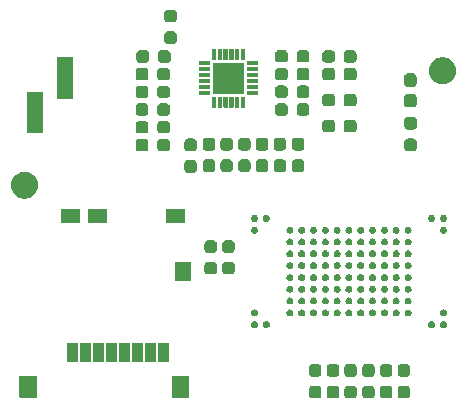
<source format=gbr>
%TF.GenerationSoftware,KiCad,Pcbnew,9.0.2*%
%TF.CreationDate,2025-06-23T22:31:53+02:00*%
%TF.ProjectId,Board,426f6172-642e-46b6-9963-61645f706362,rev?*%
%TF.SameCoordinates,Original*%
%TF.FileFunction,Soldermask,Bot*%
%TF.FilePolarity,Negative*%
%FSLAX46Y46*%
G04 Gerber Fmt 4.6, Leading zero omitted, Abs format (unit mm)*
G04 Created by KiCad (PCBNEW 9.0.2) date 2025-06-23 22:31:53*
%MOMM*%
%LPD*%
G01*
G04 APERTURE LIST*
G04 APERTURE END LIST*
G36*
X94803323Y-97382637D02*
G01*
X94807336Y-97384408D01*
X94811302Y-97384931D01*
X94860889Y-97408054D01*
X94899977Y-97425313D01*
X94901792Y-97427128D01*
X94902182Y-97427310D01*
X94972689Y-97497817D01*
X94972870Y-97498206D01*
X94974687Y-97500023D01*
X94991955Y-97539132D01*
X95015068Y-97588697D01*
X95015589Y-97592661D01*
X95017363Y-97596677D01*
X95025000Y-97662500D01*
X95025000Y-98162500D01*
X95017363Y-98228323D01*
X95015589Y-98232339D01*
X95015068Y-98236302D01*
X94991963Y-98285848D01*
X94974687Y-98324977D01*
X94972869Y-98326794D01*
X94972689Y-98327182D01*
X94902182Y-98397689D01*
X94901794Y-98397869D01*
X94899977Y-98399687D01*
X94860848Y-98416963D01*
X94811302Y-98440068D01*
X94807339Y-98440589D01*
X94803323Y-98442363D01*
X94737500Y-98450000D01*
X94262500Y-98450000D01*
X94196677Y-98442363D01*
X94192661Y-98440589D01*
X94188697Y-98440068D01*
X94139132Y-98416955D01*
X94100023Y-98399687D01*
X94098206Y-98397870D01*
X94097817Y-98397689D01*
X94027310Y-98327182D01*
X94027128Y-98326792D01*
X94025313Y-98324977D01*
X94008054Y-98285889D01*
X93984931Y-98236302D01*
X93984408Y-98232336D01*
X93982637Y-98228323D01*
X93975000Y-98162500D01*
X93975000Y-97662500D01*
X93982637Y-97596677D01*
X93984408Y-97592664D01*
X93984931Y-97588697D01*
X94008062Y-97539091D01*
X94025313Y-97500023D01*
X94027127Y-97498208D01*
X94027310Y-97497817D01*
X94097817Y-97427310D01*
X94098208Y-97427127D01*
X94100023Y-97425313D01*
X94139091Y-97408062D01*
X94188697Y-97384931D01*
X94192664Y-97384408D01*
X94196677Y-97382637D01*
X94262500Y-97375000D01*
X94737500Y-97375000D01*
X94803323Y-97382637D01*
G37*
G36*
X96303323Y-97382637D02*
G01*
X96307336Y-97384408D01*
X96311302Y-97384931D01*
X96360889Y-97408054D01*
X96399977Y-97425313D01*
X96401792Y-97427128D01*
X96402182Y-97427310D01*
X96472689Y-97497817D01*
X96472870Y-97498206D01*
X96474687Y-97500023D01*
X96491955Y-97539132D01*
X96515068Y-97588697D01*
X96515589Y-97592661D01*
X96517363Y-97596677D01*
X96525000Y-97662500D01*
X96525000Y-98162500D01*
X96517363Y-98228323D01*
X96515589Y-98232339D01*
X96515068Y-98236302D01*
X96491963Y-98285848D01*
X96474687Y-98324977D01*
X96472869Y-98326794D01*
X96472689Y-98327182D01*
X96402182Y-98397689D01*
X96401794Y-98397869D01*
X96399977Y-98399687D01*
X96360848Y-98416963D01*
X96311302Y-98440068D01*
X96307339Y-98440589D01*
X96303323Y-98442363D01*
X96237500Y-98450000D01*
X95762500Y-98450000D01*
X95696677Y-98442363D01*
X95692661Y-98440589D01*
X95688697Y-98440068D01*
X95639132Y-98416955D01*
X95600023Y-98399687D01*
X95598206Y-98397870D01*
X95597817Y-98397689D01*
X95527310Y-98327182D01*
X95527128Y-98326792D01*
X95525313Y-98324977D01*
X95508054Y-98285889D01*
X95484931Y-98236302D01*
X95484408Y-98232336D01*
X95482637Y-98228323D01*
X95475000Y-98162500D01*
X95475000Y-97662500D01*
X95482637Y-97596677D01*
X95484408Y-97592664D01*
X95484931Y-97588697D01*
X95508062Y-97539091D01*
X95525313Y-97500023D01*
X95527127Y-97498208D01*
X95527310Y-97497817D01*
X95597817Y-97427310D01*
X95598208Y-97427127D01*
X95600023Y-97425313D01*
X95639091Y-97408062D01*
X95688697Y-97384931D01*
X95692664Y-97384408D01*
X95696677Y-97382637D01*
X95762500Y-97375000D01*
X96237500Y-97375000D01*
X96303323Y-97382637D01*
G37*
G36*
X97803323Y-97382637D02*
G01*
X97807336Y-97384408D01*
X97811302Y-97384931D01*
X97860889Y-97408054D01*
X97899977Y-97425313D01*
X97901792Y-97427128D01*
X97902182Y-97427310D01*
X97972689Y-97497817D01*
X97972870Y-97498206D01*
X97974687Y-97500023D01*
X97991955Y-97539132D01*
X98015068Y-97588697D01*
X98015589Y-97592661D01*
X98017363Y-97596677D01*
X98025000Y-97662500D01*
X98025000Y-98162500D01*
X98017363Y-98228323D01*
X98015589Y-98232339D01*
X98015068Y-98236302D01*
X97991963Y-98285848D01*
X97974687Y-98324977D01*
X97972869Y-98326794D01*
X97972689Y-98327182D01*
X97902182Y-98397689D01*
X97901794Y-98397869D01*
X97899977Y-98399687D01*
X97860848Y-98416963D01*
X97811302Y-98440068D01*
X97807339Y-98440589D01*
X97803323Y-98442363D01*
X97737500Y-98450000D01*
X97262500Y-98450000D01*
X97196677Y-98442363D01*
X97192661Y-98440589D01*
X97188697Y-98440068D01*
X97139132Y-98416955D01*
X97100023Y-98399687D01*
X97098206Y-98397870D01*
X97097817Y-98397689D01*
X97027310Y-98327182D01*
X97027128Y-98326792D01*
X97025313Y-98324977D01*
X97008054Y-98285889D01*
X96984931Y-98236302D01*
X96984408Y-98232336D01*
X96982637Y-98228323D01*
X96975000Y-98162500D01*
X96975000Y-97662500D01*
X96982637Y-97596677D01*
X96984408Y-97592664D01*
X96984931Y-97588697D01*
X97008062Y-97539091D01*
X97025313Y-97500023D01*
X97027127Y-97498208D01*
X97027310Y-97497817D01*
X97097817Y-97427310D01*
X97098208Y-97427127D01*
X97100023Y-97425313D01*
X97139091Y-97408062D01*
X97188697Y-97384931D01*
X97192664Y-97384408D01*
X97196677Y-97382637D01*
X97262500Y-97375000D01*
X97737500Y-97375000D01*
X97803323Y-97382637D01*
G37*
G36*
X99303323Y-97382637D02*
G01*
X99307336Y-97384408D01*
X99311302Y-97384931D01*
X99360889Y-97408054D01*
X99399977Y-97425313D01*
X99401792Y-97427128D01*
X99402182Y-97427310D01*
X99472689Y-97497817D01*
X99472870Y-97498206D01*
X99474687Y-97500023D01*
X99491955Y-97539132D01*
X99515068Y-97588697D01*
X99515589Y-97592661D01*
X99517363Y-97596677D01*
X99525000Y-97662500D01*
X99525000Y-98162500D01*
X99517363Y-98228323D01*
X99515589Y-98232339D01*
X99515068Y-98236302D01*
X99491963Y-98285848D01*
X99474687Y-98324977D01*
X99472869Y-98326794D01*
X99472689Y-98327182D01*
X99402182Y-98397689D01*
X99401794Y-98397869D01*
X99399977Y-98399687D01*
X99360848Y-98416963D01*
X99311302Y-98440068D01*
X99307339Y-98440589D01*
X99303323Y-98442363D01*
X99237500Y-98450000D01*
X98762500Y-98450000D01*
X98696677Y-98442363D01*
X98692661Y-98440589D01*
X98688697Y-98440068D01*
X98639132Y-98416955D01*
X98600023Y-98399687D01*
X98598206Y-98397870D01*
X98597817Y-98397689D01*
X98527310Y-98327182D01*
X98527128Y-98326792D01*
X98525313Y-98324977D01*
X98508054Y-98285889D01*
X98484931Y-98236302D01*
X98484408Y-98232336D01*
X98482637Y-98228323D01*
X98475000Y-98162500D01*
X98475000Y-97662500D01*
X98482637Y-97596677D01*
X98484408Y-97592664D01*
X98484931Y-97588697D01*
X98508062Y-97539091D01*
X98525313Y-97500023D01*
X98527127Y-97498208D01*
X98527310Y-97497817D01*
X98597817Y-97427310D01*
X98598208Y-97427127D01*
X98600023Y-97425313D01*
X98639091Y-97408062D01*
X98688697Y-97384931D01*
X98692664Y-97384408D01*
X98696677Y-97382637D01*
X98762500Y-97375000D01*
X99237500Y-97375000D01*
X99303323Y-97382637D01*
G37*
G36*
X100803323Y-97382637D02*
G01*
X100807336Y-97384408D01*
X100811302Y-97384931D01*
X100860889Y-97408054D01*
X100899977Y-97425313D01*
X100901792Y-97427128D01*
X100902182Y-97427310D01*
X100972689Y-97497817D01*
X100972870Y-97498206D01*
X100974687Y-97500023D01*
X100991955Y-97539132D01*
X101015068Y-97588697D01*
X101015589Y-97592661D01*
X101017363Y-97596677D01*
X101025000Y-97662500D01*
X101025000Y-98162500D01*
X101017363Y-98228323D01*
X101015589Y-98232339D01*
X101015068Y-98236302D01*
X100991963Y-98285848D01*
X100974687Y-98324977D01*
X100972869Y-98326794D01*
X100972689Y-98327182D01*
X100902182Y-98397689D01*
X100901794Y-98397869D01*
X100899977Y-98399687D01*
X100860848Y-98416963D01*
X100811302Y-98440068D01*
X100807339Y-98440589D01*
X100803323Y-98442363D01*
X100737500Y-98450000D01*
X100262500Y-98450000D01*
X100196677Y-98442363D01*
X100192661Y-98440589D01*
X100188697Y-98440068D01*
X100139132Y-98416955D01*
X100100023Y-98399687D01*
X100098206Y-98397870D01*
X100097817Y-98397689D01*
X100027310Y-98327182D01*
X100027128Y-98326792D01*
X100025313Y-98324977D01*
X100008054Y-98285889D01*
X99984931Y-98236302D01*
X99984408Y-98232336D01*
X99982637Y-98228323D01*
X99975000Y-98162500D01*
X99975000Y-97662500D01*
X99982637Y-97596677D01*
X99984408Y-97592664D01*
X99984931Y-97588697D01*
X100008062Y-97539091D01*
X100025313Y-97500023D01*
X100027127Y-97498208D01*
X100027310Y-97497817D01*
X100097817Y-97427310D01*
X100098208Y-97427127D01*
X100100023Y-97425313D01*
X100139091Y-97408062D01*
X100188697Y-97384931D01*
X100192664Y-97384408D01*
X100196677Y-97382637D01*
X100262500Y-97375000D01*
X100737500Y-97375000D01*
X100803323Y-97382637D01*
G37*
G36*
X102303323Y-97382637D02*
G01*
X102307336Y-97384408D01*
X102311302Y-97384931D01*
X102360889Y-97408054D01*
X102399977Y-97425313D01*
X102401792Y-97427128D01*
X102402182Y-97427310D01*
X102472689Y-97497817D01*
X102472870Y-97498206D01*
X102474687Y-97500023D01*
X102491955Y-97539132D01*
X102515068Y-97588697D01*
X102515589Y-97592661D01*
X102517363Y-97596677D01*
X102525000Y-97662500D01*
X102525000Y-98162500D01*
X102517363Y-98228323D01*
X102515589Y-98232339D01*
X102515068Y-98236302D01*
X102491963Y-98285848D01*
X102474687Y-98324977D01*
X102472869Y-98326794D01*
X102472689Y-98327182D01*
X102402182Y-98397689D01*
X102401794Y-98397869D01*
X102399977Y-98399687D01*
X102360848Y-98416963D01*
X102311302Y-98440068D01*
X102307339Y-98440589D01*
X102303323Y-98442363D01*
X102237500Y-98450000D01*
X101762500Y-98450000D01*
X101696677Y-98442363D01*
X101692661Y-98440589D01*
X101688697Y-98440068D01*
X101639132Y-98416955D01*
X101600023Y-98399687D01*
X101598206Y-98397870D01*
X101597817Y-98397689D01*
X101527310Y-98327182D01*
X101527128Y-98326792D01*
X101525313Y-98324977D01*
X101508054Y-98285889D01*
X101484931Y-98236302D01*
X101484408Y-98232336D01*
X101482637Y-98228323D01*
X101475000Y-98162500D01*
X101475000Y-97662500D01*
X101482637Y-97596677D01*
X101484408Y-97592664D01*
X101484931Y-97588697D01*
X101508062Y-97539091D01*
X101525313Y-97500023D01*
X101527127Y-97498208D01*
X101527310Y-97497817D01*
X101597817Y-97427310D01*
X101598208Y-97427127D01*
X101600023Y-97425313D01*
X101639091Y-97408062D01*
X101688697Y-97384931D01*
X101692664Y-97384408D01*
X101696677Y-97382637D01*
X101762500Y-97375000D01*
X102237500Y-97375000D01*
X102303323Y-97382637D01*
G37*
G36*
X70912873Y-96591296D02*
G01*
X70929094Y-96602135D01*
X70939933Y-96618356D01*
X70943739Y-96637490D01*
X70943739Y-98337490D01*
X70939933Y-98356624D01*
X70929094Y-98372845D01*
X70912873Y-98383684D01*
X70893739Y-98387490D01*
X69493739Y-98387490D01*
X69474605Y-98383684D01*
X69458384Y-98372845D01*
X69447545Y-98356624D01*
X69443739Y-98337490D01*
X69443739Y-96637490D01*
X69447545Y-96618356D01*
X69458384Y-96602135D01*
X69474605Y-96591296D01*
X69493739Y-96587490D01*
X70893739Y-96587490D01*
X70912873Y-96591296D01*
G37*
G36*
X83812797Y-96591296D02*
G01*
X83829018Y-96602135D01*
X83839857Y-96618356D01*
X83843663Y-96637490D01*
X83843663Y-98337490D01*
X83839857Y-98356624D01*
X83829018Y-98372845D01*
X83812797Y-98383684D01*
X83793663Y-98387490D01*
X82393663Y-98387490D01*
X82374529Y-98383684D01*
X82358308Y-98372845D01*
X82347469Y-98356624D01*
X82343663Y-98337490D01*
X82343663Y-96637490D01*
X82347469Y-96618356D01*
X82358308Y-96602135D01*
X82374529Y-96591296D01*
X82393663Y-96587490D01*
X83793663Y-96587490D01*
X83812797Y-96591296D01*
G37*
G36*
X94803323Y-95557637D02*
G01*
X94807336Y-95559408D01*
X94811302Y-95559931D01*
X94860889Y-95583054D01*
X94899977Y-95600313D01*
X94901792Y-95602128D01*
X94902182Y-95602310D01*
X94972689Y-95672817D01*
X94972870Y-95673206D01*
X94974687Y-95675023D01*
X94991955Y-95714132D01*
X95015068Y-95763697D01*
X95015589Y-95767661D01*
X95017363Y-95771677D01*
X95025000Y-95837500D01*
X95025000Y-96337500D01*
X95017363Y-96403323D01*
X95015589Y-96407339D01*
X95015068Y-96411302D01*
X94991963Y-96460848D01*
X94974687Y-96499977D01*
X94972869Y-96501794D01*
X94972689Y-96502182D01*
X94902182Y-96572689D01*
X94901794Y-96572869D01*
X94899977Y-96574687D01*
X94860848Y-96591963D01*
X94811302Y-96615068D01*
X94807339Y-96615589D01*
X94803323Y-96617363D01*
X94737500Y-96625000D01*
X94262500Y-96625000D01*
X94196677Y-96617363D01*
X94192661Y-96615589D01*
X94188697Y-96615068D01*
X94139132Y-96591955D01*
X94100023Y-96574687D01*
X94098206Y-96572870D01*
X94097817Y-96572689D01*
X94027310Y-96502182D01*
X94027128Y-96501792D01*
X94025313Y-96499977D01*
X94008054Y-96460889D01*
X93984931Y-96411302D01*
X93984408Y-96407336D01*
X93982637Y-96403323D01*
X93975000Y-96337500D01*
X93975000Y-95837500D01*
X93982637Y-95771677D01*
X93984408Y-95767664D01*
X93984931Y-95763697D01*
X94008062Y-95714091D01*
X94025313Y-95675023D01*
X94027127Y-95673208D01*
X94027310Y-95672817D01*
X94097817Y-95602310D01*
X94098208Y-95602127D01*
X94100023Y-95600313D01*
X94139091Y-95583062D01*
X94188697Y-95559931D01*
X94192664Y-95559408D01*
X94196677Y-95557637D01*
X94262500Y-95550000D01*
X94737500Y-95550000D01*
X94803323Y-95557637D01*
G37*
G36*
X96303323Y-95557637D02*
G01*
X96307336Y-95559408D01*
X96311302Y-95559931D01*
X96360889Y-95583054D01*
X96399977Y-95600313D01*
X96401792Y-95602128D01*
X96402182Y-95602310D01*
X96472689Y-95672817D01*
X96472870Y-95673206D01*
X96474687Y-95675023D01*
X96491955Y-95714132D01*
X96515068Y-95763697D01*
X96515589Y-95767661D01*
X96517363Y-95771677D01*
X96525000Y-95837500D01*
X96525000Y-96337500D01*
X96517363Y-96403323D01*
X96515589Y-96407339D01*
X96515068Y-96411302D01*
X96491963Y-96460848D01*
X96474687Y-96499977D01*
X96472869Y-96501794D01*
X96472689Y-96502182D01*
X96402182Y-96572689D01*
X96401794Y-96572869D01*
X96399977Y-96574687D01*
X96360848Y-96591963D01*
X96311302Y-96615068D01*
X96307339Y-96615589D01*
X96303323Y-96617363D01*
X96237500Y-96625000D01*
X95762500Y-96625000D01*
X95696677Y-96617363D01*
X95692661Y-96615589D01*
X95688697Y-96615068D01*
X95639132Y-96591955D01*
X95600023Y-96574687D01*
X95598206Y-96572870D01*
X95597817Y-96572689D01*
X95527310Y-96502182D01*
X95527128Y-96501792D01*
X95525313Y-96499977D01*
X95508054Y-96460889D01*
X95484931Y-96411302D01*
X95484408Y-96407336D01*
X95482637Y-96403323D01*
X95475000Y-96337500D01*
X95475000Y-95837500D01*
X95482637Y-95771677D01*
X95484408Y-95767664D01*
X95484931Y-95763697D01*
X95508062Y-95714091D01*
X95525313Y-95675023D01*
X95527127Y-95673208D01*
X95527310Y-95672817D01*
X95597817Y-95602310D01*
X95598208Y-95602127D01*
X95600023Y-95600313D01*
X95639091Y-95583062D01*
X95688697Y-95559931D01*
X95692664Y-95559408D01*
X95696677Y-95557637D01*
X95762500Y-95550000D01*
X96237500Y-95550000D01*
X96303323Y-95557637D01*
G37*
G36*
X97803323Y-95557637D02*
G01*
X97807336Y-95559408D01*
X97811302Y-95559931D01*
X97860889Y-95583054D01*
X97899977Y-95600313D01*
X97901792Y-95602128D01*
X97902182Y-95602310D01*
X97972689Y-95672817D01*
X97972870Y-95673206D01*
X97974687Y-95675023D01*
X97991955Y-95714132D01*
X98015068Y-95763697D01*
X98015589Y-95767661D01*
X98017363Y-95771677D01*
X98025000Y-95837500D01*
X98025000Y-96337500D01*
X98017363Y-96403323D01*
X98015589Y-96407339D01*
X98015068Y-96411302D01*
X97991963Y-96460848D01*
X97974687Y-96499977D01*
X97972869Y-96501794D01*
X97972689Y-96502182D01*
X97902182Y-96572689D01*
X97901794Y-96572869D01*
X97899977Y-96574687D01*
X97860848Y-96591963D01*
X97811302Y-96615068D01*
X97807339Y-96615589D01*
X97803323Y-96617363D01*
X97737500Y-96625000D01*
X97262500Y-96625000D01*
X97196677Y-96617363D01*
X97192661Y-96615589D01*
X97188697Y-96615068D01*
X97139132Y-96591955D01*
X97100023Y-96574687D01*
X97098206Y-96572870D01*
X97097817Y-96572689D01*
X97027310Y-96502182D01*
X97027128Y-96501792D01*
X97025313Y-96499977D01*
X97008054Y-96460889D01*
X96984931Y-96411302D01*
X96984408Y-96407336D01*
X96982637Y-96403323D01*
X96975000Y-96337500D01*
X96975000Y-95837500D01*
X96982637Y-95771677D01*
X96984408Y-95767664D01*
X96984931Y-95763697D01*
X97008062Y-95714091D01*
X97025313Y-95675023D01*
X97027127Y-95673208D01*
X97027310Y-95672817D01*
X97097817Y-95602310D01*
X97098208Y-95602127D01*
X97100023Y-95600313D01*
X97139091Y-95583062D01*
X97188697Y-95559931D01*
X97192664Y-95559408D01*
X97196677Y-95557637D01*
X97262500Y-95550000D01*
X97737500Y-95550000D01*
X97803323Y-95557637D01*
G37*
G36*
X99303323Y-95557637D02*
G01*
X99307336Y-95559408D01*
X99311302Y-95559931D01*
X99360889Y-95583054D01*
X99399977Y-95600313D01*
X99401792Y-95602128D01*
X99402182Y-95602310D01*
X99472689Y-95672817D01*
X99472870Y-95673206D01*
X99474687Y-95675023D01*
X99491955Y-95714132D01*
X99515068Y-95763697D01*
X99515589Y-95767661D01*
X99517363Y-95771677D01*
X99525000Y-95837500D01*
X99525000Y-96337500D01*
X99517363Y-96403323D01*
X99515589Y-96407339D01*
X99515068Y-96411302D01*
X99491963Y-96460848D01*
X99474687Y-96499977D01*
X99472869Y-96501794D01*
X99472689Y-96502182D01*
X99402182Y-96572689D01*
X99401794Y-96572869D01*
X99399977Y-96574687D01*
X99360848Y-96591963D01*
X99311302Y-96615068D01*
X99307339Y-96615589D01*
X99303323Y-96617363D01*
X99237500Y-96625000D01*
X98762500Y-96625000D01*
X98696677Y-96617363D01*
X98692661Y-96615589D01*
X98688697Y-96615068D01*
X98639132Y-96591955D01*
X98600023Y-96574687D01*
X98598206Y-96572870D01*
X98597817Y-96572689D01*
X98527310Y-96502182D01*
X98527128Y-96501792D01*
X98525313Y-96499977D01*
X98508054Y-96460889D01*
X98484931Y-96411302D01*
X98484408Y-96407336D01*
X98482637Y-96403323D01*
X98475000Y-96337500D01*
X98475000Y-95837500D01*
X98482637Y-95771677D01*
X98484408Y-95767664D01*
X98484931Y-95763697D01*
X98508062Y-95714091D01*
X98525313Y-95675023D01*
X98527127Y-95673208D01*
X98527310Y-95672817D01*
X98597817Y-95602310D01*
X98598208Y-95602127D01*
X98600023Y-95600313D01*
X98639091Y-95583062D01*
X98688697Y-95559931D01*
X98692664Y-95559408D01*
X98696677Y-95557637D01*
X98762500Y-95550000D01*
X99237500Y-95550000D01*
X99303323Y-95557637D01*
G37*
G36*
X100803323Y-95557637D02*
G01*
X100807336Y-95559408D01*
X100811302Y-95559931D01*
X100860889Y-95583054D01*
X100899977Y-95600313D01*
X100901792Y-95602128D01*
X100902182Y-95602310D01*
X100972689Y-95672817D01*
X100972870Y-95673206D01*
X100974687Y-95675023D01*
X100991955Y-95714132D01*
X101015068Y-95763697D01*
X101015589Y-95767661D01*
X101017363Y-95771677D01*
X101025000Y-95837500D01*
X101025000Y-96337500D01*
X101017363Y-96403323D01*
X101015589Y-96407339D01*
X101015068Y-96411302D01*
X100991963Y-96460848D01*
X100974687Y-96499977D01*
X100972869Y-96501794D01*
X100972689Y-96502182D01*
X100902182Y-96572689D01*
X100901794Y-96572869D01*
X100899977Y-96574687D01*
X100860848Y-96591963D01*
X100811302Y-96615068D01*
X100807339Y-96615589D01*
X100803323Y-96617363D01*
X100737500Y-96625000D01*
X100262500Y-96625000D01*
X100196677Y-96617363D01*
X100192661Y-96615589D01*
X100188697Y-96615068D01*
X100139132Y-96591955D01*
X100100023Y-96574687D01*
X100098206Y-96572870D01*
X100097817Y-96572689D01*
X100027310Y-96502182D01*
X100027128Y-96501792D01*
X100025313Y-96499977D01*
X100008054Y-96460889D01*
X99984931Y-96411302D01*
X99984408Y-96407336D01*
X99982637Y-96403323D01*
X99975000Y-96337500D01*
X99975000Y-95837500D01*
X99982637Y-95771677D01*
X99984408Y-95767664D01*
X99984931Y-95763697D01*
X100008062Y-95714091D01*
X100025313Y-95675023D01*
X100027127Y-95673208D01*
X100027310Y-95672817D01*
X100097817Y-95602310D01*
X100098208Y-95602127D01*
X100100023Y-95600313D01*
X100139091Y-95583062D01*
X100188697Y-95559931D01*
X100192664Y-95559408D01*
X100196677Y-95557637D01*
X100262500Y-95550000D01*
X100737500Y-95550000D01*
X100803323Y-95557637D01*
G37*
G36*
X102303323Y-95557637D02*
G01*
X102307336Y-95559408D01*
X102311302Y-95559931D01*
X102360889Y-95583054D01*
X102399977Y-95600313D01*
X102401792Y-95602128D01*
X102402182Y-95602310D01*
X102472689Y-95672817D01*
X102472870Y-95673206D01*
X102474687Y-95675023D01*
X102491955Y-95714132D01*
X102515068Y-95763697D01*
X102515589Y-95767661D01*
X102517363Y-95771677D01*
X102525000Y-95837500D01*
X102525000Y-96337500D01*
X102517363Y-96403323D01*
X102515589Y-96407339D01*
X102515068Y-96411302D01*
X102491963Y-96460848D01*
X102474687Y-96499977D01*
X102472869Y-96501794D01*
X102472689Y-96502182D01*
X102402182Y-96572689D01*
X102401794Y-96572869D01*
X102399977Y-96574687D01*
X102360848Y-96591963D01*
X102311302Y-96615068D01*
X102307339Y-96615589D01*
X102303323Y-96617363D01*
X102237500Y-96625000D01*
X101762500Y-96625000D01*
X101696677Y-96617363D01*
X101692661Y-96615589D01*
X101688697Y-96615068D01*
X101639132Y-96591955D01*
X101600023Y-96574687D01*
X101598206Y-96572870D01*
X101597817Y-96572689D01*
X101527310Y-96502182D01*
X101527128Y-96501792D01*
X101525313Y-96499977D01*
X101508054Y-96460889D01*
X101484931Y-96411302D01*
X101484408Y-96407336D01*
X101482637Y-96403323D01*
X101475000Y-96337500D01*
X101475000Y-95837500D01*
X101482637Y-95771677D01*
X101484408Y-95767664D01*
X101484931Y-95763697D01*
X101508062Y-95714091D01*
X101525313Y-95675023D01*
X101527127Y-95673208D01*
X101527310Y-95672817D01*
X101597817Y-95602310D01*
X101598208Y-95602127D01*
X101600023Y-95600313D01*
X101639091Y-95583062D01*
X101688697Y-95559931D01*
X101692664Y-95559408D01*
X101696677Y-95557637D01*
X101762500Y-95550000D01*
X102237500Y-95550000D01*
X102303323Y-95557637D01*
G37*
G36*
X74362682Y-93791373D02*
G01*
X74378903Y-93802212D01*
X74389742Y-93818433D01*
X74393548Y-93837567D01*
X74393548Y-95337567D01*
X74389742Y-95356701D01*
X74378903Y-95372922D01*
X74362682Y-95383761D01*
X74343548Y-95387567D01*
X73543548Y-95387567D01*
X73524414Y-95383761D01*
X73508193Y-95372922D01*
X73497354Y-95356701D01*
X73493548Y-95337567D01*
X73493548Y-93837567D01*
X73497354Y-93818433D01*
X73508193Y-93802212D01*
X73524414Y-93791373D01*
X73543548Y-93787567D01*
X74343548Y-93787567D01*
X74362682Y-93791373D01*
G37*
G36*
X75462759Y-93791373D02*
G01*
X75478980Y-93802212D01*
X75489819Y-93818433D01*
X75493625Y-93837567D01*
X75493625Y-95337567D01*
X75489819Y-95356701D01*
X75478980Y-95372922D01*
X75462759Y-95383761D01*
X75443625Y-95387567D01*
X74643625Y-95387567D01*
X74624491Y-95383761D01*
X74608270Y-95372922D01*
X74597431Y-95356701D01*
X74593625Y-95337567D01*
X74593625Y-93837567D01*
X74597431Y-93818433D01*
X74608270Y-93802212D01*
X74624491Y-93791373D01*
X74643625Y-93787567D01*
X75443625Y-93787567D01*
X75462759Y-93791373D01*
G37*
G36*
X76562835Y-93791373D02*
G01*
X76579056Y-93802212D01*
X76589895Y-93818433D01*
X76593701Y-93837567D01*
X76593701Y-95337567D01*
X76589895Y-95356701D01*
X76579056Y-95372922D01*
X76562835Y-95383761D01*
X76543701Y-95387567D01*
X75743701Y-95387567D01*
X75724567Y-95383761D01*
X75708346Y-95372922D01*
X75697507Y-95356701D01*
X75693701Y-95337567D01*
X75693701Y-93837567D01*
X75697507Y-93818433D01*
X75708346Y-93802212D01*
X75724567Y-93791373D01*
X75743701Y-93787567D01*
X76543701Y-93787567D01*
X76562835Y-93791373D01*
G37*
G36*
X77662911Y-93791373D02*
G01*
X77679132Y-93802212D01*
X77689971Y-93818433D01*
X77693777Y-93837567D01*
X77693777Y-95337567D01*
X77689971Y-95356701D01*
X77679132Y-95372922D01*
X77662911Y-95383761D01*
X77643777Y-95387567D01*
X76843777Y-95387567D01*
X76824643Y-95383761D01*
X76808422Y-95372922D01*
X76797583Y-95356701D01*
X76793777Y-95337567D01*
X76793777Y-93837567D01*
X76797583Y-93818433D01*
X76808422Y-93802212D01*
X76824643Y-93791373D01*
X76843777Y-93787567D01*
X77643777Y-93787567D01*
X77662911Y-93791373D01*
G37*
G36*
X78762733Y-93791373D02*
G01*
X78778954Y-93802212D01*
X78789793Y-93818433D01*
X78793599Y-93837567D01*
X78793599Y-95337567D01*
X78789793Y-95356701D01*
X78778954Y-95372922D01*
X78762733Y-95383761D01*
X78743599Y-95387567D01*
X77943599Y-95387567D01*
X77924465Y-95383761D01*
X77908244Y-95372922D01*
X77897405Y-95356701D01*
X77893599Y-95337567D01*
X77893599Y-93837567D01*
X77897405Y-93818433D01*
X77908244Y-93802212D01*
X77924465Y-93791373D01*
X77943599Y-93787567D01*
X78743599Y-93787567D01*
X78762733Y-93791373D01*
G37*
G36*
X79862809Y-93791373D02*
G01*
X79879030Y-93802212D01*
X79889869Y-93818433D01*
X79893675Y-93837567D01*
X79893675Y-95337567D01*
X79889869Y-95356701D01*
X79879030Y-95372922D01*
X79862809Y-95383761D01*
X79843675Y-95387567D01*
X79043675Y-95387567D01*
X79024541Y-95383761D01*
X79008320Y-95372922D01*
X78997481Y-95356701D01*
X78993675Y-95337567D01*
X78993675Y-93837567D01*
X78997481Y-93818433D01*
X79008320Y-93802212D01*
X79024541Y-93791373D01*
X79043675Y-93787567D01*
X79843675Y-93787567D01*
X79862809Y-93791373D01*
G37*
G36*
X80962886Y-93791373D02*
G01*
X80979107Y-93802212D01*
X80989946Y-93818433D01*
X80993752Y-93837567D01*
X80993752Y-95337567D01*
X80989946Y-95356701D01*
X80979107Y-95372922D01*
X80962886Y-95383761D01*
X80943752Y-95387567D01*
X80143752Y-95387567D01*
X80124618Y-95383761D01*
X80108397Y-95372922D01*
X80097558Y-95356701D01*
X80093752Y-95337567D01*
X80093752Y-93837567D01*
X80097558Y-93818433D01*
X80108397Y-93802212D01*
X80124618Y-93791373D01*
X80143752Y-93787567D01*
X80943752Y-93787567D01*
X80962886Y-93791373D01*
G37*
G36*
X82062708Y-93791373D02*
G01*
X82078929Y-93802212D01*
X82089768Y-93818433D01*
X82093574Y-93837567D01*
X82093574Y-95337567D01*
X82089768Y-95356701D01*
X82078929Y-95372922D01*
X82062708Y-95383761D01*
X82043574Y-95387567D01*
X81243574Y-95387567D01*
X81224440Y-95383761D01*
X81208219Y-95372922D01*
X81197380Y-95356701D01*
X81193574Y-95337567D01*
X81193574Y-93837567D01*
X81197380Y-93818433D01*
X81208219Y-93802212D01*
X81224440Y-93791373D01*
X81243574Y-93787567D01*
X82043574Y-93787567D01*
X82062708Y-93791373D01*
G37*
G36*
X89471469Y-91934510D02*
G01*
X89539335Y-91973692D01*
X89594748Y-92029105D01*
X89633930Y-92096971D01*
X89654213Y-92172666D01*
X89654213Y-92251032D01*
X89633930Y-92326727D01*
X89594748Y-92394593D01*
X89539335Y-92450006D01*
X89471469Y-92489188D01*
X89395774Y-92509471D01*
X89317408Y-92509471D01*
X89241713Y-92489188D01*
X89173847Y-92450006D01*
X89118434Y-92394593D01*
X89079252Y-92326727D01*
X89058969Y-92251032D01*
X89058969Y-92172666D01*
X89079252Y-92096971D01*
X89118434Y-92029105D01*
X89173847Y-91973692D01*
X89241713Y-91934510D01*
X89317408Y-91914227D01*
X89395774Y-91914227D01*
X89471469Y-91934510D01*
G37*
G36*
X90471469Y-91934510D02*
G01*
X90539335Y-91973692D01*
X90594748Y-92029105D01*
X90633930Y-92096971D01*
X90654213Y-92172666D01*
X90654213Y-92251032D01*
X90633930Y-92326727D01*
X90594748Y-92394593D01*
X90539335Y-92450006D01*
X90471469Y-92489188D01*
X90395774Y-92509471D01*
X90317408Y-92509471D01*
X90241713Y-92489188D01*
X90173847Y-92450006D01*
X90118434Y-92394593D01*
X90079252Y-92326727D01*
X90058969Y-92251032D01*
X90058969Y-92172666D01*
X90079252Y-92096971D01*
X90118434Y-92029105D01*
X90173847Y-91973692D01*
X90241713Y-91934510D01*
X90317408Y-91914227D01*
X90395774Y-91914227D01*
X90471469Y-91934510D01*
G37*
G36*
X104471469Y-91934510D02*
G01*
X104539335Y-91973692D01*
X104594748Y-92029105D01*
X104633930Y-92096971D01*
X104654213Y-92172666D01*
X104654213Y-92251032D01*
X104633930Y-92326727D01*
X104594748Y-92394593D01*
X104539335Y-92450006D01*
X104471469Y-92489188D01*
X104395774Y-92509471D01*
X104317408Y-92509471D01*
X104241713Y-92489188D01*
X104173847Y-92450006D01*
X104118434Y-92394593D01*
X104079252Y-92326727D01*
X104058969Y-92251032D01*
X104058969Y-92172666D01*
X104079252Y-92096971D01*
X104118434Y-92029105D01*
X104173847Y-91973692D01*
X104241713Y-91934510D01*
X104317408Y-91914227D01*
X104395774Y-91914227D01*
X104471469Y-91934510D01*
G37*
G36*
X105471469Y-91934510D02*
G01*
X105539335Y-91973692D01*
X105594748Y-92029105D01*
X105633930Y-92096971D01*
X105654213Y-92172666D01*
X105654213Y-92251032D01*
X105633930Y-92326727D01*
X105594748Y-92394593D01*
X105539335Y-92450006D01*
X105471469Y-92489188D01*
X105395774Y-92509471D01*
X105317408Y-92509471D01*
X105241713Y-92489188D01*
X105173847Y-92450006D01*
X105118434Y-92394593D01*
X105079252Y-92326727D01*
X105058969Y-92251032D01*
X105058969Y-92172666D01*
X105079252Y-92096971D01*
X105118434Y-92029105D01*
X105173847Y-91973692D01*
X105241713Y-91934510D01*
X105317408Y-91914227D01*
X105395774Y-91914227D01*
X105471469Y-91934510D01*
G37*
G36*
X89471469Y-90934510D02*
G01*
X89539335Y-90973692D01*
X89594748Y-91029105D01*
X89633930Y-91096971D01*
X89654213Y-91172666D01*
X89654213Y-91251032D01*
X89633930Y-91326727D01*
X89594748Y-91394593D01*
X89539335Y-91450006D01*
X89471469Y-91489188D01*
X89395774Y-91509471D01*
X89317408Y-91509471D01*
X89241713Y-91489188D01*
X89173847Y-91450006D01*
X89118434Y-91394593D01*
X89079252Y-91326727D01*
X89058969Y-91251032D01*
X89058969Y-91172666D01*
X89079252Y-91096971D01*
X89118434Y-91029105D01*
X89173847Y-90973692D01*
X89241713Y-90934510D01*
X89317408Y-90914227D01*
X89395774Y-90914227D01*
X89471469Y-90934510D01*
G37*
G36*
X92471469Y-90934510D02*
G01*
X92539335Y-90973692D01*
X92594748Y-91029105D01*
X92633930Y-91096971D01*
X92654213Y-91172666D01*
X92654213Y-91251032D01*
X92633930Y-91326727D01*
X92594748Y-91394593D01*
X92539335Y-91450006D01*
X92471469Y-91489188D01*
X92395774Y-91509471D01*
X92317408Y-91509471D01*
X92241713Y-91489188D01*
X92173847Y-91450006D01*
X92118434Y-91394593D01*
X92079252Y-91326727D01*
X92058969Y-91251032D01*
X92058969Y-91172666D01*
X92079252Y-91096971D01*
X92118434Y-91029105D01*
X92173847Y-90973692D01*
X92241713Y-90934510D01*
X92317408Y-90914227D01*
X92395774Y-90914227D01*
X92471469Y-90934510D01*
G37*
G36*
X93471469Y-90934510D02*
G01*
X93539335Y-90973692D01*
X93594748Y-91029105D01*
X93633930Y-91096971D01*
X93654213Y-91172666D01*
X93654213Y-91251032D01*
X93633930Y-91326727D01*
X93594748Y-91394593D01*
X93539335Y-91450006D01*
X93471469Y-91489188D01*
X93395774Y-91509471D01*
X93317408Y-91509471D01*
X93241713Y-91489188D01*
X93173847Y-91450006D01*
X93118434Y-91394593D01*
X93079252Y-91326727D01*
X93058969Y-91251032D01*
X93058969Y-91172666D01*
X93079252Y-91096971D01*
X93118434Y-91029105D01*
X93173847Y-90973692D01*
X93241713Y-90934510D01*
X93317408Y-90914227D01*
X93395774Y-90914227D01*
X93471469Y-90934510D01*
G37*
G36*
X94471469Y-90934510D02*
G01*
X94539335Y-90973692D01*
X94594748Y-91029105D01*
X94633930Y-91096971D01*
X94654213Y-91172666D01*
X94654213Y-91251032D01*
X94633930Y-91326727D01*
X94594748Y-91394593D01*
X94539335Y-91450006D01*
X94471469Y-91489188D01*
X94395774Y-91509471D01*
X94317408Y-91509471D01*
X94241713Y-91489188D01*
X94173847Y-91450006D01*
X94118434Y-91394593D01*
X94079252Y-91326727D01*
X94058969Y-91251032D01*
X94058969Y-91172666D01*
X94079252Y-91096971D01*
X94118434Y-91029105D01*
X94173847Y-90973692D01*
X94241713Y-90934510D01*
X94317408Y-90914227D01*
X94395774Y-90914227D01*
X94471469Y-90934510D01*
G37*
G36*
X95471469Y-90934510D02*
G01*
X95539335Y-90973692D01*
X95594748Y-91029105D01*
X95633930Y-91096971D01*
X95654213Y-91172666D01*
X95654213Y-91251032D01*
X95633930Y-91326727D01*
X95594748Y-91394593D01*
X95539335Y-91450006D01*
X95471469Y-91489188D01*
X95395774Y-91509471D01*
X95317408Y-91509471D01*
X95241713Y-91489188D01*
X95173847Y-91450006D01*
X95118434Y-91394593D01*
X95079252Y-91326727D01*
X95058969Y-91251032D01*
X95058969Y-91172666D01*
X95079252Y-91096971D01*
X95118434Y-91029105D01*
X95173847Y-90973692D01*
X95241713Y-90934510D01*
X95317408Y-90914227D01*
X95395774Y-90914227D01*
X95471469Y-90934510D01*
G37*
G36*
X96471469Y-90934510D02*
G01*
X96539335Y-90973692D01*
X96594748Y-91029105D01*
X96633930Y-91096971D01*
X96654213Y-91172666D01*
X96654213Y-91251032D01*
X96633930Y-91326727D01*
X96594748Y-91394593D01*
X96539335Y-91450006D01*
X96471469Y-91489188D01*
X96395774Y-91509471D01*
X96317408Y-91509471D01*
X96241713Y-91489188D01*
X96173847Y-91450006D01*
X96118434Y-91394593D01*
X96079252Y-91326727D01*
X96058969Y-91251032D01*
X96058969Y-91172666D01*
X96079252Y-91096971D01*
X96118434Y-91029105D01*
X96173847Y-90973692D01*
X96241713Y-90934510D01*
X96317408Y-90914227D01*
X96395774Y-90914227D01*
X96471469Y-90934510D01*
G37*
G36*
X97471469Y-90934510D02*
G01*
X97539335Y-90973692D01*
X97594748Y-91029105D01*
X97633930Y-91096971D01*
X97654213Y-91172666D01*
X97654213Y-91251032D01*
X97633930Y-91326727D01*
X97594748Y-91394593D01*
X97539335Y-91450006D01*
X97471469Y-91489188D01*
X97395774Y-91509471D01*
X97317408Y-91509471D01*
X97241713Y-91489188D01*
X97173847Y-91450006D01*
X97118434Y-91394593D01*
X97079252Y-91326727D01*
X97058969Y-91251032D01*
X97058969Y-91172666D01*
X97079252Y-91096971D01*
X97118434Y-91029105D01*
X97173847Y-90973692D01*
X97241713Y-90934510D01*
X97317408Y-90914227D01*
X97395774Y-90914227D01*
X97471469Y-90934510D01*
G37*
G36*
X98471469Y-90934510D02*
G01*
X98539335Y-90973692D01*
X98594748Y-91029105D01*
X98633930Y-91096971D01*
X98654213Y-91172666D01*
X98654213Y-91251032D01*
X98633930Y-91326727D01*
X98594748Y-91394593D01*
X98539335Y-91450006D01*
X98471469Y-91489188D01*
X98395774Y-91509471D01*
X98317408Y-91509471D01*
X98241713Y-91489188D01*
X98173847Y-91450006D01*
X98118434Y-91394593D01*
X98079252Y-91326727D01*
X98058969Y-91251032D01*
X98058969Y-91172666D01*
X98079252Y-91096971D01*
X98118434Y-91029105D01*
X98173847Y-90973692D01*
X98241713Y-90934510D01*
X98317408Y-90914227D01*
X98395774Y-90914227D01*
X98471469Y-90934510D01*
G37*
G36*
X99471469Y-90934510D02*
G01*
X99539335Y-90973692D01*
X99594748Y-91029105D01*
X99633930Y-91096971D01*
X99654213Y-91172666D01*
X99654213Y-91251032D01*
X99633930Y-91326727D01*
X99594748Y-91394593D01*
X99539335Y-91450006D01*
X99471469Y-91489188D01*
X99395774Y-91509471D01*
X99317408Y-91509471D01*
X99241713Y-91489188D01*
X99173847Y-91450006D01*
X99118434Y-91394593D01*
X99079252Y-91326727D01*
X99058969Y-91251032D01*
X99058969Y-91172666D01*
X99079252Y-91096971D01*
X99118434Y-91029105D01*
X99173847Y-90973692D01*
X99241713Y-90934510D01*
X99317408Y-90914227D01*
X99395774Y-90914227D01*
X99471469Y-90934510D01*
G37*
G36*
X100471469Y-90934510D02*
G01*
X100539335Y-90973692D01*
X100594748Y-91029105D01*
X100633930Y-91096971D01*
X100654213Y-91172666D01*
X100654213Y-91251032D01*
X100633930Y-91326727D01*
X100594748Y-91394593D01*
X100539335Y-91450006D01*
X100471469Y-91489188D01*
X100395774Y-91509471D01*
X100317408Y-91509471D01*
X100241713Y-91489188D01*
X100173847Y-91450006D01*
X100118434Y-91394593D01*
X100079252Y-91326727D01*
X100058969Y-91251032D01*
X100058969Y-91172666D01*
X100079252Y-91096971D01*
X100118434Y-91029105D01*
X100173847Y-90973692D01*
X100241713Y-90934510D01*
X100317408Y-90914227D01*
X100395774Y-90914227D01*
X100471469Y-90934510D01*
G37*
G36*
X101471469Y-90934510D02*
G01*
X101539335Y-90973692D01*
X101594748Y-91029105D01*
X101633930Y-91096971D01*
X101654213Y-91172666D01*
X101654213Y-91251032D01*
X101633930Y-91326727D01*
X101594748Y-91394593D01*
X101539335Y-91450006D01*
X101471469Y-91489188D01*
X101395774Y-91509471D01*
X101317408Y-91509471D01*
X101241713Y-91489188D01*
X101173847Y-91450006D01*
X101118434Y-91394593D01*
X101079252Y-91326727D01*
X101058969Y-91251032D01*
X101058969Y-91172666D01*
X101079252Y-91096971D01*
X101118434Y-91029105D01*
X101173847Y-90973692D01*
X101241713Y-90934510D01*
X101317408Y-90914227D01*
X101395774Y-90914227D01*
X101471469Y-90934510D01*
G37*
G36*
X102471469Y-90934510D02*
G01*
X102539335Y-90973692D01*
X102594748Y-91029105D01*
X102633930Y-91096971D01*
X102654213Y-91172666D01*
X102654213Y-91251032D01*
X102633930Y-91326727D01*
X102594748Y-91394593D01*
X102539335Y-91450006D01*
X102471469Y-91489188D01*
X102395774Y-91509471D01*
X102317408Y-91509471D01*
X102241713Y-91489188D01*
X102173847Y-91450006D01*
X102118434Y-91394593D01*
X102079252Y-91326727D01*
X102058969Y-91251032D01*
X102058969Y-91172666D01*
X102079252Y-91096971D01*
X102118434Y-91029105D01*
X102173847Y-90973692D01*
X102241713Y-90934510D01*
X102317408Y-90914227D01*
X102395774Y-90914227D01*
X102471469Y-90934510D01*
G37*
G36*
X105471469Y-90934510D02*
G01*
X105539335Y-90973692D01*
X105594748Y-91029105D01*
X105633930Y-91096971D01*
X105654213Y-91172666D01*
X105654213Y-91251032D01*
X105633930Y-91326727D01*
X105594748Y-91394593D01*
X105539335Y-91450006D01*
X105471469Y-91489188D01*
X105395774Y-91509471D01*
X105317408Y-91509471D01*
X105241713Y-91489188D01*
X105173847Y-91450006D01*
X105118434Y-91394593D01*
X105079252Y-91326727D01*
X105058969Y-91251032D01*
X105058969Y-91172666D01*
X105079252Y-91096971D01*
X105118434Y-91029105D01*
X105173847Y-90973692D01*
X105241713Y-90934510D01*
X105317408Y-90914227D01*
X105395774Y-90914227D01*
X105471469Y-90934510D01*
G37*
G36*
X92471469Y-89934510D02*
G01*
X92539335Y-89973692D01*
X92594748Y-90029105D01*
X92633930Y-90096971D01*
X92654213Y-90172666D01*
X92654213Y-90251032D01*
X92633930Y-90326727D01*
X92594748Y-90394593D01*
X92539335Y-90450006D01*
X92471469Y-90489188D01*
X92395774Y-90509471D01*
X92317408Y-90509471D01*
X92241713Y-90489188D01*
X92173847Y-90450006D01*
X92118434Y-90394593D01*
X92079252Y-90326727D01*
X92058969Y-90251032D01*
X92058969Y-90172666D01*
X92079252Y-90096971D01*
X92118434Y-90029105D01*
X92173847Y-89973692D01*
X92241713Y-89934510D01*
X92317408Y-89914227D01*
X92395774Y-89914227D01*
X92471469Y-89934510D01*
G37*
G36*
X93471469Y-89934510D02*
G01*
X93539335Y-89973692D01*
X93594748Y-90029105D01*
X93633930Y-90096971D01*
X93654213Y-90172666D01*
X93654213Y-90251032D01*
X93633930Y-90326727D01*
X93594748Y-90394593D01*
X93539335Y-90450006D01*
X93471469Y-90489188D01*
X93395774Y-90509471D01*
X93317408Y-90509471D01*
X93241713Y-90489188D01*
X93173847Y-90450006D01*
X93118434Y-90394593D01*
X93079252Y-90326727D01*
X93058969Y-90251032D01*
X93058969Y-90172666D01*
X93079252Y-90096971D01*
X93118434Y-90029105D01*
X93173847Y-89973692D01*
X93241713Y-89934510D01*
X93317408Y-89914227D01*
X93395774Y-89914227D01*
X93471469Y-89934510D01*
G37*
G36*
X94471469Y-89934510D02*
G01*
X94539335Y-89973692D01*
X94594748Y-90029105D01*
X94633930Y-90096971D01*
X94654213Y-90172666D01*
X94654213Y-90251032D01*
X94633930Y-90326727D01*
X94594748Y-90394593D01*
X94539335Y-90450006D01*
X94471469Y-90489188D01*
X94395774Y-90509471D01*
X94317408Y-90509471D01*
X94241713Y-90489188D01*
X94173847Y-90450006D01*
X94118434Y-90394593D01*
X94079252Y-90326727D01*
X94058969Y-90251032D01*
X94058969Y-90172666D01*
X94079252Y-90096971D01*
X94118434Y-90029105D01*
X94173847Y-89973692D01*
X94241713Y-89934510D01*
X94317408Y-89914227D01*
X94395774Y-89914227D01*
X94471469Y-89934510D01*
G37*
G36*
X95471469Y-89934510D02*
G01*
X95539335Y-89973692D01*
X95594748Y-90029105D01*
X95633930Y-90096971D01*
X95654213Y-90172666D01*
X95654213Y-90251032D01*
X95633930Y-90326727D01*
X95594748Y-90394593D01*
X95539335Y-90450006D01*
X95471469Y-90489188D01*
X95395774Y-90509471D01*
X95317408Y-90509471D01*
X95241713Y-90489188D01*
X95173847Y-90450006D01*
X95118434Y-90394593D01*
X95079252Y-90326727D01*
X95058969Y-90251032D01*
X95058969Y-90172666D01*
X95079252Y-90096971D01*
X95118434Y-90029105D01*
X95173847Y-89973692D01*
X95241713Y-89934510D01*
X95317408Y-89914227D01*
X95395774Y-89914227D01*
X95471469Y-89934510D01*
G37*
G36*
X96471469Y-89934510D02*
G01*
X96539335Y-89973692D01*
X96594748Y-90029105D01*
X96633930Y-90096971D01*
X96654213Y-90172666D01*
X96654213Y-90251032D01*
X96633930Y-90326727D01*
X96594748Y-90394593D01*
X96539335Y-90450006D01*
X96471469Y-90489188D01*
X96395774Y-90509471D01*
X96317408Y-90509471D01*
X96241713Y-90489188D01*
X96173847Y-90450006D01*
X96118434Y-90394593D01*
X96079252Y-90326727D01*
X96058969Y-90251032D01*
X96058969Y-90172666D01*
X96079252Y-90096971D01*
X96118434Y-90029105D01*
X96173847Y-89973692D01*
X96241713Y-89934510D01*
X96317408Y-89914227D01*
X96395774Y-89914227D01*
X96471469Y-89934510D01*
G37*
G36*
X97471469Y-89934510D02*
G01*
X97539335Y-89973692D01*
X97594748Y-90029105D01*
X97633930Y-90096971D01*
X97654213Y-90172666D01*
X97654213Y-90251032D01*
X97633930Y-90326727D01*
X97594748Y-90394593D01*
X97539335Y-90450006D01*
X97471469Y-90489188D01*
X97395774Y-90509471D01*
X97317408Y-90509471D01*
X97241713Y-90489188D01*
X97173847Y-90450006D01*
X97118434Y-90394593D01*
X97079252Y-90326727D01*
X97058969Y-90251032D01*
X97058969Y-90172666D01*
X97079252Y-90096971D01*
X97118434Y-90029105D01*
X97173847Y-89973692D01*
X97241713Y-89934510D01*
X97317408Y-89914227D01*
X97395774Y-89914227D01*
X97471469Y-89934510D01*
G37*
G36*
X98471469Y-89934510D02*
G01*
X98539335Y-89973692D01*
X98594748Y-90029105D01*
X98633930Y-90096971D01*
X98654213Y-90172666D01*
X98654213Y-90251032D01*
X98633930Y-90326727D01*
X98594748Y-90394593D01*
X98539335Y-90450006D01*
X98471469Y-90489188D01*
X98395774Y-90509471D01*
X98317408Y-90509471D01*
X98241713Y-90489188D01*
X98173847Y-90450006D01*
X98118434Y-90394593D01*
X98079252Y-90326727D01*
X98058969Y-90251032D01*
X98058969Y-90172666D01*
X98079252Y-90096971D01*
X98118434Y-90029105D01*
X98173847Y-89973692D01*
X98241713Y-89934510D01*
X98317408Y-89914227D01*
X98395774Y-89914227D01*
X98471469Y-89934510D01*
G37*
G36*
X99471469Y-89934510D02*
G01*
X99539335Y-89973692D01*
X99594748Y-90029105D01*
X99633930Y-90096971D01*
X99654213Y-90172666D01*
X99654213Y-90251032D01*
X99633930Y-90326727D01*
X99594748Y-90394593D01*
X99539335Y-90450006D01*
X99471469Y-90489188D01*
X99395774Y-90509471D01*
X99317408Y-90509471D01*
X99241713Y-90489188D01*
X99173847Y-90450006D01*
X99118434Y-90394593D01*
X99079252Y-90326727D01*
X99058969Y-90251032D01*
X99058969Y-90172666D01*
X99079252Y-90096971D01*
X99118434Y-90029105D01*
X99173847Y-89973692D01*
X99241713Y-89934510D01*
X99317408Y-89914227D01*
X99395774Y-89914227D01*
X99471469Y-89934510D01*
G37*
G36*
X100471469Y-89934510D02*
G01*
X100539335Y-89973692D01*
X100594748Y-90029105D01*
X100633930Y-90096971D01*
X100654213Y-90172666D01*
X100654213Y-90251032D01*
X100633930Y-90326727D01*
X100594748Y-90394593D01*
X100539335Y-90450006D01*
X100471469Y-90489188D01*
X100395774Y-90509471D01*
X100317408Y-90509471D01*
X100241713Y-90489188D01*
X100173847Y-90450006D01*
X100118434Y-90394593D01*
X100079252Y-90326727D01*
X100058969Y-90251032D01*
X100058969Y-90172666D01*
X100079252Y-90096971D01*
X100118434Y-90029105D01*
X100173847Y-89973692D01*
X100241713Y-89934510D01*
X100317408Y-89914227D01*
X100395774Y-89914227D01*
X100471469Y-89934510D01*
G37*
G36*
X101471469Y-89934510D02*
G01*
X101539335Y-89973692D01*
X101594748Y-90029105D01*
X101633930Y-90096971D01*
X101654213Y-90172666D01*
X101654213Y-90251032D01*
X101633930Y-90326727D01*
X101594748Y-90394593D01*
X101539335Y-90450006D01*
X101471469Y-90489188D01*
X101395774Y-90509471D01*
X101317408Y-90509471D01*
X101241713Y-90489188D01*
X101173847Y-90450006D01*
X101118434Y-90394593D01*
X101079252Y-90326727D01*
X101058969Y-90251032D01*
X101058969Y-90172666D01*
X101079252Y-90096971D01*
X101118434Y-90029105D01*
X101173847Y-89973692D01*
X101241713Y-89934510D01*
X101317408Y-89914227D01*
X101395774Y-89914227D01*
X101471469Y-89934510D01*
G37*
G36*
X102471469Y-89934510D02*
G01*
X102539335Y-89973692D01*
X102594748Y-90029105D01*
X102633930Y-90096971D01*
X102654213Y-90172666D01*
X102654213Y-90251032D01*
X102633930Y-90326727D01*
X102594748Y-90394593D01*
X102539335Y-90450006D01*
X102471469Y-90489188D01*
X102395774Y-90509471D01*
X102317408Y-90509471D01*
X102241713Y-90489188D01*
X102173847Y-90450006D01*
X102118434Y-90394593D01*
X102079252Y-90326727D01*
X102058969Y-90251032D01*
X102058969Y-90172666D01*
X102079252Y-90096971D01*
X102118434Y-90029105D01*
X102173847Y-89973692D01*
X102241713Y-89934510D01*
X102317408Y-89914227D01*
X102395774Y-89914227D01*
X102471469Y-89934510D01*
G37*
G36*
X92471469Y-88934510D02*
G01*
X92539335Y-88973692D01*
X92594748Y-89029105D01*
X92633930Y-89096971D01*
X92654213Y-89172666D01*
X92654213Y-89251032D01*
X92633930Y-89326727D01*
X92594748Y-89394593D01*
X92539335Y-89450006D01*
X92471469Y-89489188D01*
X92395774Y-89509471D01*
X92317408Y-89509471D01*
X92241713Y-89489188D01*
X92173847Y-89450006D01*
X92118434Y-89394593D01*
X92079252Y-89326727D01*
X92058969Y-89251032D01*
X92058969Y-89172666D01*
X92079252Y-89096971D01*
X92118434Y-89029105D01*
X92173847Y-88973692D01*
X92241713Y-88934510D01*
X92317408Y-88914227D01*
X92395774Y-88914227D01*
X92471469Y-88934510D01*
G37*
G36*
X93471469Y-88934510D02*
G01*
X93539335Y-88973692D01*
X93594748Y-89029105D01*
X93633930Y-89096971D01*
X93654213Y-89172666D01*
X93654213Y-89251032D01*
X93633930Y-89326727D01*
X93594748Y-89394593D01*
X93539335Y-89450006D01*
X93471469Y-89489188D01*
X93395774Y-89509471D01*
X93317408Y-89509471D01*
X93241713Y-89489188D01*
X93173847Y-89450006D01*
X93118434Y-89394593D01*
X93079252Y-89326727D01*
X93058969Y-89251032D01*
X93058969Y-89172666D01*
X93079252Y-89096971D01*
X93118434Y-89029105D01*
X93173847Y-88973692D01*
X93241713Y-88934510D01*
X93317408Y-88914227D01*
X93395774Y-88914227D01*
X93471469Y-88934510D01*
G37*
G36*
X94471469Y-88934510D02*
G01*
X94539335Y-88973692D01*
X94594748Y-89029105D01*
X94633930Y-89096971D01*
X94654213Y-89172666D01*
X94654213Y-89251032D01*
X94633930Y-89326727D01*
X94594748Y-89394593D01*
X94539335Y-89450006D01*
X94471469Y-89489188D01*
X94395774Y-89509471D01*
X94317408Y-89509471D01*
X94241713Y-89489188D01*
X94173847Y-89450006D01*
X94118434Y-89394593D01*
X94079252Y-89326727D01*
X94058969Y-89251032D01*
X94058969Y-89172666D01*
X94079252Y-89096971D01*
X94118434Y-89029105D01*
X94173847Y-88973692D01*
X94241713Y-88934510D01*
X94317408Y-88914227D01*
X94395774Y-88914227D01*
X94471469Y-88934510D01*
G37*
G36*
X95471469Y-88934510D02*
G01*
X95539335Y-88973692D01*
X95594748Y-89029105D01*
X95633930Y-89096971D01*
X95654213Y-89172666D01*
X95654213Y-89251032D01*
X95633930Y-89326727D01*
X95594748Y-89394593D01*
X95539335Y-89450006D01*
X95471469Y-89489188D01*
X95395774Y-89509471D01*
X95317408Y-89509471D01*
X95241713Y-89489188D01*
X95173847Y-89450006D01*
X95118434Y-89394593D01*
X95079252Y-89326727D01*
X95058969Y-89251032D01*
X95058969Y-89172666D01*
X95079252Y-89096971D01*
X95118434Y-89029105D01*
X95173847Y-88973692D01*
X95241713Y-88934510D01*
X95317408Y-88914227D01*
X95395774Y-88914227D01*
X95471469Y-88934510D01*
G37*
G36*
X96471469Y-88934510D02*
G01*
X96539335Y-88973692D01*
X96594748Y-89029105D01*
X96633930Y-89096971D01*
X96654213Y-89172666D01*
X96654213Y-89251032D01*
X96633930Y-89326727D01*
X96594748Y-89394593D01*
X96539335Y-89450006D01*
X96471469Y-89489188D01*
X96395774Y-89509471D01*
X96317408Y-89509471D01*
X96241713Y-89489188D01*
X96173847Y-89450006D01*
X96118434Y-89394593D01*
X96079252Y-89326727D01*
X96058969Y-89251032D01*
X96058969Y-89172666D01*
X96079252Y-89096971D01*
X96118434Y-89029105D01*
X96173847Y-88973692D01*
X96241713Y-88934510D01*
X96317408Y-88914227D01*
X96395774Y-88914227D01*
X96471469Y-88934510D01*
G37*
G36*
X97471469Y-88934510D02*
G01*
X97539335Y-88973692D01*
X97594748Y-89029105D01*
X97633930Y-89096971D01*
X97654213Y-89172666D01*
X97654213Y-89251032D01*
X97633930Y-89326727D01*
X97594748Y-89394593D01*
X97539335Y-89450006D01*
X97471469Y-89489188D01*
X97395774Y-89509471D01*
X97317408Y-89509471D01*
X97241713Y-89489188D01*
X97173847Y-89450006D01*
X97118434Y-89394593D01*
X97079252Y-89326727D01*
X97058969Y-89251032D01*
X97058969Y-89172666D01*
X97079252Y-89096971D01*
X97118434Y-89029105D01*
X97173847Y-88973692D01*
X97241713Y-88934510D01*
X97317408Y-88914227D01*
X97395774Y-88914227D01*
X97471469Y-88934510D01*
G37*
G36*
X98471469Y-88934510D02*
G01*
X98539335Y-88973692D01*
X98594748Y-89029105D01*
X98633930Y-89096971D01*
X98654213Y-89172666D01*
X98654213Y-89251032D01*
X98633930Y-89326727D01*
X98594748Y-89394593D01*
X98539335Y-89450006D01*
X98471469Y-89489188D01*
X98395774Y-89509471D01*
X98317408Y-89509471D01*
X98241713Y-89489188D01*
X98173847Y-89450006D01*
X98118434Y-89394593D01*
X98079252Y-89326727D01*
X98058969Y-89251032D01*
X98058969Y-89172666D01*
X98079252Y-89096971D01*
X98118434Y-89029105D01*
X98173847Y-88973692D01*
X98241713Y-88934510D01*
X98317408Y-88914227D01*
X98395774Y-88914227D01*
X98471469Y-88934510D01*
G37*
G36*
X99471469Y-88934510D02*
G01*
X99539335Y-88973692D01*
X99594748Y-89029105D01*
X99633930Y-89096971D01*
X99654213Y-89172666D01*
X99654213Y-89251032D01*
X99633930Y-89326727D01*
X99594748Y-89394593D01*
X99539335Y-89450006D01*
X99471469Y-89489188D01*
X99395774Y-89509471D01*
X99317408Y-89509471D01*
X99241713Y-89489188D01*
X99173847Y-89450006D01*
X99118434Y-89394593D01*
X99079252Y-89326727D01*
X99058969Y-89251032D01*
X99058969Y-89172666D01*
X99079252Y-89096971D01*
X99118434Y-89029105D01*
X99173847Y-88973692D01*
X99241713Y-88934510D01*
X99317408Y-88914227D01*
X99395774Y-88914227D01*
X99471469Y-88934510D01*
G37*
G36*
X100471469Y-88934510D02*
G01*
X100539335Y-88973692D01*
X100594748Y-89029105D01*
X100633930Y-89096971D01*
X100654213Y-89172666D01*
X100654213Y-89251032D01*
X100633930Y-89326727D01*
X100594748Y-89394593D01*
X100539335Y-89450006D01*
X100471469Y-89489188D01*
X100395774Y-89509471D01*
X100317408Y-89509471D01*
X100241713Y-89489188D01*
X100173847Y-89450006D01*
X100118434Y-89394593D01*
X100079252Y-89326727D01*
X100058969Y-89251032D01*
X100058969Y-89172666D01*
X100079252Y-89096971D01*
X100118434Y-89029105D01*
X100173847Y-88973692D01*
X100241713Y-88934510D01*
X100317408Y-88914227D01*
X100395774Y-88914227D01*
X100471469Y-88934510D01*
G37*
G36*
X101471469Y-88934510D02*
G01*
X101539335Y-88973692D01*
X101594748Y-89029105D01*
X101633930Y-89096971D01*
X101654213Y-89172666D01*
X101654213Y-89251032D01*
X101633930Y-89326727D01*
X101594748Y-89394593D01*
X101539335Y-89450006D01*
X101471469Y-89489188D01*
X101395774Y-89509471D01*
X101317408Y-89509471D01*
X101241713Y-89489188D01*
X101173847Y-89450006D01*
X101118434Y-89394593D01*
X101079252Y-89326727D01*
X101058969Y-89251032D01*
X101058969Y-89172666D01*
X101079252Y-89096971D01*
X101118434Y-89029105D01*
X101173847Y-88973692D01*
X101241713Y-88934510D01*
X101317408Y-88914227D01*
X101395774Y-88914227D01*
X101471469Y-88934510D01*
G37*
G36*
X102471469Y-88934510D02*
G01*
X102539335Y-88973692D01*
X102594748Y-89029105D01*
X102633930Y-89096971D01*
X102654213Y-89172666D01*
X102654213Y-89251032D01*
X102633930Y-89326727D01*
X102594748Y-89394593D01*
X102539335Y-89450006D01*
X102471469Y-89489188D01*
X102395774Y-89509471D01*
X102317408Y-89509471D01*
X102241713Y-89489188D01*
X102173847Y-89450006D01*
X102118434Y-89394593D01*
X102079252Y-89326727D01*
X102058969Y-89251032D01*
X102058969Y-89172666D01*
X102079252Y-89096971D01*
X102118434Y-89029105D01*
X102173847Y-88973692D01*
X102241713Y-88934510D01*
X102317408Y-88914227D01*
X102395774Y-88914227D01*
X102471469Y-88934510D01*
G37*
G36*
X83975395Y-86941487D02*
G01*
X83991616Y-86952326D01*
X84002455Y-86968547D01*
X84006261Y-86987681D01*
X84006261Y-88487681D01*
X84002455Y-88506815D01*
X83991616Y-88523036D01*
X83975395Y-88533875D01*
X83956261Y-88537681D01*
X82656261Y-88537681D01*
X82637127Y-88533875D01*
X82620906Y-88523036D01*
X82610067Y-88506815D01*
X82606261Y-88487681D01*
X82606261Y-86987681D01*
X82610067Y-86968547D01*
X82620906Y-86952326D01*
X82637127Y-86941487D01*
X82656261Y-86937681D01*
X83956261Y-86937681D01*
X83975395Y-86941487D01*
G37*
G36*
X92471469Y-87934510D02*
G01*
X92539335Y-87973692D01*
X92594748Y-88029105D01*
X92633930Y-88096971D01*
X92654213Y-88172666D01*
X92654213Y-88251032D01*
X92633930Y-88326727D01*
X92594748Y-88394593D01*
X92539335Y-88450006D01*
X92471469Y-88489188D01*
X92395774Y-88509471D01*
X92317408Y-88509471D01*
X92241713Y-88489188D01*
X92173847Y-88450006D01*
X92118434Y-88394593D01*
X92079252Y-88326727D01*
X92058969Y-88251032D01*
X92058969Y-88172666D01*
X92079252Y-88096971D01*
X92118434Y-88029105D01*
X92173847Y-87973692D01*
X92241713Y-87934510D01*
X92317408Y-87914227D01*
X92395774Y-87914227D01*
X92471469Y-87934510D01*
G37*
G36*
X93471469Y-87934510D02*
G01*
X93539335Y-87973692D01*
X93594748Y-88029105D01*
X93633930Y-88096971D01*
X93654213Y-88172666D01*
X93654213Y-88251032D01*
X93633930Y-88326727D01*
X93594748Y-88394593D01*
X93539335Y-88450006D01*
X93471469Y-88489188D01*
X93395774Y-88509471D01*
X93317408Y-88509471D01*
X93241713Y-88489188D01*
X93173847Y-88450006D01*
X93118434Y-88394593D01*
X93079252Y-88326727D01*
X93058969Y-88251032D01*
X93058969Y-88172666D01*
X93079252Y-88096971D01*
X93118434Y-88029105D01*
X93173847Y-87973692D01*
X93241713Y-87934510D01*
X93317408Y-87914227D01*
X93395774Y-87914227D01*
X93471469Y-87934510D01*
G37*
G36*
X94471469Y-87934510D02*
G01*
X94539335Y-87973692D01*
X94594748Y-88029105D01*
X94633930Y-88096971D01*
X94654213Y-88172666D01*
X94654213Y-88251032D01*
X94633930Y-88326727D01*
X94594748Y-88394593D01*
X94539335Y-88450006D01*
X94471469Y-88489188D01*
X94395774Y-88509471D01*
X94317408Y-88509471D01*
X94241713Y-88489188D01*
X94173847Y-88450006D01*
X94118434Y-88394593D01*
X94079252Y-88326727D01*
X94058969Y-88251032D01*
X94058969Y-88172666D01*
X94079252Y-88096971D01*
X94118434Y-88029105D01*
X94173847Y-87973692D01*
X94241713Y-87934510D01*
X94317408Y-87914227D01*
X94395774Y-87914227D01*
X94471469Y-87934510D01*
G37*
G36*
X95471469Y-87934510D02*
G01*
X95539335Y-87973692D01*
X95594748Y-88029105D01*
X95633930Y-88096971D01*
X95654213Y-88172666D01*
X95654213Y-88251032D01*
X95633930Y-88326727D01*
X95594748Y-88394593D01*
X95539335Y-88450006D01*
X95471469Y-88489188D01*
X95395774Y-88509471D01*
X95317408Y-88509471D01*
X95241713Y-88489188D01*
X95173847Y-88450006D01*
X95118434Y-88394593D01*
X95079252Y-88326727D01*
X95058969Y-88251032D01*
X95058969Y-88172666D01*
X95079252Y-88096971D01*
X95118434Y-88029105D01*
X95173847Y-87973692D01*
X95241713Y-87934510D01*
X95317408Y-87914227D01*
X95395774Y-87914227D01*
X95471469Y-87934510D01*
G37*
G36*
X96471469Y-87934510D02*
G01*
X96539335Y-87973692D01*
X96594748Y-88029105D01*
X96633930Y-88096971D01*
X96654213Y-88172666D01*
X96654213Y-88251032D01*
X96633930Y-88326727D01*
X96594748Y-88394593D01*
X96539335Y-88450006D01*
X96471469Y-88489188D01*
X96395774Y-88509471D01*
X96317408Y-88509471D01*
X96241713Y-88489188D01*
X96173847Y-88450006D01*
X96118434Y-88394593D01*
X96079252Y-88326727D01*
X96058969Y-88251032D01*
X96058969Y-88172666D01*
X96079252Y-88096971D01*
X96118434Y-88029105D01*
X96173847Y-87973692D01*
X96241713Y-87934510D01*
X96317408Y-87914227D01*
X96395774Y-87914227D01*
X96471469Y-87934510D01*
G37*
G36*
X97471469Y-87934510D02*
G01*
X97539335Y-87973692D01*
X97594748Y-88029105D01*
X97633930Y-88096971D01*
X97654213Y-88172666D01*
X97654213Y-88251032D01*
X97633930Y-88326727D01*
X97594748Y-88394593D01*
X97539335Y-88450006D01*
X97471469Y-88489188D01*
X97395774Y-88509471D01*
X97317408Y-88509471D01*
X97241713Y-88489188D01*
X97173847Y-88450006D01*
X97118434Y-88394593D01*
X97079252Y-88326727D01*
X97058969Y-88251032D01*
X97058969Y-88172666D01*
X97079252Y-88096971D01*
X97118434Y-88029105D01*
X97173847Y-87973692D01*
X97241713Y-87934510D01*
X97317408Y-87914227D01*
X97395774Y-87914227D01*
X97471469Y-87934510D01*
G37*
G36*
X98471469Y-87934510D02*
G01*
X98539335Y-87973692D01*
X98594748Y-88029105D01*
X98633930Y-88096971D01*
X98654213Y-88172666D01*
X98654213Y-88251032D01*
X98633930Y-88326727D01*
X98594748Y-88394593D01*
X98539335Y-88450006D01*
X98471469Y-88489188D01*
X98395774Y-88509471D01*
X98317408Y-88509471D01*
X98241713Y-88489188D01*
X98173847Y-88450006D01*
X98118434Y-88394593D01*
X98079252Y-88326727D01*
X98058969Y-88251032D01*
X98058969Y-88172666D01*
X98079252Y-88096971D01*
X98118434Y-88029105D01*
X98173847Y-87973692D01*
X98241713Y-87934510D01*
X98317408Y-87914227D01*
X98395774Y-87914227D01*
X98471469Y-87934510D01*
G37*
G36*
X99471469Y-87934510D02*
G01*
X99539335Y-87973692D01*
X99594748Y-88029105D01*
X99633930Y-88096971D01*
X99654213Y-88172666D01*
X99654213Y-88251032D01*
X99633930Y-88326727D01*
X99594748Y-88394593D01*
X99539335Y-88450006D01*
X99471469Y-88489188D01*
X99395774Y-88509471D01*
X99317408Y-88509471D01*
X99241713Y-88489188D01*
X99173847Y-88450006D01*
X99118434Y-88394593D01*
X99079252Y-88326727D01*
X99058969Y-88251032D01*
X99058969Y-88172666D01*
X99079252Y-88096971D01*
X99118434Y-88029105D01*
X99173847Y-87973692D01*
X99241713Y-87934510D01*
X99317408Y-87914227D01*
X99395774Y-87914227D01*
X99471469Y-87934510D01*
G37*
G36*
X100471469Y-87934510D02*
G01*
X100539335Y-87973692D01*
X100594748Y-88029105D01*
X100633930Y-88096971D01*
X100654213Y-88172666D01*
X100654213Y-88251032D01*
X100633930Y-88326727D01*
X100594748Y-88394593D01*
X100539335Y-88450006D01*
X100471469Y-88489188D01*
X100395774Y-88509471D01*
X100317408Y-88509471D01*
X100241713Y-88489188D01*
X100173847Y-88450006D01*
X100118434Y-88394593D01*
X100079252Y-88326727D01*
X100058969Y-88251032D01*
X100058969Y-88172666D01*
X100079252Y-88096971D01*
X100118434Y-88029105D01*
X100173847Y-87973692D01*
X100241713Y-87934510D01*
X100317408Y-87914227D01*
X100395774Y-87914227D01*
X100471469Y-87934510D01*
G37*
G36*
X101471469Y-87934510D02*
G01*
X101539335Y-87973692D01*
X101594748Y-88029105D01*
X101633930Y-88096971D01*
X101654213Y-88172666D01*
X101654213Y-88251032D01*
X101633930Y-88326727D01*
X101594748Y-88394593D01*
X101539335Y-88450006D01*
X101471469Y-88489188D01*
X101395774Y-88509471D01*
X101317408Y-88509471D01*
X101241713Y-88489188D01*
X101173847Y-88450006D01*
X101118434Y-88394593D01*
X101079252Y-88326727D01*
X101058969Y-88251032D01*
X101058969Y-88172666D01*
X101079252Y-88096971D01*
X101118434Y-88029105D01*
X101173847Y-87973692D01*
X101241713Y-87934510D01*
X101317408Y-87914227D01*
X101395774Y-87914227D01*
X101471469Y-87934510D01*
G37*
G36*
X102471469Y-87934510D02*
G01*
X102539335Y-87973692D01*
X102594748Y-88029105D01*
X102633930Y-88096971D01*
X102654213Y-88172666D01*
X102654213Y-88251032D01*
X102633930Y-88326727D01*
X102594748Y-88394593D01*
X102539335Y-88450006D01*
X102471469Y-88489188D01*
X102395774Y-88509471D01*
X102317408Y-88509471D01*
X102241713Y-88489188D01*
X102173847Y-88450006D01*
X102118434Y-88394593D01*
X102079252Y-88326727D01*
X102058969Y-88251032D01*
X102058969Y-88172666D01*
X102079252Y-88096971D01*
X102118434Y-88029105D01*
X102173847Y-87973692D01*
X102241713Y-87934510D01*
X102317408Y-87914227D01*
X102395774Y-87914227D01*
X102471469Y-87934510D01*
G37*
G36*
X85953832Y-86891847D02*
G01*
X85957845Y-86893618D01*
X85961811Y-86894141D01*
X86011398Y-86917264D01*
X86050486Y-86934523D01*
X86052301Y-86936338D01*
X86052691Y-86936520D01*
X86123198Y-87007027D01*
X86123379Y-87007416D01*
X86125196Y-87009233D01*
X86142464Y-87048342D01*
X86165577Y-87097907D01*
X86166098Y-87101871D01*
X86167872Y-87105887D01*
X86175509Y-87171710D01*
X86175509Y-87671710D01*
X86167872Y-87737533D01*
X86166098Y-87741549D01*
X86165577Y-87745512D01*
X86142472Y-87795058D01*
X86125196Y-87834187D01*
X86123378Y-87836004D01*
X86123198Y-87836392D01*
X86052691Y-87906899D01*
X86052303Y-87907079D01*
X86050486Y-87908897D01*
X86011357Y-87926173D01*
X85961811Y-87949278D01*
X85957848Y-87949799D01*
X85953832Y-87951573D01*
X85888009Y-87959210D01*
X85413009Y-87959210D01*
X85347186Y-87951573D01*
X85343170Y-87949799D01*
X85339206Y-87949278D01*
X85289641Y-87926165D01*
X85250532Y-87908897D01*
X85248715Y-87907080D01*
X85248326Y-87906899D01*
X85177819Y-87836392D01*
X85177637Y-87836002D01*
X85175822Y-87834187D01*
X85158563Y-87795099D01*
X85135440Y-87745512D01*
X85134917Y-87741546D01*
X85133146Y-87737533D01*
X85125509Y-87671710D01*
X85125509Y-87171710D01*
X85133146Y-87105887D01*
X85134917Y-87101874D01*
X85135440Y-87097907D01*
X85158571Y-87048301D01*
X85175822Y-87009233D01*
X85177636Y-87007418D01*
X85177819Y-87007027D01*
X85248326Y-86936520D01*
X85248717Y-86936337D01*
X85250532Y-86934523D01*
X85289600Y-86917272D01*
X85339206Y-86894141D01*
X85343173Y-86893618D01*
X85347186Y-86891847D01*
X85413009Y-86884210D01*
X85888009Y-86884210D01*
X85953832Y-86891847D01*
G37*
G36*
X87453756Y-86891847D02*
G01*
X87457769Y-86893618D01*
X87461735Y-86894141D01*
X87511322Y-86917264D01*
X87550410Y-86934523D01*
X87552225Y-86936338D01*
X87552615Y-86936520D01*
X87623122Y-87007027D01*
X87623303Y-87007416D01*
X87625120Y-87009233D01*
X87642388Y-87048342D01*
X87665501Y-87097907D01*
X87666022Y-87101871D01*
X87667796Y-87105887D01*
X87675433Y-87171710D01*
X87675433Y-87671710D01*
X87667796Y-87737533D01*
X87666022Y-87741549D01*
X87665501Y-87745512D01*
X87642396Y-87795058D01*
X87625120Y-87834187D01*
X87623302Y-87836004D01*
X87623122Y-87836392D01*
X87552615Y-87906899D01*
X87552227Y-87907079D01*
X87550410Y-87908897D01*
X87511281Y-87926173D01*
X87461735Y-87949278D01*
X87457772Y-87949799D01*
X87453756Y-87951573D01*
X87387933Y-87959210D01*
X86912933Y-87959210D01*
X86847110Y-87951573D01*
X86843094Y-87949799D01*
X86839130Y-87949278D01*
X86789565Y-87926165D01*
X86750456Y-87908897D01*
X86748639Y-87907080D01*
X86748250Y-87906899D01*
X86677743Y-87836392D01*
X86677561Y-87836002D01*
X86675746Y-87834187D01*
X86658487Y-87795099D01*
X86635364Y-87745512D01*
X86634841Y-87741546D01*
X86633070Y-87737533D01*
X86625433Y-87671710D01*
X86625433Y-87171710D01*
X86633070Y-87105887D01*
X86634841Y-87101874D01*
X86635364Y-87097907D01*
X86658495Y-87048301D01*
X86675746Y-87009233D01*
X86677560Y-87007418D01*
X86677743Y-87007027D01*
X86748250Y-86936520D01*
X86748641Y-86936337D01*
X86750456Y-86934523D01*
X86789524Y-86917272D01*
X86839130Y-86894141D01*
X86843097Y-86893618D01*
X86847110Y-86891847D01*
X86912933Y-86884210D01*
X87387933Y-86884210D01*
X87453756Y-86891847D01*
G37*
G36*
X92471469Y-86934510D02*
G01*
X92539335Y-86973692D01*
X92594748Y-87029105D01*
X92633930Y-87096971D01*
X92654213Y-87172666D01*
X92654213Y-87251032D01*
X92633930Y-87326727D01*
X92594748Y-87394593D01*
X92539335Y-87450006D01*
X92471469Y-87489188D01*
X92395774Y-87509471D01*
X92317408Y-87509471D01*
X92241713Y-87489188D01*
X92173847Y-87450006D01*
X92118434Y-87394593D01*
X92079252Y-87326727D01*
X92058969Y-87251032D01*
X92058969Y-87172666D01*
X92079252Y-87096971D01*
X92118434Y-87029105D01*
X92173847Y-86973692D01*
X92241713Y-86934510D01*
X92317408Y-86914227D01*
X92395774Y-86914227D01*
X92471469Y-86934510D01*
G37*
G36*
X93471469Y-86934510D02*
G01*
X93539335Y-86973692D01*
X93594748Y-87029105D01*
X93633930Y-87096971D01*
X93654213Y-87172666D01*
X93654213Y-87251032D01*
X93633930Y-87326727D01*
X93594748Y-87394593D01*
X93539335Y-87450006D01*
X93471469Y-87489188D01*
X93395774Y-87509471D01*
X93317408Y-87509471D01*
X93241713Y-87489188D01*
X93173847Y-87450006D01*
X93118434Y-87394593D01*
X93079252Y-87326727D01*
X93058969Y-87251032D01*
X93058969Y-87172666D01*
X93079252Y-87096971D01*
X93118434Y-87029105D01*
X93173847Y-86973692D01*
X93241713Y-86934510D01*
X93317408Y-86914227D01*
X93395774Y-86914227D01*
X93471469Y-86934510D01*
G37*
G36*
X94471469Y-86934510D02*
G01*
X94539335Y-86973692D01*
X94594748Y-87029105D01*
X94633930Y-87096971D01*
X94654213Y-87172666D01*
X94654213Y-87251032D01*
X94633930Y-87326727D01*
X94594748Y-87394593D01*
X94539335Y-87450006D01*
X94471469Y-87489188D01*
X94395774Y-87509471D01*
X94317408Y-87509471D01*
X94241713Y-87489188D01*
X94173847Y-87450006D01*
X94118434Y-87394593D01*
X94079252Y-87326727D01*
X94058969Y-87251032D01*
X94058969Y-87172666D01*
X94079252Y-87096971D01*
X94118434Y-87029105D01*
X94173847Y-86973692D01*
X94241713Y-86934510D01*
X94317408Y-86914227D01*
X94395774Y-86914227D01*
X94471469Y-86934510D01*
G37*
G36*
X95471469Y-86934510D02*
G01*
X95539335Y-86973692D01*
X95594748Y-87029105D01*
X95633930Y-87096971D01*
X95654213Y-87172666D01*
X95654213Y-87251032D01*
X95633930Y-87326727D01*
X95594748Y-87394593D01*
X95539335Y-87450006D01*
X95471469Y-87489188D01*
X95395774Y-87509471D01*
X95317408Y-87509471D01*
X95241713Y-87489188D01*
X95173847Y-87450006D01*
X95118434Y-87394593D01*
X95079252Y-87326727D01*
X95058969Y-87251032D01*
X95058969Y-87172666D01*
X95079252Y-87096971D01*
X95118434Y-87029105D01*
X95173847Y-86973692D01*
X95241713Y-86934510D01*
X95317408Y-86914227D01*
X95395774Y-86914227D01*
X95471469Y-86934510D01*
G37*
G36*
X96471469Y-86934510D02*
G01*
X96539335Y-86973692D01*
X96594748Y-87029105D01*
X96633930Y-87096971D01*
X96654213Y-87172666D01*
X96654213Y-87251032D01*
X96633930Y-87326727D01*
X96594748Y-87394593D01*
X96539335Y-87450006D01*
X96471469Y-87489188D01*
X96395774Y-87509471D01*
X96317408Y-87509471D01*
X96241713Y-87489188D01*
X96173847Y-87450006D01*
X96118434Y-87394593D01*
X96079252Y-87326727D01*
X96058969Y-87251032D01*
X96058969Y-87172666D01*
X96079252Y-87096971D01*
X96118434Y-87029105D01*
X96173847Y-86973692D01*
X96241713Y-86934510D01*
X96317408Y-86914227D01*
X96395774Y-86914227D01*
X96471469Y-86934510D01*
G37*
G36*
X97471469Y-86934510D02*
G01*
X97539335Y-86973692D01*
X97594748Y-87029105D01*
X97633930Y-87096971D01*
X97654213Y-87172666D01*
X97654213Y-87251032D01*
X97633930Y-87326727D01*
X97594748Y-87394593D01*
X97539335Y-87450006D01*
X97471469Y-87489188D01*
X97395774Y-87509471D01*
X97317408Y-87509471D01*
X97241713Y-87489188D01*
X97173847Y-87450006D01*
X97118434Y-87394593D01*
X97079252Y-87326727D01*
X97058969Y-87251032D01*
X97058969Y-87172666D01*
X97079252Y-87096971D01*
X97118434Y-87029105D01*
X97173847Y-86973692D01*
X97241713Y-86934510D01*
X97317408Y-86914227D01*
X97395774Y-86914227D01*
X97471469Y-86934510D01*
G37*
G36*
X98471469Y-86934510D02*
G01*
X98539335Y-86973692D01*
X98594748Y-87029105D01*
X98633930Y-87096971D01*
X98654213Y-87172666D01*
X98654213Y-87251032D01*
X98633930Y-87326727D01*
X98594748Y-87394593D01*
X98539335Y-87450006D01*
X98471469Y-87489188D01*
X98395774Y-87509471D01*
X98317408Y-87509471D01*
X98241713Y-87489188D01*
X98173847Y-87450006D01*
X98118434Y-87394593D01*
X98079252Y-87326727D01*
X98058969Y-87251032D01*
X98058969Y-87172666D01*
X98079252Y-87096971D01*
X98118434Y-87029105D01*
X98173847Y-86973692D01*
X98241713Y-86934510D01*
X98317408Y-86914227D01*
X98395774Y-86914227D01*
X98471469Y-86934510D01*
G37*
G36*
X99471469Y-86934510D02*
G01*
X99539335Y-86973692D01*
X99594748Y-87029105D01*
X99633930Y-87096971D01*
X99654213Y-87172666D01*
X99654213Y-87251032D01*
X99633930Y-87326727D01*
X99594748Y-87394593D01*
X99539335Y-87450006D01*
X99471469Y-87489188D01*
X99395774Y-87509471D01*
X99317408Y-87509471D01*
X99241713Y-87489188D01*
X99173847Y-87450006D01*
X99118434Y-87394593D01*
X99079252Y-87326727D01*
X99058969Y-87251032D01*
X99058969Y-87172666D01*
X99079252Y-87096971D01*
X99118434Y-87029105D01*
X99173847Y-86973692D01*
X99241713Y-86934510D01*
X99317408Y-86914227D01*
X99395774Y-86914227D01*
X99471469Y-86934510D01*
G37*
G36*
X100471469Y-86934510D02*
G01*
X100539335Y-86973692D01*
X100594748Y-87029105D01*
X100633930Y-87096971D01*
X100654213Y-87172666D01*
X100654213Y-87251032D01*
X100633930Y-87326727D01*
X100594748Y-87394593D01*
X100539335Y-87450006D01*
X100471469Y-87489188D01*
X100395774Y-87509471D01*
X100317408Y-87509471D01*
X100241713Y-87489188D01*
X100173847Y-87450006D01*
X100118434Y-87394593D01*
X100079252Y-87326727D01*
X100058969Y-87251032D01*
X100058969Y-87172666D01*
X100079252Y-87096971D01*
X100118434Y-87029105D01*
X100173847Y-86973692D01*
X100241713Y-86934510D01*
X100317408Y-86914227D01*
X100395774Y-86914227D01*
X100471469Y-86934510D01*
G37*
G36*
X101471469Y-86934510D02*
G01*
X101539335Y-86973692D01*
X101594748Y-87029105D01*
X101633930Y-87096971D01*
X101654213Y-87172666D01*
X101654213Y-87251032D01*
X101633930Y-87326727D01*
X101594748Y-87394593D01*
X101539335Y-87450006D01*
X101471469Y-87489188D01*
X101395774Y-87509471D01*
X101317408Y-87509471D01*
X101241713Y-87489188D01*
X101173847Y-87450006D01*
X101118434Y-87394593D01*
X101079252Y-87326727D01*
X101058969Y-87251032D01*
X101058969Y-87172666D01*
X101079252Y-87096971D01*
X101118434Y-87029105D01*
X101173847Y-86973692D01*
X101241713Y-86934510D01*
X101317408Y-86914227D01*
X101395774Y-86914227D01*
X101471469Y-86934510D01*
G37*
G36*
X102471469Y-86934510D02*
G01*
X102539335Y-86973692D01*
X102594748Y-87029105D01*
X102633930Y-87096971D01*
X102654213Y-87172666D01*
X102654213Y-87251032D01*
X102633930Y-87326727D01*
X102594748Y-87394593D01*
X102539335Y-87450006D01*
X102471469Y-87489188D01*
X102395774Y-87509471D01*
X102317408Y-87509471D01*
X102241713Y-87489188D01*
X102173847Y-87450006D01*
X102118434Y-87394593D01*
X102079252Y-87326727D01*
X102058969Y-87251032D01*
X102058969Y-87172666D01*
X102079252Y-87096971D01*
X102118434Y-87029105D01*
X102173847Y-86973692D01*
X102241713Y-86934510D01*
X102317408Y-86914227D01*
X102395774Y-86914227D01*
X102471469Y-86934510D01*
G37*
G36*
X92471469Y-85934510D02*
G01*
X92539335Y-85973692D01*
X92594748Y-86029105D01*
X92633930Y-86096971D01*
X92654213Y-86172666D01*
X92654213Y-86251032D01*
X92633930Y-86326727D01*
X92594748Y-86394593D01*
X92539335Y-86450006D01*
X92471469Y-86489188D01*
X92395774Y-86509471D01*
X92317408Y-86509471D01*
X92241713Y-86489188D01*
X92173847Y-86450006D01*
X92118434Y-86394593D01*
X92079252Y-86326727D01*
X92058969Y-86251032D01*
X92058969Y-86172666D01*
X92079252Y-86096971D01*
X92118434Y-86029105D01*
X92173847Y-85973692D01*
X92241713Y-85934510D01*
X92317408Y-85914227D01*
X92395774Y-85914227D01*
X92471469Y-85934510D01*
G37*
G36*
X93471469Y-85934510D02*
G01*
X93539335Y-85973692D01*
X93594748Y-86029105D01*
X93633930Y-86096971D01*
X93654213Y-86172666D01*
X93654213Y-86251032D01*
X93633930Y-86326727D01*
X93594748Y-86394593D01*
X93539335Y-86450006D01*
X93471469Y-86489188D01*
X93395774Y-86509471D01*
X93317408Y-86509471D01*
X93241713Y-86489188D01*
X93173847Y-86450006D01*
X93118434Y-86394593D01*
X93079252Y-86326727D01*
X93058969Y-86251032D01*
X93058969Y-86172666D01*
X93079252Y-86096971D01*
X93118434Y-86029105D01*
X93173847Y-85973692D01*
X93241713Y-85934510D01*
X93317408Y-85914227D01*
X93395774Y-85914227D01*
X93471469Y-85934510D01*
G37*
G36*
X94471469Y-85934510D02*
G01*
X94539335Y-85973692D01*
X94594748Y-86029105D01*
X94633930Y-86096971D01*
X94654213Y-86172666D01*
X94654213Y-86251032D01*
X94633930Y-86326727D01*
X94594748Y-86394593D01*
X94539335Y-86450006D01*
X94471469Y-86489188D01*
X94395774Y-86509471D01*
X94317408Y-86509471D01*
X94241713Y-86489188D01*
X94173847Y-86450006D01*
X94118434Y-86394593D01*
X94079252Y-86326727D01*
X94058969Y-86251032D01*
X94058969Y-86172666D01*
X94079252Y-86096971D01*
X94118434Y-86029105D01*
X94173847Y-85973692D01*
X94241713Y-85934510D01*
X94317408Y-85914227D01*
X94395774Y-85914227D01*
X94471469Y-85934510D01*
G37*
G36*
X95471469Y-85934510D02*
G01*
X95539335Y-85973692D01*
X95594748Y-86029105D01*
X95633930Y-86096971D01*
X95654213Y-86172666D01*
X95654213Y-86251032D01*
X95633930Y-86326727D01*
X95594748Y-86394593D01*
X95539335Y-86450006D01*
X95471469Y-86489188D01*
X95395774Y-86509471D01*
X95317408Y-86509471D01*
X95241713Y-86489188D01*
X95173847Y-86450006D01*
X95118434Y-86394593D01*
X95079252Y-86326727D01*
X95058969Y-86251032D01*
X95058969Y-86172666D01*
X95079252Y-86096971D01*
X95118434Y-86029105D01*
X95173847Y-85973692D01*
X95241713Y-85934510D01*
X95317408Y-85914227D01*
X95395774Y-85914227D01*
X95471469Y-85934510D01*
G37*
G36*
X96471469Y-85934510D02*
G01*
X96539335Y-85973692D01*
X96594748Y-86029105D01*
X96633930Y-86096971D01*
X96654213Y-86172666D01*
X96654213Y-86251032D01*
X96633930Y-86326727D01*
X96594748Y-86394593D01*
X96539335Y-86450006D01*
X96471469Y-86489188D01*
X96395774Y-86509471D01*
X96317408Y-86509471D01*
X96241713Y-86489188D01*
X96173847Y-86450006D01*
X96118434Y-86394593D01*
X96079252Y-86326727D01*
X96058969Y-86251032D01*
X96058969Y-86172666D01*
X96079252Y-86096971D01*
X96118434Y-86029105D01*
X96173847Y-85973692D01*
X96241713Y-85934510D01*
X96317408Y-85914227D01*
X96395774Y-85914227D01*
X96471469Y-85934510D01*
G37*
G36*
X97471469Y-85934510D02*
G01*
X97539335Y-85973692D01*
X97594748Y-86029105D01*
X97633930Y-86096971D01*
X97654213Y-86172666D01*
X97654213Y-86251032D01*
X97633930Y-86326727D01*
X97594748Y-86394593D01*
X97539335Y-86450006D01*
X97471469Y-86489188D01*
X97395774Y-86509471D01*
X97317408Y-86509471D01*
X97241713Y-86489188D01*
X97173847Y-86450006D01*
X97118434Y-86394593D01*
X97079252Y-86326727D01*
X97058969Y-86251032D01*
X97058969Y-86172666D01*
X97079252Y-86096971D01*
X97118434Y-86029105D01*
X97173847Y-85973692D01*
X97241713Y-85934510D01*
X97317408Y-85914227D01*
X97395774Y-85914227D01*
X97471469Y-85934510D01*
G37*
G36*
X98471469Y-85934510D02*
G01*
X98539335Y-85973692D01*
X98594748Y-86029105D01*
X98633930Y-86096971D01*
X98654213Y-86172666D01*
X98654213Y-86251032D01*
X98633930Y-86326727D01*
X98594748Y-86394593D01*
X98539335Y-86450006D01*
X98471469Y-86489188D01*
X98395774Y-86509471D01*
X98317408Y-86509471D01*
X98241713Y-86489188D01*
X98173847Y-86450006D01*
X98118434Y-86394593D01*
X98079252Y-86326727D01*
X98058969Y-86251032D01*
X98058969Y-86172666D01*
X98079252Y-86096971D01*
X98118434Y-86029105D01*
X98173847Y-85973692D01*
X98241713Y-85934510D01*
X98317408Y-85914227D01*
X98395774Y-85914227D01*
X98471469Y-85934510D01*
G37*
G36*
X99471469Y-85934510D02*
G01*
X99539335Y-85973692D01*
X99594748Y-86029105D01*
X99633930Y-86096971D01*
X99654213Y-86172666D01*
X99654213Y-86251032D01*
X99633930Y-86326727D01*
X99594748Y-86394593D01*
X99539335Y-86450006D01*
X99471469Y-86489188D01*
X99395774Y-86509471D01*
X99317408Y-86509471D01*
X99241713Y-86489188D01*
X99173847Y-86450006D01*
X99118434Y-86394593D01*
X99079252Y-86326727D01*
X99058969Y-86251032D01*
X99058969Y-86172666D01*
X99079252Y-86096971D01*
X99118434Y-86029105D01*
X99173847Y-85973692D01*
X99241713Y-85934510D01*
X99317408Y-85914227D01*
X99395774Y-85914227D01*
X99471469Y-85934510D01*
G37*
G36*
X100471469Y-85934510D02*
G01*
X100539335Y-85973692D01*
X100594748Y-86029105D01*
X100633930Y-86096971D01*
X100654213Y-86172666D01*
X100654213Y-86251032D01*
X100633930Y-86326727D01*
X100594748Y-86394593D01*
X100539335Y-86450006D01*
X100471469Y-86489188D01*
X100395774Y-86509471D01*
X100317408Y-86509471D01*
X100241713Y-86489188D01*
X100173847Y-86450006D01*
X100118434Y-86394593D01*
X100079252Y-86326727D01*
X100058969Y-86251032D01*
X100058969Y-86172666D01*
X100079252Y-86096971D01*
X100118434Y-86029105D01*
X100173847Y-85973692D01*
X100241713Y-85934510D01*
X100317408Y-85914227D01*
X100395774Y-85914227D01*
X100471469Y-85934510D01*
G37*
G36*
X101471469Y-85934510D02*
G01*
X101539335Y-85973692D01*
X101594748Y-86029105D01*
X101633930Y-86096971D01*
X101654213Y-86172666D01*
X101654213Y-86251032D01*
X101633930Y-86326727D01*
X101594748Y-86394593D01*
X101539335Y-86450006D01*
X101471469Y-86489188D01*
X101395774Y-86509471D01*
X101317408Y-86509471D01*
X101241713Y-86489188D01*
X101173847Y-86450006D01*
X101118434Y-86394593D01*
X101079252Y-86326727D01*
X101058969Y-86251032D01*
X101058969Y-86172666D01*
X101079252Y-86096971D01*
X101118434Y-86029105D01*
X101173847Y-85973692D01*
X101241713Y-85934510D01*
X101317408Y-85914227D01*
X101395774Y-85914227D01*
X101471469Y-85934510D01*
G37*
G36*
X102471469Y-85934510D02*
G01*
X102539335Y-85973692D01*
X102594748Y-86029105D01*
X102633930Y-86096971D01*
X102654213Y-86172666D01*
X102654213Y-86251032D01*
X102633930Y-86326727D01*
X102594748Y-86394593D01*
X102539335Y-86450006D01*
X102471469Y-86489188D01*
X102395774Y-86509471D01*
X102317408Y-86509471D01*
X102241713Y-86489188D01*
X102173847Y-86450006D01*
X102118434Y-86394593D01*
X102079252Y-86326727D01*
X102058969Y-86251032D01*
X102058969Y-86172666D01*
X102079252Y-86096971D01*
X102118434Y-86029105D01*
X102173847Y-85973692D01*
X102241713Y-85934510D01*
X102317408Y-85914227D01*
X102395774Y-85914227D01*
X102471469Y-85934510D01*
G37*
G36*
X85953832Y-85066847D02*
G01*
X85957845Y-85068618D01*
X85961811Y-85069141D01*
X86011398Y-85092264D01*
X86050486Y-85109523D01*
X86052301Y-85111338D01*
X86052691Y-85111520D01*
X86123198Y-85182027D01*
X86123379Y-85182416D01*
X86125196Y-85184233D01*
X86142464Y-85223342D01*
X86165577Y-85272907D01*
X86166098Y-85276871D01*
X86167872Y-85280887D01*
X86175509Y-85346710D01*
X86175509Y-85846710D01*
X86167872Y-85912533D01*
X86166098Y-85916549D01*
X86165577Y-85920512D01*
X86142472Y-85970058D01*
X86125196Y-86009187D01*
X86123378Y-86011004D01*
X86123198Y-86011392D01*
X86052691Y-86081899D01*
X86052303Y-86082079D01*
X86050486Y-86083897D01*
X86011357Y-86101173D01*
X85961811Y-86124278D01*
X85957848Y-86124799D01*
X85953832Y-86126573D01*
X85888009Y-86134210D01*
X85413009Y-86134210D01*
X85347186Y-86126573D01*
X85343170Y-86124799D01*
X85339206Y-86124278D01*
X85289641Y-86101165D01*
X85250532Y-86083897D01*
X85248715Y-86082080D01*
X85248326Y-86081899D01*
X85177819Y-86011392D01*
X85177637Y-86011002D01*
X85175822Y-86009187D01*
X85158563Y-85970099D01*
X85135440Y-85920512D01*
X85134917Y-85916546D01*
X85133146Y-85912533D01*
X85125509Y-85846710D01*
X85125509Y-85346710D01*
X85133146Y-85280887D01*
X85134917Y-85276874D01*
X85135440Y-85272907D01*
X85158571Y-85223301D01*
X85175822Y-85184233D01*
X85177636Y-85182418D01*
X85177819Y-85182027D01*
X85248326Y-85111520D01*
X85248717Y-85111337D01*
X85250532Y-85109523D01*
X85289600Y-85092272D01*
X85339206Y-85069141D01*
X85343173Y-85068618D01*
X85347186Y-85066847D01*
X85413009Y-85059210D01*
X85888009Y-85059210D01*
X85953832Y-85066847D01*
G37*
G36*
X87453756Y-85066847D02*
G01*
X87457769Y-85068618D01*
X87461735Y-85069141D01*
X87511322Y-85092264D01*
X87550410Y-85109523D01*
X87552225Y-85111338D01*
X87552615Y-85111520D01*
X87623122Y-85182027D01*
X87623303Y-85182416D01*
X87625120Y-85184233D01*
X87642388Y-85223342D01*
X87665501Y-85272907D01*
X87666022Y-85276871D01*
X87667796Y-85280887D01*
X87675433Y-85346710D01*
X87675433Y-85846710D01*
X87667796Y-85912533D01*
X87666022Y-85916549D01*
X87665501Y-85920512D01*
X87642396Y-85970058D01*
X87625120Y-86009187D01*
X87623302Y-86011004D01*
X87623122Y-86011392D01*
X87552615Y-86081899D01*
X87552227Y-86082079D01*
X87550410Y-86083897D01*
X87511281Y-86101173D01*
X87461735Y-86124278D01*
X87457772Y-86124799D01*
X87453756Y-86126573D01*
X87387933Y-86134210D01*
X86912933Y-86134210D01*
X86847110Y-86126573D01*
X86843094Y-86124799D01*
X86839130Y-86124278D01*
X86789565Y-86101165D01*
X86750456Y-86083897D01*
X86748639Y-86082080D01*
X86748250Y-86081899D01*
X86677743Y-86011392D01*
X86677561Y-86011002D01*
X86675746Y-86009187D01*
X86658487Y-85970099D01*
X86635364Y-85920512D01*
X86634841Y-85916546D01*
X86633070Y-85912533D01*
X86625433Y-85846710D01*
X86625433Y-85346710D01*
X86633070Y-85280887D01*
X86634841Y-85276874D01*
X86635364Y-85272907D01*
X86658495Y-85223301D01*
X86675746Y-85184233D01*
X86677560Y-85182418D01*
X86677743Y-85182027D01*
X86748250Y-85111520D01*
X86748641Y-85111337D01*
X86750456Y-85109523D01*
X86789524Y-85092272D01*
X86839130Y-85069141D01*
X86843097Y-85068618D01*
X86847110Y-85066847D01*
X86912933Y-85059210D01*
X87387933Y-85059210D01*
X87453756Y-85066847D01*
G37*
G36*
X92471469Y-84934510D02*
G01*
X92539335Y-84973692D01*
X92594748Y-85029105D01*
X92633930Y-85096971D01*
X92654213Y-85172666D01*
X92654213Y-85251032D01*
X92633930Y-85326727D01*
X92594748Y-85394593D01*
X92539335Y-85450006D01*
X92471469Y-85489188D01*
X92395774Y-85509471D01*
X92317408Y-85509471D01*
X92241713Y-85489188D01*
X92173847Y-85450006D01*
X92118434Y-85394593D01*
X92079252Y-85326727D01*
X92058969Y-85251032D01*
X92058969Y-85172666D01*
X92079252Y-85096971D01*
X92118434Y-85029105D01*
X92173847Y-84973692D01*
X92241713Y-84934510D01*
X92317408Y-84914227D01*
X92395774Y-84914227D01*
X92471469Y-84934510D01*
G37*
G36*
X93471469Y-84934510D02*
G01*
X93539335Y-84973692D01*
X93594748Y-85029105D01*
X93633930Y-85096971D01*
X93654213Y-85172666D01*
X93654213Y-85251032D01*
X93633930Y-85326727D01*
X93594748Y-85394593D01*
X93539335Y-85450006D01*
X93471469Y-85489188D01*
X93395774Y-85509471D01*
X93317408Y-85509471D01*
X93241713Y-85489188D01*
X93173847Y-85450006D01*
X93118434Y-85394593D01*
X93079252Y-85326727D01*
X93058969Y-85251032D01*
X93058969Y-85172666D01*
X93079252Y-85096971D01*
X93118434Y-85029105D01*
X93173847Y-84973692D01*
X93241713Y-84934510D01*
X93317408Y-84914227D01*
X93395774Y-84914227D01*
X93471469Y-84934510D01*
G37*
G36*
X94471469Y-84934510D02*
G01*
X94539335Y-84973692D01*
X94594748Y-85029105D01*
X94633930Y-85096971D01*
X94654213Y-85172666D01*
X94654213Y-85251032D01*
X94633930Y-85326727D01*
X94594748Y-85394593D01*
X94539335Y-85450006D01*
X94471469Y-85489188D01*
X94395774Y-85509471D01*
X94317408Y-85509471D01*
X94241713Y-85489188D01*
X94173847Y-85450006D01*
X94118434Y-85394593D01*
X94079252Y-85326727D01*
X94058969Y-85251032D01*
X94058969Y-85172666D01*
X94079252Y-85096971D01*
X94118434Y-85029105D01*
X94173847Y-84973692D01*
X94241713Y-84934510D01*
X94317408Y-84914227D01*
X94395774Y-84914227D01*
X94471469Y-84934510D01*
G37*
G36*
X95471469Y-84934510D02*
G01*
X95539335Y-84973692D01*
X95594748Y-85029105D01*
X95633930Y-85096971D01*
X95654213Y-85172666D01*
X95654213Y-85251032D01*
X95633930Y-85326727D01*
X95594748Y-85394593D01*
X95539335Y-85450006D01*
X95471469Y-85489188D01*
X95395774Y-85509471D01*
X95317408Y-85509471D01*
X95241713Y-85489188D01*
X95173847Y-85450006D01*
X95118434Y-85394593D01*
X95079252Y-85326727D01*
X95058969Y-85251032D01*
X95058969Y-85172666D01*
X95079252Y-85096971D01*
X95118434Y-85029105D01*
X95173847Y-84973692D01*
X95241713Y-84934510D01*
X95317408Y-84914227D01*
X95395774Y-84914227D01*
X95471469Y-84934510D01*
G37*
G36*
X96471469Y-84934510D02*
G01*
X96539335Y-84973692D01*
X96594748Y-85029105D01*
X96633930Y-85096971D01*
X96654213Y-85172666D01*
X96654213Y-85251032D01*
X96633930Y-85326727D01*
X96594748Y-85394593D01*
X96539335Y-85450006D01*
X96471469Y-85489188D01*
X96395774Y-85509471D01*
X96317408Y-85509471D01*
X96241713Y-85489188D01*
X96173847Y-85450006D01*
X96118434Y-85394593D01*
X96079252Y-85326727D01*
X96058969Y-85251032D01*
X96058969Y-85172666D01*
X96079252Y-85096971D01*
X96118434Y-85029105D01*
X96173847Y-84973692D01*
X96241713Y-84934510D01*
X96317408Y-84914227D01*
X96395774Y-84914227D01*
X96471469Y-84934510D01*
G37*
G36*
X97471469Y-84934510D02*
G01*
X97539335Y-84973692D01*
X97594748Y-85029105D01*
X97633930Y-85096971D01*
X97654213Y-85172666D01*
X97654213Y-85251032D01*
X97633930Y-85326727D01*
X97594748Y-85394593D01*
X97539335Y-85450006D01*
X97471469Y-85489188D01*
X97395774Y-85509471D01*
X97317408Y-85509471D01*
X97241713Y-85489188D01*
X97173847Y-85450006D01*
X97118434Y-85394593D01*
X97079252Y-85326727D01*
X97058969Y-85251032D01*
X97058969Y-85172666D01*
X97079252Y-85096971D01*
X97118434Y-85029105D01*
X97173847Y-84973692D01*
X97241713Y-84934510D01*
X97317408Y-84914227D01*
X97395774Y-84914227D01*
X97471469Y-84934510D01*
G37*
G36*
X98471469Y-84934510D02*
G01*
X98539335Y-84973692D01*
X98594748Y-85029105D01*
X98633930Y-85096971D01*
X98654213Y-85172666D01*
X98654213Y-85251032D01*
X98633930Y-85326727D01*
X98594748Y-85394593D01*
X98539335Y-85450006D01*
X98471469Y-85489188D01*
X98395774Y-85509471D01*
X98317408Y-85509471D01*
X98241713Y-85489188D01*
X98173847Y-85450006D01*
X98118434Y-85394593D01*
X98079252Y-85326727D01*
X98058969Y-85251032D01*
X98058969Y-85172666D01*
X98079252Y-85096971D01*
X98118434Y-85029105D01*
X98173847Y-84973692D01*
X98241713Y-84934510D01*
X98317408Y-84914227D01*
X98395774Y-84914227D01*
X98471469Y-84934510D01*
G37*
G36*
X99471469Y-84934510D02*
G01*
X99539335Y-84973692D01*
X99594748Y-85029105D01*
X99633930Y-85096971D01*
X99654213Y-85172666D01*
X99654213Y-85251032D01*
X99633930Y-85326727D01*
X99594748Y-85394593D01*
X99539335Y-85450006D01*
X99471469Y-85489188D01*
X99395774Y-85509471D01*
X99317408Y-85509471D01*
X99241713Y-85489188D01*
X99173847Y-85450006D01*
X99118434Y-85394593D01*
X99079252Y-85326727D01*
X99058969Y-85251032D01*
X99058969Y-85172666D01*
X99079252Y-85096971D01*
X99118434Y-85029105D01*
X99173847Y-84973692D01*
X99241713Y-84934510D01*
X99317408Y-84914227D01*
X99395774Y-84914227D01*
X99471469Y-84934510D01*
G37*
G36*
X100472485Y-84934510D02*
G01*
X100540351Y-84973692D01*
X100595764Y-85029105D01*
X100634946Y-85096971D01*
X100655229Y-85172666D01*
X100655229Y-85251032D01*
X100634946Y-85326727D01*
X100595764Y-85394593D01*
X100540351Y-85450006D01*
X100472485Y-85489188D01*
X100396790Y-85509471D01*
X100318424Y-85509471D01*
X100242729Y-85489188D01*
X100174863Y-85450006D01*
X100119450Y-85394593D01*
X100080268Y-85326727D01*
X100059985Y-85251032D01*
X100059985Y-85172666D01*
X100080268Y-85096971D01*
X100119450Y-85029105D01*
X100174863Y-84973692D01*
X100242729Y-84934510D01*
X100318424Y-84914227D01*
X100396790Y-84914227D01*
X100472485Y-84934510D01*
G37*
G36*
X101471469Y-84934510D02*
G01*
X101539335Y-84973692D01*
X101594748Y-85029105D01*
X101633930Y-85096971D01*
X101654213Y-85172666D01*
X101654213Y-85251032D01*
X101633930Y-85326727D01*
X101594748Y-85394593D01*
X101539335Y-85450006D01*
X101471469Y-85489188D01*
X101395774Y-85509471D01*
X101317408Y-85509471D01*
X101241713Y-85489188D01*
X101173847Y-85450006D01*
X101118434Y-85394593D01*
X101079252Y-85326727D01*
X101058969Y-85251032D01*
X101058969Y-85172666D01*
X101079252Y-85096971D01*
X101118434Y-85029105D01*
X101173847Y-84973692D01*
X101241713Y-84934510D01*
X101317408Y-84914227D01*
X101395774Y-84914227D01*
X101471469Y-84934510D01*
G37*
G36*
X102471469Y-84934510D02*
G01*
X102539335Y-84973692D01*
X102594748Y-85029105D01*
X102633930Y-85096971D01*
X102654213Y-85172666D01*
X102654213Y-85251032D01*
X102633930Y-85326727D01*
X102594748Y-85394593D01*
X102539335Y-85450006D01*
X102471469Y-85489188D01*
X102395774Y-85509471D01*
X102317408Y-85509471D01*
X102241713Y-85489188D01*
X102173847Y-85450006D01*
X102118434Y-85394593D01*
X102079252Y-85326727D01*
X102058969Y-85251032D01*
X102058969Y-85172666D01*
X102079252Y-85096971D01*
X102118434Y-85029105D01*
X102173847Y-84973692D01*
X102241713Y-84934510D01*
X102317408Y-84914227D01*
X102395774Y-84914227D01*
X102471469Y-84934510D01*
G37*
G36*
X89471469Y-83934510D02*
G01*
X89539335Y-83973692D01*
X89594748Y-84029105D01*
X89633930Y-84096971D01*
X89654213Y-84172666D01*
X89654213Y-84251032D01*
X89633930Y-84326727D01*
X89594748Y-84394593D01*
X89539335Y-84450006D01*
X89471469Y-84489188D01*
X89395774Y-84509471D01*
X89317408Y-84509471D01*
X89241713Y-84489188D01*
X89173847Y-84450006D01*
X89118434Y-84394593D01*
X89079252Y-84326727D01*
X89058969Y-84251032D01*
X89058969Y-84172666D01*
X89079252Y-84096971D01*
X89118434Y-84029105D01*
X89173847Y-83973692D01*
X89241713Y-83934510D01*
X89317408Y-83914227D01*
X89395774Y-83914227D01*
X89471469Y-83934510D01*
G37*
G36*
X92471469Y-83934510D02*
G01*
X92539335Y-83973692D01*
X92594748Y-84029105D01*
X92633930Y-84096971D01*
X92654213Y-84172666D01*
X92654213Y-84251032D01*
X92633930Y-84326727D01*
X92594748Y-84394593D01*
X92539335Y-84450006D01*
X92471469Y-84489188D01*
X92395774Y-84509471D01*
X92317408Y-84509471D01*
X92241713Y-84489188D01*
X92173847Y-84450006D01*
X92118434Y-84394593D01*
X92079252Y-84326727D01*
X92058969Y-84251032D01*
X92058969Y-84172666D01*
X92079252Y-84096971D01*
X92118434Y-84029105D01*
X92173847Y-83973692D01*
X92241713Y-83934510D01*
X92317408Y-83914227D01*
X92395774Y-83914227D01*
X92471469Y-83934510D01*
G37*
G36*
X93471469Y-83934510D02*
G01*
X93539335Y-83973692D01*
X93594748Y-84029105D01*
X93633930Y-84096971D01*
X93654213Y-84172666D01*
X93654213Y-84251032D01*
X93633930Y-84326727D01*
X93594748Y-84394593D01*
X93539335Y-84450006D01*
X93471469Y-84489188D01*
X93395774Y-84509471D01*
X93317408Y-84509471D01*
X93241713Y-84489188D01*
X93173847Y-84450006D01*
X93118434Y-84394593D01*
X93079252Y-84326727D01*
X93058969Y-84251032D01*
X93058969Y-84172666D01*
X93079252Y-84096971D01*
X93118434Y-84029105D01*
X93173847Y-83973692D01*
X93241713Y-83934510D01*
X93317408Y-83914227D01*
X93395774Y-83914227D01*
X93471469Y-83934510D01*
G37*
G36*
X94471469Y-83934510D02*
G01*
X94539335Y-83973692D01*
X94594748Y-84029105D01*
X94633930Y-84096971D01*
X94654213Y-84172666D01*
X94654213Y-84251032D01*
X94633930Y-84326727D01*
X94594748Y-84394593D01*
X94539335Y-84450006D01*
X94471469Y-84489188D01*
X94395774Y-84509471D01*
X94317408Y-84509471D01*
X94241713Y-84489188D01*
X94173847Y-84450006D01*
X94118434Y-84394593D01*
X94079252Y-84326727D01*
X94058969Y-84251032D01*
X94058969Y-84172666D01*
X94079252Y-84096971D01*
X94118434Y-84029105D01*
X94173847Y-83973692D01*
X94241713Y-83934510D01*
X94317408Y-83914227D01*
X94395774Y-83914227D01*
X94471469Y-83934510D01*
G37*
G36*
X95471469Y-83934510D02*
G01*
X95539335Y-83973692D01*
X95594748Y-84029105D01*
X95633930Y-84096971D01*
X95654213Y-84172666D01*
X95654213Y-84251032D01*
X95633930Y-84326727D01*
X95594748Y-84394593D01*
X95539335Y-84450006D01*
X95471469Y-84489188D01*
X95395774Y-84509471D01*
X95317408Y-84509471D01*
X95241713Y-84489188D01*
X95173847Y-84450006D01*
X95118434Y-84394593D01*
X95079252Y-84326727D01*
X95058969Y-84251032D01*
X95058969Y-84172666D01*
X95079252Y-84096971D01*
X95118434Y-84029105D01*
X95173847Y-83973692D01*
X95241713Y-83934510D01*
X95317408Y-83914227D01*
X95395774Y-83914227D01*
X95471469Y-83934510D01*
G37*
G36*
X96471469Y-83934510D02*
G01*
X96539335Y-83973692D01*
X96594748Y-84029105D01*
X96633930Y-84096971D01*
X96654213Y-84172666D01*
X96654213Y-84251032D01*
X96633930Y-84326727D01*
X96594748Y-84394593D01*
X96539335Y-84450006D01*
X96471469Y-84489188D01*
X96395774Y-84509471D01*
X96317408Y-84509471D01*
X96241713Y-84489188D01*
X96173847Y-84450006D01*
X96118434Y-84394593D01*
X96079252Y-84326727D01*
X96058969Y-84251032D01*
X96058969Y-84172666D01*
X96079252Y-84096971D01*
X96118434Y-84029105D01*
X96173847Y-83973692D01*
X96241713Y-83934510D01*
X96317408Y-83914227D01*
X96395774Y-83914227D01*
X96471469Y-83934510D01*
G37*
G36*
X97471469Y-83934510D02*
G01*
X97539335Y-83973692D01*
X97594748Y-84029105D01*
X97633930Y-84096971D01*
X97654213Y-84172666D01*
X97654213Y-84251032D01*
X97633930Y-84326727D01*
X97594748Y-84394593D01*
X97539335Y-84450006D01*
X97471469Y-84489188D01*
X97395774Y-84509471D01*
X97317408Y-84509471D01*
X97241713Y-84489188D01*
X97173847Y-84450006D01*
X97118434Y-84394593D01*
X97079252Y-84326727D01*
X97058969Y-84251032D01*
X97058969Y-84172666D01*
X97079252Y-84096971D01*
X97118434Y-84029105D01*
X97173847Y-83973692D01*
X97241713Y-83934510D01*
X97317408Y-83914227D01*
X97395774Y-83914227D01*
X97471469Y-83934510D01*
G37*
G36*
X98471469Y-83934510D02*
G01*
X98539335Y-83973692D01*
X98594748Y-84029105D01*
X98633930Y-84096971D01*
X98654213Y-84172666D01*
X98654213Y-84251032D01*
X98633930Y-84326727D01*
X98594748Y-84394593D01*
X98539335Y-84450006D01*
X98471469Y-84489188D01*
X98395774Y-84509471D01*
X98317408Y-84509471D01*
X98241713Y-84489188D01*
X98173847Y-84450006D01*
X98118434Y-84394593D01*
X98079252Y-84326727D01*
X98058969Y-84251032D01*
X98058969Y-84172666D01*
X98079252Y-84096971D01*
X98118434Y-84029105D01*
X98173847Y-83973692D01*
X98241713Y-83934510D01*
X98317408Y-83914227D01*
X98395774Y-83914227D01*
X98471469Y-83934510D01*
G37*
G36*
X99471469Y-83934510D02*
G01*
X99539335Y-83973692D01*
X99594748Y-84029105D01*
X99633930Y-84096971D01*
X99654213Y-84172666D01*
X99654213Y-84251032D01*
X99633930Y-84326727D01*
X99594748Y-84394593D01*
X99539335Y-84450006D01*
X99471469Y-84489188D01*
X99395774Y-84509471D01*
X99317408Y-84509471D01*
X99241713Y-84489188D01*
X99173847Y-84450006D01*
X99118434Y-84394593D01*
X99079252Y-84326727D01*
X99058969Y-84251032D01*
X99058969Y-84172666D01*
X99079252Y-84096971D01*
X99118434Y-84029105D01*
X99173847Y-83973692D01*
X99241713Y-83934510D01*
X99317408Y-83914227D01*
X99395774Y-83914227D01*
X99471469Y-83934510D01*
G37*
G36*
X100471469Y-83934510D02*
G01*
X100539335Y-83973692D01*
X100594748Y-84029105D01*
X100633930Y-84096971D01*
X100654213Y-84172666D01*
X100654213Y-84251032D01*
X100633930Y-84326727D01*
X100594748Y-84394593D01*
X100539335Y-84450006D01*
X100471469Y-84489188D01*
X100395774Y-84509471D01*
X100317408Y-84509471D01*
X100241713Y-84489188D01*
X100173847Y-84450006D01*
X100118434Y-84394593D01*
X100079252Y-84326727D01*
X100058969Y-84251032D01*
X100058969Y-84172666D01*
X100079252Y-84096971D01*
X100118434Y-84029105D01*
X100173847Y-83973692D01*
X100241713Y-83934510D01*
X100317408Y-83914227D01*
X100395774Y-83914227D01*
X100471469Y-83934510D01*
G37*
G36*
X101471469Y-83934510D02*
G01*
X101539335Y-83973692D01*
X101594748Y-84029105D01*
X101633930Y-84096971D01*
X101654213Y-84172666D01*
X101654213Y-84251032D01*
X101633930Y-84326727D01*
X101594748Y-84394593D01*
X101539335Y-84450006D01*
X101471469Y-84489188D01*
X101395774Y-84509471D01*
X101317408Y-84509471D01*
X101241713Y-84489188D01*
X101173847Y-84450006D01*
X101118434Y-84394593D01*
X101079252Y-84326727D01*
X101058969Y-84251032D01*
X101058969Y-84172666D01*
X101079252Y-84096971D01*
X101118434Y-84029105D01*
X101173847Y-83973692D01*
X101241713Y-83934510D01*
X101317408Y-83914227D01*
X101395774Y-83914227D01*
X101471469Y-83934510D01*
G37*
G36*
X102471469Y-83934510D02*
G01*
X102539335Y-83973692D01*
X102594748Y-84029105D01*
X102633930Y-84096971D01*
X102654213Y-84172666D01*
X102654213Y-84251032D01*
X102633930Y-84326727D01*
X102594748Y-84394593D01*
X102539335Y-84450006D01*
X102471469Y-84489188D01*
X102395774Y-84509471D01*
X102317408Y-84509471D01*
X102241713Y-84489188D01*
X102173847Y-84450006D01*
X102118434Y-84394593D01*
X102079252Y-84326727D01*
X102058969Y-84251032D01*
X102058969Y-84172666D01*
X102079252Y-84096971D01*
X102118434Y-84029105D01*
X102173847Y-83973692D01*
X102241713Y-83934510D01*
X102317408Y-83914227D01*
X102395774Y-83914227D01*
X102471469Y-83934510D01*
G37*
G36*
X105471469Y-83934510D02*
G01*
X105539335Y-83973692D01*
X105594748Y-84029105D01*
X105633930Y-84096971D01*
X105654213Y-84172666D01*
X105654213Y-84251032D01*
X105633930Y-84326727D01*
X105594748Y-84394593D01*
X105539335Y-84450006D01*
X105471469Y-84489188D01*
X105395774Y-84509471D01*
X105317408Y-84509471D01*
X105241713Y-84489188D01*
X105173847Y-84450006D01*
X105118434Y-84394593D01*
X105079252Y-84326727D01*
X105058969Y-84251032D01*
X105058969Y-84172666D01*
X105079252Y-84096971D01*
X105118434Y-84029105D01*
X105173847Y-83973692D01*
X105241713Y-83934510D01*
X105317408Y-83914227D01*
X105395774Y-83914227D01*
X105471469Y-83934510D01*
G37*
G36*
X74512784Y-82391309D02*
G01*
X74529005Y-82402148D01*
X74539844Y-82418369D01*
X74543650Y-82437503D01*
X74543650Y-83587517D01*
X74539844Y-83606651D01*
X74529005Y-83622872D01*
X74512784Y-83633711D01*
X74493650Y-83637517D01*
X72993650Y-83637517D01*
X72974516Y-83633711D01*
X72958295Y-83622872D01*
X72947456Y-83606651D01*
X72943650Y-83587517D01*
X72943650Y-82437503D01*
X72947456Y-82418369D01*
X72958295Y-82402148D01*
X72974516Y-82391309D01*
X72993650Y-82387503D01*
X74493650Y-82387503D01*
X74512784Y-82391309D01*
G37*
G36*
X76812759Y-82391309D02*
G01*
X76828980Y-82402148D01*
X76839819Y-82418369D01*
X76843625Y-82437503D01*
X76843625Y-83587517D01*
X76839819Y-83606651D01*
X76828980Y-83622872D01*
X76812759Y-83633711D01*
X76793625Y-83637517D01*
X75293625Y-83637517D01*
X75274491Y-83633711D01*
X75258270Y-83622872D01*
X75247431Y-83606651D01*
X75243625Y-83587517D01*
X75243625Y-82437503D01*
X75247431Y-82418369D01*
X75258270Y-82402148D01*
X75274491Y-82391309D01*
X75293625Y-82387503D01*
X76793625Y-82387503D01*
X76812759Y-82391309D01*
G37*
G36*
X83412708Y-82391309D02*
G01*
X83428929Y-82402148D01*
X83439768Y-82418369D01*
X83443574Y-82437503D01*
X83443574Y-83587517D01*
X83439768Y-83606651D01*
X83428929Y-83622872D01*
X83412708Y-83633711D01*
X83393574Y-83637517D01*
X81893574Y-83637517D01*
X81874440Y-83633711D01*
X81858219Y-83622872D01*
X81847380Y-83606651D01*
X81843574Y-83587517D01*
X81843574Y-82437503D01*
X81847380Y-82418369D01*
X81858219Y-82402148D01*
X81874440Y-82391309D01*
X81893574Y-82387503D01*
X83393574Y-82387503D01*
X83412708Y-82391309D01*
G37*
G36*
X89471469Y-82934510D02*
G01*
X89539335Y-82973692D01*
X89594748Y-83029105D01*
X89633930Y-83096971D01*
X89654213Y-83172666D01*
X89654213Y-83251032D01*
X89633930Y-83326727D01*
X89594748Y-83394593D01*
X89539335Y-83450006D01*
X89471469Y-83489188D01*
X89395774Y-83509471D01*
X89317408Y-83509471D01*
X89241713Y-83489188D01*
X89173847Y-83450006D01*
X89118434Y-83394593D01*
X89079252Y-83326727D01*
X89058969Y-83251032D01*
X89058969Y-83172666D01*
X89079252Y-83096971D01*
X89118434Y-83029105D01*
X89173847Y-82973692D01*
X89241713Y-82934510D01*
X89317408Y-82914227D01*
X89395774Y-82914227D01*
X89471469Y-82934510D01*
G37*
G36*
X90471469Y-82934510D02*
G01*
X90539335Y-82973692D01*
X90594748Y-83029105D01*
X90633930Y-83096971D01*
X90654213Y-83172666D01*
X90654213Y-83251032D01*
X90633930Y-83326727D01*
X90594748Y-83394593D01*
X90539335Y-83450006D01*
X90471469Y-83489188D01*
X90395774Y-83509471D01*
X90317408Y-83509471D01*
X90241713Y-83489188D01*
X90173847Y-83450006D01*
X90118434Y-83394593D01*
X90079252Y-83326727D01*
X90058969Y-83251032D01*
X90058969Y-83172666D01*
X90079252Y-83096971D01*
X90118434Y-83029105D01*
X90173847Y-82973692D01*
X90241713Y-82934510D01*
X90317408Y-82914227D01*
X90395774Y-82914227D01*
X90471469Y-82934510D01*
G37*
G36*
X104471469Y-82934510D02*
G01*
X104539335Y-82973692D01*
X104594748Y-83029105D01*
X104633930Y-83096971D01*
X104654213Y-83172666D01*
X104654213Y-83251032D01*
X104633930Y-83326727D01*
X104594748Y-83394593D01*
X104539335Y-83450006D01*
X104471469Y-83489188D01*
X104395774Y-83509471D01*
X104317408Y-83509471D01*
X104241713Y-83489188D01*
X104173847Y-83450006D01*
X104118434Y-83394593D01*
X104079252Y-83326727D01*
X104058969Y-83251032D01*
X104058969Y-83172666D01*
X104079252Y-83096971D01*
X104118434Y-83029105D01*
X104173847Y-82973692D01*
X104241713Y-82934510D01*
X104317408Y-82914227D01*
X104395774Y-82914227D01*
X104471469Y-82934510D01*
G37*
G36*
X105471469Y-82934510D02*
G01*
X105539335Y-82973692D01*
X105594748Y-83029105D01*
X105633930Y-83096971D01*
X105654213Y-83172666D01*
X105654213Y-83251032D01*
X105633930Y-83326727D01*
X105594748Y-83394593D01*
X105539335Y-83450006D01*
X105471469Y-83489188D01*
X105395774Y-83509471D01*
X105317408Y-83509471D01*
X105241713Y-83489188D01*
X105173847Y-83450006D01*
X105118434Y-83394593D01*
X105079252Y-83326727D01*
X105058969Y-83251032D01*
X105058969Y-83172666D01*
X105079252Y-83096971D01*
X105118434Y-83029105D01*
X105173847Y-82973692D01*
X105241713Y-82934510D01*
X105317408Y-82914227D01*
X105395774Y-82914227D01*
X105471469Y-82934510D01*
G37*
G36*
X70168462Y-79281775D02*
G01*
X70340086Y-79337539D01*
X70500873Y-79419464D01*
X70646865Y-79525533D01*
X70774467Y-79653135D01*
X70880536Y-79799127D01*
X70962461Y-79959914D01*
X71018225Y-80131538D01*
X71046455Y-80309772D01*
X71046455Y-80490228D01*
X71018225Y-80668462D01*
X70962461Y-80840086D01*
X70880536Y-81000873D01*
X70774467Y-81146865D01*
X70646865Y-81274467D01*
X70500873Y-81380536D01*
X70340086Y-81462461D01*
X70168462Y-81518225D01*
X69990228Y-81546455D01*
X69809772Y-81546455D01*
X69631538Y-81518225D01*
X69459914Y-81462461D01*
X69299127Y-81380536D01*
X69153135Y-81274467D01*
X69025533Y-81146865D01*
X68919464Y-81000873D01*
X68837539Y-80840086D01*
X68781775Y-80668462D01*
X68753545Y-80490228D01*
X68753545Y-80309772D01*
X68781775Y-80131538D01*
X68837539Y-79959914D01*
X68919464Y-79799127D01*
X69025533Y-79653135D01*
X69153135Y-79525533D01*
X69299127Y-79419464D01*
X69459914Y-79337539D01*
X69631538Y-79281775D01*
X69809772Y-79253545D01*
X69990228Y-79253545D01*
X70168462Y-79281775D01*
G37*
G36*
X84253374Y-78282637D02*
G01*
X84257387Y-78284408D01*
X84261353Y-78284931D01*
X84310940Y-78308054D01*
X84350028Y-78325313D01*
X84351843Y-78327128D01*
X84352233Y-78327310D01*
X84422740Y-78397817D01*
X84422921Y-78398206D01*
X84424738Y-78400023D01*
X84442006Y-78439132D01*
X84465119Y-78488697D01*
X84465640Y-78492661D01*
X84467414Y-78496677D01*
X84475051Y-78562500D01*
X84475051Y-79062500D01*
X84467414Y-79128323D01*
X84465640Y-79132339D01*
X84465119Y-79136302D01*
X84442014Y-79185848D01*
X84424738Y-79224977D01*
X84422920Y-79226794D01*
X84422740Y-79227182D01*
X84352233Y-79297689D01*
X84351845Y-79297869D01*
X84350028Y-79299687D01*
X84310899Y-79316963D01*
X84261353Y-79340068D01*
X84257390Y-79340589D01*
X84253374Y-79342363D01*
X84187551Y-79350000D01*
X83712551Y-79350000D01*
X83646728Y-79342363D01*
X83642712Y-79340589D01*
X83638748Y-79340068D01*
X83589183Y-79316955D01*
X83550074Y-79299687D01*
X83548257Y-79297870D01*
X83547868Y-79297689D01*
X83477361Y-79227182D01*
X83477179Y-79226792D01*
X83475364Y-79224977D01*
X83458105Y-79185889D01*
X83434982Y-79136302D01*
X83434459Y-79132336D01*
X83432688Y-79128323D01*
X83425051Y-79062500D01*
X83425051Y-78562500D01*
X83432688Y-78496677D01*
X83434459Y-78492664D01*
X83434982Y-78488697D01*
X83458113Y-78439091D01*
X83475364Y-78400023D01*
X83477178Y-78398208D01*
X83477361Y-78397817D01*
X83547868Y-78327310D01*
X83548259Y-78327127D01*
X83550074Y-78325313D01*
X83589142Y-78308062D01*
X83638748Y-78284931D01*
X83642715Y-78284408D01*
X83646728Y-78282637D01*
X83712551Y-78275000D01*
X84187551Y-78275000D01*
X84253374Y-78282637D01*
G37*
G36*
X85803323Y-78232154D02*
G01*
X85807336Y-78233925D01*
X85811302Y-78234448D01*
X85860889Y-78257571D01*
X85899977Y-78274830D01*
X85901792Y-78276645D01*
X85902182Y-78276827D01*
X85972689Y-78347334D01*
X85972870Y-78347723D01*
X85974687Y-78349540D01*
X85991955Y-78388649D01*
X86015068Y-78438214D01*
X86015589Y-78442178D01*
X86017363Y-78446194D01*
X86025000Y-78512017D01*
X86025000Y-79012017D01*
X86017363Y-79077840D01*
X86015589Y-79081856D01*
X86015068Y-79085819D01*
X85991963Y-79135365D01*
X85974687Y-79174494D01*
X85972869Y-79176311D01*
X85972689Y-79176699D01*
X85902182Y-79247206D01*
X85901794Y-79247386D01*
X85899977Y-79249204D01*
X85860848Y-79266480D01*
X85811302Y-79289585D01*
X85807339Y-79290106D01*
X85803323Y-79291880D01*
X85737500Y-79299517D01*
X85262500Y-79299517D01*
X85196677Y-79291880D01*
X85192661Y-79290106D01*
X85188697Y-79289585D01*
X85139132Y-79266472D01*
X85100023Y-79249204D01*
X85098206Y-79247387D01*
X85097817Y-79247206D01*
X85027310Y-79176699D01*
X85027128Y-79176309D01*
X85025313Y-79174494D01*
X85008054Y-79135406D01*
X84984931Y-79085819D01*
X84984408Y-79081853D01*
X84982637Y-79077840D01*
X84975000Y-79012017D01*
X84975000Y-78512017D01*
X84982637Y-78446194D01*
X84984408Y-78442181D01*
X84984931Y-78438214D01*
X85008062Y-78388608D01*
X85025313Y-78349540D01*
X85027127Y-78347725D01*
X85027310Y-78347334D01*
X85097817Y-78276827D01*
X85098208Y-78276644D01*
X85100023Y-78274830D01*
X85139091Y-78257579D01*
X85188697Y-78234448D01*
X85192664Y-78233925D01*
X85196677Y-78232154D01*
X85262500Y-78224517D01*
X85737500Y-78224517D01*
X85803323Y-78232154D01*
G37*
G36*
X87303323Y-78232154D02*
G01*
X87307336Y-78233925D01*
X87311302Y-78234448D01*
X87360889Y-78257571D01*
X87399977Y-78274830D01*
X87401792Y-78276645D01*
X87402182Y-78276827D01*
X87472689Y-78347334D01*
X87472870Y-78347723D01*
X87474687Y-78349540D01*
X87491955Y-78388649D01*
X87515068Y-78438214D01*
X87515589Y-78442178D01*
X87517363Y-78446194D01*
X87525000Y-78512017D01*
X87525000Y-79012017D01*
X87517363Y-79077840D01*
X87515589Y-79081856D01*
X87515068Y-79085819D01*
X87491963Y-79135365D01*
X87474687Y-79174494D01*
X87472869Y-79176311D01*
X87472689Y-79176699D01*
X87402182Y-79247206D01*
X87401794Y-79247386D01*
X87399977Y-79249204D01*
X87360848Y-79266480D01*
X87311302Y-79289585D01*
X87307339Y-79290106D01*
X87303323Y-79291880D01*
X87237500Y-79299517D01*
X86762500Y-79299517D01*
X86696677Y-79291880D01*
X86692661Y-79290106D01*
X86688697Y-79289585D01*
X86639132Y-79266472D01*
X86600023Y-79249204D01*
X86598206Y-79247387D01*
X86597817Y-79247206D01*
X86527310Y-79176699D01*
X86527128Y-79176309D01*
X86525313Y-79174494D01*
X86508054Y-79135406D01*
X86484931Y-79085819D01*
X86484408Y-79081853D01*
X86482637Y-79077840D01*
X86475000Y-79012017D01*
X86475000Y-78512017D01*
X86482637Y-78446194D01*
X86484408Y-78442181D01*
X86484931Y-78438214D01*
X86508062Y-78388608D01*
X86525313Y-78349540D01*
X86527127Y-78347725D01*
X86527310Y-78347334D01*
X86597817Y-78276827D01*
X86598208Y-78276644D01*
X86600023Y-78274830D01*
X86639091Y-78257579D01*
X86688697Y-78234448D01*
X86692664Y-78233925D01*
X86696677Y-78232154D01*
X86762500Y-78224517D01*
X87237500Y-78224517D01*
X87303323Y-78232154D01*
G37*
G36*
X88803323Y-78232154D02*
G01*
X88807336Y-78233925D01*
X88811302Y-78234448D01*
X88860889Y-78257571D01*
X88899977Y-78274830D01*
X88901792Y-78276645D01*
X88902182Y-78276827D01*
X88972689Y-78347334D01*
X88972870Y-78347723D01*
X88974687Y-78349540D01*
X88991955Y-78388649D01*
X89015068Y-78438214D01*
X89015589Y-78442178D01*
X89017363Y-78446194D01*
X89025000Y-78512017D01*
X89025000Y-79012017D01*
X89017363Y-79077840D01*
X89015589Y-79081856D01*
X89015068Y-79085819D01*
X88991963Y-79135365D01*
X88974687Y-79174494D01*
X88972869Y-79176311D01*
X88972689Y-79176699D01*
X88902182Y-79247206D01*
X88901794Y-79247386D01*
X88899977Y-79249204D01*
X88860848Y-79266480D01*
X88811302Y-79289585D01*
X88807339Y-79290106D01*
X88803323Y-79291880D01*
X88737500Y-79299517D01*
X88262500Y-79299517D01*
X88196677Y-79291880D01*
X88192661Y-79290106D01*
X88188697Y-79289585D01*
X88139132Y-79266472D01*
X88100023Y-79249204D01*
X88098206Y-79247387D01*
X88097817Y-79247206D01*
X88027310Y-79176699D01*
X88027128Y-79176309D01*
X88025313Y-79174494D01*
X88008054Y-79135406D01*
X87984931Y-79085819D01*
X87984408Y-79081853D01*
X87982637Y-79077840D01*
X87975000Y-79012017D01*
X87975000Y-78512017D01*
X87982637Y-78446194D01*
X87984408Y-78442181D01*
X87984931Y-78438214D01*
X88008062Y-78388608D01*
X88025313Y-78349540D01*
X88027127Y-78347725D01*
X88027310Y-78347334D01*
X88097817Y-78276827D01*
X88098208Y-78276644D01*
X88100023Y-78274830D01*
X88139091Y-78257579D01*
X88188697Y-78234448D01*
X88192664Y-78233925D01*
X88196677Y-78232154D01*
X88262500Y-78224517D01*
X88737500Y-78224517D01*
X88803323Y-78232154D01*
G37*
G36*
X90303323Y-78232154D02*
G01*
X90307336Y-78233925D01*
X90311302Y-78234448D01*
X90360889Y-78257571D01*
X90399977Y-78274830D01*
X90401792Y-78276645D01*
X90402182Y-78276827D01*
X90472689Y-78347334D01*
X90472870Y-78347723D01*
X90474687Y-78349540D01*
X90491955Y-78388649D01*
X90515068Y-78438214D01*
X90515589Y-78442178D01*
X90517363Y-78446194D01*
X90525000Y-78512017D01*
X90525000Y-79012017D01*
X90517363Y-79077840D01*
X90515589Y-79081856D01*
X90515068Y-79085819D01*
X90491963Y-79135365D01*
X90474687Y-79174494D01*
X90472869Y-79176311D01*
X90472689Y-79176699D01*
X90402182Y-79247206D01*
X90401794Y-79247386D01*
X90399977Y-79249204D01*
X90360848Y-79266480D01*
X90311302Y-79289585D01*
X90307339Y-79290106D01*
X90303323Y-79291880D01*
X90237500Y-79299517D01*
X89762500Y-79299517D01*
X89696677Y-79291880D01*
X89692661Y-79290106D01*
X89688697Y-79289585D01*
X89639132Y-79266472D01*
X89600023Y-79249204D01*
X89598206Y-79247387D01*
X89597817Y-79247206D01*
X89527310Y-79176699D01*
X89527128Y-79176309D01*
X89525313Y-79174494D01*
X89508054Y-79135406D01*
X89484931Y-79085819D01*
X89484408Y-79081853D01*
X89482637Y-79077840D01*
X89475000Y-79012017D01*
X89475000Y-78512017D01*
X89482637Y-78446194D01*
X89484408Y-78442181D01*
X89484931Y-78438214D01*
X89508062Y-78388608D01*
X89525313Y-78349540D01*
X89527127Y-78347725D01*
X89527310Y-78347334D01*
X89597817Y-78276827D01*
X89598208Y-78276644D01*
X89600023Y-78274830D01*
X89639091Y-78257579D01*
X89688697Y-78234448D01*
X89692664Y-78233925D01*
X89696677Y-78232154D01*
X89762500Y-78224517D01*
X90237500Y-78224517D01*
X90303323Y-78232154D01*
G37*
G36*
X91803323Y-78232154D02*
G01*
X91807336Y-78233925D01*
X91811302Y-78234448D01*
X91860889Y-78257571D01*
X91899977Y-78274830D01*
X91901792Y-78276645D01*
X91902182Y-78276827D01*
X91972689Y-78347334D01*
X91972870Y-78347723D01*
X91974687Y-78349540D01*
X91991955Y-78388649D01*
X92015068Y-78438214D01*
X92015589Y-78442178D01*
X92017363Y-78446194D01*
X92025000Y-78512017D01*
X92025000Y-79012017D01*
X92017363Y-79077840D01*
X92015589Y-79081856D01*
X92015068Y-79085819D01*
X91991963Y-79135365D01*
X91974687Y-79174494D01*
X91972869Y-79176311D01*
X91972689Y-79176699D01*
X91902182Y-79247206D01*
X91901794Y-79247386D01*
X91899977Y-79249204D01*
X91860848Y-79266480D01*
X91811302Y-79289585D01*
X91807339Y-79290106D01*
X91803323Y-79291880D01*
X91737500Y-79299517D01*
X91262500Y-79299517D01*
X91196677Y-79291880D01*
X91192661Y-79290106D01*
X91188697Y-79289585D01*
X91139132Y-79266472D01*
X91100023Y-79249204D01*
X91098206Y-79247387D01*
X91097817Y-79247206D01*
X91027310Y-79176699D01*
X91027128Y-79176309D01*
X91025313Y-79174494D01*
X91008054Y-79135406D01*
X90984931Y-79085819D01*
X90984408Y-79081853D01*
X90982637Y-79077840D01*
X90975000Y-79012017D01*
X90975000Y-78512017D01*
X90982637Y-78446194D01*
X90984408Y-78442181D01*
X90984931Y-78438214D01*
X91008062Y-78388608D01*
X91025313Y-78349540D01*
X91027127Y-78347725D01*
X91027310Y-78347334D01*
X91097817Y-78276827D01*
X91098208Y-78276644D01*
X91100023Y-78274830D01*
X91139091Y-78257579D01*
X91188697Y-78234448D01*
X91192664Y-78233925D01*
X91196677Y-78232154D01*
X91262500Y-78224517D01*
X91737500Y-78224517D01*
X91803323Y-78232154D01*
G37*
G36*
X93353323Y-78232154D02*
G01*
X93357336Y-78233925D01*
X93361302Y-78234448D01*
X93410889Y-78257571D01*
X93449977Y-78274830D01*
X93451792Y-78276645D01*
X93452182Y-78276827D01*
X93522689Y-78347334D01*
X93522870Y-78347723D01*
X93524687Y-78349540D01*
X93541955Y-78388649D01*
X93565068Y-78438214D01*
X93565589Y-78442178D01*
X93567363Y-78446194D01*
X93575000Y-78512017D01*
X93575000Y-79012017D01*
X93567363Y-79077840D01*
X93565589Y-79081856D01*
X93565068Y-79085819D01*
X93541963Y-79135365D01*
X93524687Y-79174494D01*
X93522869Y-79176311D01*
X93522689Y-79176699D01*
X93452182Y-79247206D01*
X93451794Y-79247386D01*
X93449977Y-79249204D01*
X93410848Y-79266480D01*
X93361302Y-79289585D01*
X93357339Y-79290106D01*
X93353323Y-79291880D01*
X93287500Y-79299517D01*
X92812500Y-79299517D01*
X92746677Y-79291880D01*
X92742661Y-79290106D01*
X92738697Y-79289585D01*
X92689132Y-79266472D01*
X92650023Y-79249204D01*
X92648206Y-79247387D01*
X92647817Y-79247206D01*
X92577310Y-79176699D01*
X92577128Y-79176309D01*
X92575313Y-79174494D01*
X92558054Y-79135406D01*
X92534931Y-79085819D01*
X92534408Y-79081853D01*
X92532637Y-79077840D01*
X92525000Y-79012017D01*
X92525000Y-78512017D01*
X92532637Y-78446194D01*
X92534408Y-78442181D01*
X92534931Y-78438214D01*
X92558062Y-78388608D01*
X92575313Y-78349540D01*
X92577127Y-78347725D01*
X92577310Y-78347334D01*
X92647817Y-78276827D01*
X92648208Y-78276644D01*
X92650023Y-78274830D01*
X92689091Y-78257579D01*
X92738697Y-78234448D01*
X92742664Y-78233925D01*
X92746677Y-78232154D01*
X92812500Y-78224517D01*
X93287500Y-78224517D01*
X93353323Y-78232154D01*
G37*
G36*
X80153323Y-76482637D02*
G01*
X80157336Y-76484408D01*
X80161302Y-76484931D01*
X80210889Y-76508054D01*
X80249977Y-76525313D01*
X80251792Y-76527128D01*
X80252182Y-76527310D01*
X80322689Y-76597817D01*
X80322870Y-76598206D01*
X80324687Y-76600023D01*
X80341955Y-76639132D01*
X80365068Y-76688697D01*
X80365589Y-76692661D01*
X80367363Y-76696677D01*
X80375000Y-76762500D01*
X80375000Y-77237500D01*
X80367363Y-77303323D01*
X80365589Y-77307339D01*
X80365068Y-77311302D01*
X80341963Y-77360848D01*
X80324687Y-77399977D01*
X80322869Y-77401794D01*
X80322689Y-77402182D01*
X80252182Y-77472689D01*
X80251794Y-77472869D01*
X80249977Y-77474687D01*
X80210848Y-77491963D01*
X80161302Y-77515068D01*
X80157339Y-77515589D01*
X80153323Y-77517363D01*
X80087500Y-77525000D01*
X79587500Y-77525000D01*
X79521677Y-77517363D01*
X79517661Y-77515589D01*
X79513697Y-77515068D01*
X79464132Y-77491955D01*
X79425023Y-77474687D01*
X79423206Y-77472870D01*
X79422817Y-77472689D01*
X79352310Y-77402182D01*
X79352128Y-77401792D01*
X79350313Y-77399977D01*
X79333054Y-77360889D01*
X79309931Y-77311302D01*
X79309408Y-77307336D01*
X79307637Y-77303323D01*
X79300000Y-77237500D01*
X79300000Y-76762500D01*
X79307637Y-76696677D01*
X79309408Y-76692664D01*
X79309931Y-76688697D01*
X79333062Y-76639091D01*
X79350313Y-76600023D01*
X79352127Y-76598208D01*
X79352310Y-76597817D01*
X79422817Y-76527310D01*
X79423208Y-76527127D01*
X79425023Y-76525313D01*
X79464091Y-76508062D01*
X79513697Y-76484931D01*
X79517664Y-76484408D01*
X79521677Y-76482637D01*
X79587500Y-76475000D01*
X80087500Y-76475000D01*
X80153323Y-76482637D01*
G37*
G36*
X81978323Y-76482637D02*
G01*
X81982336Y-76484408D01*
X81986302Y-76484931D01*
X82035889Y-76508054D01*
X82074977Y-76525313D01*
X82076792Y-76527128D01*
X82077182Y-76527310D01*
X82147689Y-76597817D01*
X82147870Y-76598206D01*
X82149687Y-76600023D01*
X82166955Y-76639132D01*
X82190068Y-76688697D01*
X82190589Y-76692661D01*
X82192363Y-76696677D01*
X82200000Y-76762500D01*
X82200000Y-77237500D01*
X82192363Y-77303323D01*
X82190589Y-77307339D01*
X82190068Y-77311302D01*
X82166963Y-77360848D01*
X82149687Y-77399977D01*
X82147869Y-77401794D01*
X82147689Y-77402182D01*
X82077182Y-77472689D01*
X82076794Y-77472869D01*
X82074977Y-77474687D01*
X82035848Y-77491963D01*
X81986302Y-77515068D01*
X81982339Y-77515589D01*
X81978323Y-77517363D01*
X81912500Y-77525000D01*
X81412500Y-77525000D01*
X81346677Y-77517363D01*
X81342661Y-77515589D01*
X81338697Y-77515068D01*
X81289132Y-77491955D01*
X81250023Y-77474687D01*
X81248206Y-77472870D01*
X81247817Y-77472689D01*
X81177310Y-77402182D01*
X81177128Y-77401792D01*
X81175313Y-77399977D01*
X81158054Y-77360889D01*
X81134931Y-77311302D01*
X81134408Y-77307336D01*
X81132637Y-77303323D01*
X81125000Y-77237500D01*
X81125000Y-76762500D01*
X81132637Y-76696677D01*
X81134408Y-76692664D01*
X81134931Y-76688697D01*
X81158062Y-76639091D01*
X81175313Y-76600023D01*
X81177127Y-76598208D01*
X81177310Y-76597817D01*
X81247817Y-76527310D01*
X81248208Y-76527127D01*
X81250023Y-76525313D01*
X81289091Y-76508062D01*
X81338697Y-76484931D01*
X81342664Y-76484408D01*
X81346677Y-76482637D01*
X81412500Y-76475000D01*
X81912500Y-76475000D01*
X81978323Y-76482637D01*
G37*
G36*
X84253374Y-76457637D02*
G01*
X84257387Y-76459408D01*
X84261353Y-76459931D01*
X84310940Y-76483054D01*
X84350028Y-76500313D01*
X84351843Y-76502128D01*
X84352233Y-76502310D01*
X84422740Y-76572817D01*
X84422921Y-76573206D01*
X84424738Y-76575023D01*
X84442006Y-76614132D01*
X84465119Y-76663697D01*
X84465640Y-76667661D01*
X84467414Y-76671677D01*
X84475051Y-76737500D01*
X84475051Y-77237500D01*
X84467414Y-77303323D01*
X84465640Y-77307339D01*
X84465119Y-77311302D01*
X84442014Y-77360848D01*
X84424738Y-77399977D01*
X84422920Y-77401794D01*
X84422740Y-77402182D01*
X84352233Y-77472689D01*
X84351845Y-77472869D01*
X84350028Y-77474687D01*
X84310899Y-77491963D01*
X84261353Y-77515068D01*
X84257390Y-77515589D01*
X84253374Y-77517363D01*
X84187551Y-77525000D01*
X83712551Y-77525000D01*
X83646728Y-77517363D01*
X83642712Y-77515589D01*
X83638748Y-77515068D01*
X83589183Y-77491955D01*
X83550074Y-77474687D01*
X83548257Y-77472870D01*
X83547868Y-77472689D01*
X83477361Y-77402182D01*
X83477179Y-77401792D01*
X83475364Y-77399977D01*
X83458105Y-77360889D01*
X83434982Y-77311302D01*
X83434459Y-77307336D01*
X83432688Y-77303323D01*
X83425051Y-77237500D01*
X83425051Y-76737500D01*
X83432688Y-76671677D01*
X83434459Y-76667664D01*
X83434982Y-76663697D01*
X83458113Y-76614091D01*
X83475364Y-76575023D01*
X83477178Y-76573208D01*
X83477361Y-76572817D01*
X83547868Y-76502310D01*
X83548259Y-76502127D01*
X83550074Y-76500313D01*
X83589142Y-76483062D01*
X83638748Y-76459931D01*
X83642715Y-76459408D01*
X83646728Y-76457637D01*
X83712551Y-76450000D01*
X84187551Y-76450000D01*
X84253374Y-76457637D01*
G37*
G36*
X102878323Y-76457637D02*
G01*
X102882336Y-76459408D01*
X102886302Y-76459931D01*
X102935889Y-76483054D01*
X102974977Y-76500313D01*
X102976792Y-76502128D01*
X102977182Y-76502310D01*
X103047689Y-76572817D01*
X103047870Y-76573206D01*
X103049687Y-76575023D01*
X103066955Y-76614132D01*
X103090068Y-76663697D01*
X103090589Y-76667661D01*
X103092363Y-76671677D01*
X103100000Y-76737500D01*
X103100000Y-77237500D01*
X103092363Y-77303323D01*
X103090589Y-77307339D01*
X103090068Y-77311302D01*
X103066963Y-77360848D01*
X103049687Y-77399977D01*
X103047869Y-77401794D01*
X103047689Y-77402182D01*
X102977182Y-77472689D01*
X102976794Y-77472869D01*
X102974977Y-77474687D01*
X102935848Y-77491963D01*
X102886302Y-77515068D01*
X102882339Y-77515589D01*
X102878323Y-77517363D01*
X102812500Y-77525000D01*
X102337500Y-77525000D01*
X102271677Y-77517363D01*
X102267661Y-77515589D01*
X102263697Y-77515068D01*
X102214132Y-77491955D01*
X102175023Y-77474687D01*
X102173206Y-77472870D01*
X102172817Y-77472689D01*
X102102310Y-77402182D01*
X102102128Y-77401792D01*
X102100313Y-77399977D01*
X102083054Y-77360889D01*
X102059931Y-77311302D01*
X102059408Y-77307336D01*
X102057637Y-77303323D01*
X102050000Y-77237500D01*
X102050000Y-76737500D01*
X102057637Y-76671677D01*
X102059408Y-76667664D01*
X102059931Y-76663697D01*
X102083062Y-76614091D01*
X102100313Y-76575023D01*
X102102127Y-76573208D01*
X102102310Y-76572817D01*
X102172817Y-76502310D01*
X102173208Y-76502127D01*
X102175023Y-76500313D01*
X102214091Y-76483062D01*
X102263697Y-76459931D01*
X102267664Y-76459408D01*
X102271677Y-76457637D01*
X102337500Y-76450000D01*
X102812500Y-76450000D01*
X102878323Y-76457637D01*
G37*
G36*
X85803323Y-76407154D02*
G01*
X85807336Y-76408925D01*
X85811302Y-76409448D01*
X85860889Y-76432571D01*
X85899977Y-76449830D01*
X85901792Y-76451645D01*
X85902182Y-76451827D01*
X85972689Y-76522334D01*
X85972870Y-76522723D01*
X85974687Y-76524540D01*
X85991955Y-76563649D01*
X86015068Y-76613214D01*
X86015589Y-76617178D01*
X86017363Y-76621194D01*
X86025000Y-76687017D01*
X86025000Y-77187017D01*
X86017363Y-77252840D01*
X86015589Y-77256856D01*
X86015068Y-77260819D01*
X85991963Y-77310365D01*
X85974687Y-77349494D01*
X85972869Y-77351311D01*
X85972689Y-77351699D01*
X85902182Y-77422206D01*
X85901794Y-77422386D01*
X85899977Y-77424204D01*
X85860848Y-77441480D01*
X85811302Y-77464585D01*
X85807339Y-77465106D01*
X85803323Y-77466880D01*
X85737500Y-77474517D01*
X85262500Y-77474517D01*
X85196677Y-77466880D01*
X85192661Y-77465106D01*
X85188697Y-77464585D01*
X85139132Y-77441472D01*
X85100023Y-77424204D01*
X85098206Y-77422387D01*
X85097817Y-77422206D01*
X85027310Y-77351699D01*
X85027128Y-77351309D01*
X85025313Y-77349494D01*
X85008054Y-77310406D01*
X84984931Y-77260819D01*
X84984408Y-77256853D01*
X84982637Y-77252840D01*
X84975000Y-77187017D01*
X84975000Y-76687017D01*
X84982637Y-76621194D01*
X84984408Y-76617181D01*
X84984931Y-76613214D01*
X85008062Y-76563608D01*
X85025313Y-76524540D01*
X85027127Y-76522725D01*
X85027310Y-76522334D01*
X85097817Y-76451827D01*
X85098208Y-76451644D01*
X85100023Y-76449830D01*
X85139091Y-76432579D01*
X85188697Y-76409448D01*
X85192664Y-76408925D01*
X85196677Y-76407154D01*
X85262500Y-76399517D01*
X85737500Y-76399517D01*
X85803323Y-76407154D01*
G37*
G36*
X87303323Y-76407154D02*
G01*
X87307336Y-76408925D01*
X87311302Y-76409448D01*
X87360889Y-76432571D01*
X87399977Y-76449830D01*
X87401792Y-76451645D01*
X87402182Y-76451827D01*
X87472689Y-76522334D01*
X87472870Y-76522723D01*
X87474687Y-76524540D01*
X87491955Y-76563649D01*
X87515068Y-76613214D01*
X87515589Y-76617178D01*
X87517363Y-76621194D01*
X87525000Y-76687017D01*
X87525000Y-77187017D01*
X87517363Y-77252840D01*
X87515589Y-77256856D01*
X87515068Y-77260819D01*
X87491963Y-77310365D01*
X87474687Y-77349494D01*
X87472869Y-77351311D01*
X87472689Y-77351699D01*
X87402182Y-77422206D01*
X87401794Y-77422386D01*
X87399977Y-77424204D01*
X87360848Y-77441480D01*
X87311302Y-77464585D01*
X87307339Y-77465106D01*
X87303323Y-77466880D01*
X87237500Y-77474517D01*
X86762500Y-77474517D01*
X86696677Y-77466880D01*
X86692661Y-77465106D01*
X86688697Y-77464585D01*
X86639132Y-77441472D01*
X86600023Y-77424204D01*
X86598206Y-77422387D01*
X86597817Y-77422206D01*
X86527310Y-77351699D01*
X86527128Y-77351309D01*
X86525313Y-77349494D01*
X86508054Y-77310406D01*
X86484931Y-77260819D01*
X86484408Y-77256853D01*
X86482637Y-77252840D01*
X86475000Y-77187017D01*
X86475000Y-76687017D01*
X86482637Y-76621194D01*
X86484408Y-76617181D01*
X86484931Y-76613214D01*
X86508062Y-76563608D01*
X86525313Y-76524540D01*
X86527127Y-76522725D01*
X86527310Y-76522334D01*
X86597817Y-76451827D01*
X86598208Y-76451644D01*
X86600023Y-76449830D01*
X86639091Y-76432579D01*
X86688697Y-76409448D01*
X86692664Y-76408925D01*
X86696677Y-76407154D01*
X86762500Y-76399517D01*
X87237500Y-76399517D01*
X87303323Y-76407154D01*
G37*
G36*
X88803323Y-76407154D02*
G01*
X88807336Y-76408925D01*
X88811302Y-76409448D01*
X88860889Y-76432571D01*
X88899977Y-76449830D01*
X88901792Y-76451645D01*
X88902182Y-76451827D01*
X88972689Y-76522334D01*
X88972870Y-76522723D01*
X88974687Y-76524540D01*
X88991955Y-76563649D01*
X89015068Y-76613214D01*
X89015589Y-76617178D01*
X89017363Y-76621194D01*
X89025000Y-76687017D01*
X89025000Y-77187017D01*
X89017363Y-77252840D01*
X89015589Y-77256856D01*
X89015068Y-77260819D01*
X88991963Y-77310365D01*
X88974687Y-77349494D01*
X88972869Y-77351311D01*
X88972689Y-77351699D01*
X88902182Y-77422206D01*
X88901794Y-77422386D01*
X88899977Y-77424204D01*
X88860848Y-77441480D01*
X88811302Y-77464585D01*
X88807339Y-77465106D01*
X88803323Y-77466880D01*
X88737500Y-77474517D01*
X88262500Y-77474517D01*
X88196677Y-77466880D01*
X88192661Y-77465106D01*
X88188697Y-77464585D01*
X88139132Y-77441472D01*
X88100023Y-77424204D01*
X88098206Y-77422387D01*
X88097817Y-77422206D01*
X88027310Y-77351699D01*
X88027128Y-77351309D01*
X88025313Y-77349494D01*
X88008054Y-77310406D01*
X87984931Y-77260819D01*
X87984408Y-77256853D01*
X87982637Y-77252840D01*
X87975000Y-77187017D01*
X87975000Y-76687017D01*
X87982637Y-76621194D01*
X87984408Y-76617181D01*
X87984931Y-76613214D01*
X88008062Y-76563608D01*
X88025313Y-76524540D01*
X88027127Y-76522725D01*
X88027310Y-76522334D01*
X88097817Y-76451827D01*
X88098208Y-76451644D01*
X88100023Y-76449830D01*
X88139091Y-76432579D01*
X88188697Y-76409448D01*
X88192664Y-76408925D01*
X88196677Y-76407154D01*
X88262500Y-76399517D01*
X88737500Y-76399517D01*
X88803323Y-76407154D01*
G37*
G36*
X90303323Y-76407154D02*
G01*
X90307336Y-76408925D01*
X90311302Y-76409448D01*
X90360889Y-76432571D01*
X90399977Y-76449830D01*
X90401792Y-76451645D01*
X90402182Y-76451827D01*
X90472689Y-76522334D01*
X90472870Y-76522723D01*
X90474687Y-76524540D01*
X90491955Y-76563649D01*
X90515068Y-76613214D01*
X90515589Y-76617178D01*
X90517363Y-76621194D01*
X90525000Y-76687017D01*
X90525000Y-77187017D01*
X90517363Y-77252840D01*
X90515589Y-77256856D01*
X90515068Y-77260819D01*
X90491963Y-77310365D01*
X90474687Y-77349494D01*
X90472869Y-77351311D01*
X90472689Y-77351699D01*
X90402182Y-77422206D01*
X90401794Y-77422386D01*
X90399977Y-77424204D01*
X90360848Y-77441480D01*
X90311302Y-77464585D01*
X90307339Y-77465106D01*
X90303323Y-77466880D01*
X90237500Y-77474517D01*
X89762500Y-77474517D01*
X89696677Y-77466880D01*
X89692661Y-77465106D01*
X89688697Y-77464585D01*
X89639132Y-77441472D01*
X89600023Y-77424204D01*
X89598206Y-77422387D01*
X89597817Y-77422206D01*
X89527310Y-77351699D01*
X89527128Y-77351309D01*
X89525313Y-77349494D01*
X89508054Y-77310406D01*
X89484931Y-77260819D01*
X89484408Y-77256853D01*
X89482637Y-77252840D01*
X89475000Y-77187017D01*
X89475000Y-76687017D01*
X89482637Y-76621194D01*
X89484408Y-76617181D01*
X89484931Y-76613214D01*
X89508062Y-76563608D01*
X89525313Y-76524540D01*
X89527127Y-76522725D01*
X89527310Y-76522334D01*
X89597817Y-76451827D01*
X89598208Y-76451644D01*
X89600023Y-76449830D01*
X89639091Y-76432579D01*
X89688697Y-76409448D01*
X89692664Y-76408925D01*
X89696677Y-76407154D01*
X89762500Y-76399517D01*
X90237500Y-76399517D01*
X90303323Y-76407154D01*
G37*
G36*
X91803323Y-76407154D02*
G01*
X91807336Y-76408925D01*
X91811302Y-76409448D01*
X91860889Y-76432571D01*
X91899977Y-76449830D01*
X91901792Y-76451645D01*
X91902182Y-76451827D01*
X91972689Y-76522334D01*
X91972870Y-76522723D01*
X91974687Y-76524540D01*
X91991955Y-76563649D01*
X92015068Y-76613214D01*
X92015589Y-76617178D01*
X92017363Y-76621194D01*
X92025000Y-76687017D01*
X92025000Y-77187017D01*
X92017363Y-77252840D01*
X92015589Y-77256856D01*
X92015068Y-77260819D01*
X91991963Y-77310365D01*
X91974687Y-77349494D01*
X91972869Y-77351311D01*
X91972689Y-77351699D01*
X91902182Y-77422206D01*
X91901794Y-77422386D01*
X91899977Y-77424204D01*
X91860848Y-77441480D01*
X91811302Y-77464585D01*
X91807339Y-77465106D01*
X91803323Y-77466880D01*
X91737500Y-77474517D01*
X91262500Y-77474517D01*
X91196677Y-77466880D01*
X91192661Y-77465106D01*
X91188697Y-77464585D01*
X91139132Y-77441472D01*
X91100023Y-77424204D01*
X91098206Y-77422387D01*
X91097817Y-77422206D01*
X91027310Y-77351699D01*
X91027128Y-77351309D01*
X91025313Y-77349494D01*
X91008054Y-77310406D01*
X90984931Y-77260819D01*
X90984408Y-77256853D01*
X90982637Y-77252840D01*
X90975000Y-77187017D01*
X90975000Y-76687017D01*
X90982637Y-76621194D01*
X90984408Y-76617181D01*
X90984931Y-76613214D01*
X91008062Y-76563608D01*
X91025313Y-76524540D01*
X91027127Y-76522725D01*
X91027310Y-76522334D01*
X91097817Y-76451827D01*
X91098208Y-76451644D01*
X91100023Y-76449830D01*
X91139091Y-76432579D01*
X91188697Y-76409448D01*
X91192664Y-76408925D01*
X91196677Y-76407154D01*
X91262500Y-76399517D01*
X91737500Y-76399517D01*
X91803323Y-76407154D01*
G37*
G36*
X93353323Y-76407154D02*
G01*
X93357336Y-76408925D01*
X93361302Y-76409448D01*
X93410889Y-76432571D01*
X93449977Y-76449830D01*
X93451792Y-76451645D01*
X93452182Y-76451827D01*
X93522689Y-76522334D01*
X93522870Y-76522723D01*
X93524687Y-76524540D01*
X93541955Y-76563649D01*
X93565068Y-76613214D01*
X93565589Y-76617178D01*
X93567363Y-76621194D01*
X93575000Y-76687017D01*
X93575000Y-77187017D01*
X93567363Y-77252840D01*
X93565589Y-77256856D01*
X93565068Y-77260819D01*
X93541963Y-77310365D01*
X93524687Y-77349494D01*
X93522869Y-77351311D01*
X93522689Y-77351699D01*
X93452182Y-77422206D01*
X93451794Y-77422386D01*
X93449977Y-77424204D01*
X93410848Y-77441480D01*
X93361302Y-77464585D01*
X93357339Y-77465106D01*
X93353323Y-77466880D01*
X93287500Y-77474517D01*
X92812500Y-77474517D01*
X92746677Y-77466880D01*
X92742661Y-77465106D01*
X92738697Y-77464585D01*
X92689132Y-77441472D01*
X92650023Y-77424204D01*
X92648206Y-77422387D01*
X92647817Y-77422206D01*
X92577310Y-77351699D01*
X92577128Y-77351309D01*
X92575313Y-77349494D01*
X92558054Y-77310406D01*
X92534931Y-77260819D01*
X92534408Y-77256853D01*
X92532637Y-77252840D01*
X92525000Y-77187017D01*
X92525000Y-76687017D01*
X92532637Y-76621194D01*
X92534408Y-76617181D01*
X92534931Y-76613214D01*
X92558062Y-76563608D01*
X92575313Y-76524540D01*
X92577127Y-76522725D01*
X92577310Y-76522334D01*
X92647817Y-76451827D01*
X92648208Y-76451644D01*
X92650023Y-76449830D01*
X92689091Y-76432579D01*
X92738697Y-76409448D01*
X92742664Y-76408925D01*
X92746677Y-76407154D01*
X92812500Y-76399517D01*
X93287500Y-76399517D01*
X93353323Y-76407154D01*
G37*
G36*
X71446917Y-72503205D02*
G01*
X71449318Y-72504079D01*
X71449409Y-72504237D01*
X71453889Y-72506093D01*
X71462539Y-72526978D01*
X71469361Y-72538792D01*
X71469877Y-72544691D01*
X71469998Y-72544984D01*
X71469998Y-75975006D01*
X71456769Y-76006943D01*
X71455902Y-76009326D01*
X71455744Y-76009416D01*
X71453889Y-76013897D01*
X71433000Y-76022549D01*
X71421189Y-76029369D01*
X71415290Y-76029884D01*
X71414998Y-76030006D01*
X71413906Y-76030006D01*
X70149403Y-76030006D01*
X70144996Y-76030006D01*
X70113065Y-76016779D01*
X70110675Y-76015910D01*
X70110583Y-76015752D01*
X70106105Y-76013897D01*
X70097455Y-75993014D01*
X70090632Y-75981197D01*
X70090116Y-75975297D01*
X70089996Y-75975006D01*
X70089996Y-72544984D01*
X70103214Y-72513072D01*
X70104091Y-72510663D01*
X70104250Y-72510571D01*
X70106105Y-72506093D01*
X70126984Y-72497444D01*
X70138804Y-72490620D01*
X70144704Y-72490104D01*
X70144996Y-72489984D01*
X71414998Y-72489984D01*
X71446917Y-72503205D01*
G37*
G36*
X80153323Y-74982637D02*
G01*
X80157336Y-74984408D01*
X80161302Y-74984931D01*
X80210889Y-75008054D01*
X80249977Y-75025313D01*
X80251792Y-75027128D01*
X80252182Y-75027310D01*
X80322689Y-75097817D01*
X80322870Y-75098206D01*
X80324687Y-75100023D01*
X80341955Y-75139132D01*
X80365068Y-75188697D01*
X80365589Y-75192661D01*
X80367363Y-75196677D01*
X80375000Y-75262500D01*
X80375000Y-75737500D01*
X80367363Y-75803323D01*
X80365589Y-75807339D01*
X80365068Y-75811302D01*
X80341963Y-75860848D01*
X80324687Y-75899977D01*
X80322869Y-75901794D01*
X80322689Y-75902182D01*
X80252182Y-75972689D01*
X80251794Y-75972869D01*
X80249977Y-75974687D01*
X80210848Y-75991963D01*
X80161302Y-76015068D01*
X80157339Y-76015589D01*
X80153323Y-76017363D01*
X80087500Y-76025000D01*
X79587500Y-76025000D01*
X79521677Y-76017363D01*
X79517661Y-76015589D01*
X79513697Y-76015068D01*
X79464132Y-75991955D01*
X79425023Y-75974687D01*
X79423206Y-75972870D01*
X79422817Y-75972689D01*
X79352310Y-75902182D01*
X79352128Y-75901792D01*
X79350313Y-75899977D01*
X79333054Y-75860889D01*
X79309931Y-75811302D01*
X79309408Y-75807336D01*
X79307637Y-75803323D01*
X79300000Y-75737500D01*
X79300000Y-75262500D01*
X79307637Y-75196677D01*
X79309408Y-75192664D01*
X79309931Y-75188697D01*
X79333062Y-75139091D01*
X79350313Y-75100023D01*
X79352127Y-75098208D01*
X79352310Y-75097817D01*
X79422817Y-75027310D01*
X79423208Y-75027127D01*
X79425023Y-75025313D01*
X79464091Y-75008062D01*
X79513697Y-74984931D01*
X79517664Y-74984408D01*
X79521677Y-74982637D01*
X79587500Y-74975000D01*
X80087500Y-74975000D01*
X80153323Y-74982637D01*
G37*
G36*
X81978323Y-74982637D02*
G01*
X81982336Y-74984408D01*
X81986302Y-74984931D01*
X82035889Y-75008054D01*
X82074977Y-75025313D01*
X82076792Y-75027128D01*
X82077182Y-75027310D01*
X82147689Y-75097817D01*
X82147870Y-75098206D01*
X82149687Y-75100023D01*
X82166955Y-75139132D01*
X82190068Y-75188697D01*
X82190589Y-75192661D01*
X82192363Y-75196677D01*
X82200000Y-75262500D01*
X82200000Y-75737500D01*
X82192363Y-75803323D01*
X82190589Y-75807339D01*
X82190068Y-75811302D01*
X82166963Y-75860848D01*
X82149687Y-75899977D01*
X82147869Y-75901794D01*
X82147689Y-75902182D01*
X82077182Y-75972689D01*
X82076794Y-75972869D01*
X82074977Y-75974687D01*
X82035848Y-75991963D01*
X81986302Y-76015068D01*
X81982339Y-76015589D01*
X81978323Y-76017363D01*
X81912500Y-76025000D01*
X81412500Y-76025000D01*
X81346677Y-76017363D01*
X81342661Y-76015589D01*
X81338697Y-76015068D01*
X81289132Y-75991955D01*
X81250023Y-75974687D01*
X81248206Y-75972870D01*
X81247817Y-75972689D01*
X81177310Y-75902182D01*
X81177128Y-75901792D01*
X81175313Y-75899977D01*
X81158054Y-75860889D01*
X81134931Y-75811302D01*
X81134408Y-75807336D01*
X81132637Y-75803323D01*
X81125000Y-75737500D01*
X81125000Y-75262500D01*
X81132637Y-75196677D01*
X81134408Y-75192664D01*
X81134931Y-75188697D01*
X81158062Y-75139091D01*
X81175313Y-75100023D01*
X81177127Y-75098208D01*
X81177310Y-75097817D01*
X81247817Y-75027310D01*
X81248208Y-75027127D01*
X81250023Y-75025313D01*
X81289091Y-75008062D01*
X81338697Y-74984931D01*
X81342664Y-74984408D01*
X81346677Y-74982637D01*
X81412500Y-74975000D01*
X81912500Y-74975000D01*
X81978323Y-74982637D01*
G37*
G36*
X95952091Y-74875749D02*
G01*
X95956104Y-74877520D01*
X95960070Y-74878043D01*
X96009657Y-74901166D01*
X96048745Y-74918425D01*
X96050560Y-74920240D01*
X96050950Y-74920422D01*
X96121457Y-74990929D01*
X96121638Y-74991318D01*
X96123455Y-74993135D01*
X96140723Y-75032244D01*
X96163836Y-75081809D01*
X96164357Y-75085773D01*
X96166131Y-75089789D01*
X96173768Y-75155612D01*
X96173768Y-75630612D01*
X96166131Y-75696435D01*
X96164357Y-75700451D01*
X96163836Y-75704414D01*
X96140731Y-75753960D01*
X96123455Y-75793089D01*
X96121637Y-75794906D01*
X96121457Y-75795294D01*
X96050950Y-75865801D01*
X96050562Y-75865981D01*
X96048745Y-75867799D01*
X96009616Y-75885075D01*
X95960070Y-75908180D01*
X95956107Y-75908701D01*
X95952091Y-75910475D01*
X95886268Y-75918112D01*
X95386268Y-75918112D01*
X95320445Y-75910475D01*
X95316429Y-75908701D01*
X95312465Y-75908180D01*
X95262900Y-75885067D01*
X95223791Y-75867799D01*
X95221974Y-75865982D01*
X95221585Y-75865801D01*
X95151078Y-75795294D01*
X95150896Y-75794904D01*
X95149081Y-75793089D01*
X95131822Y-75754001D01*
X95108699Y-75704414D01*
X95108176Y-75700448D01*
X95106405Y-75696435D01*
X95098768Y-75630612D01*
X95098768Y-75155612D01*
X95106405Y-75089789D01*
X95108176Y-75085776D01*
X95108699Y-75081809D01*
X95131830Y-75032203D01*
X95149081Y-74993135D01*
X95150895Y-74991320D01*
X95151078Y-74990929D01*
X95221585Y-74920422D01*
X95221976Y-74920239D01*
X95223791Y-74918425D01*
X95262859Y-74901174D01*
X95312465Y-74878043D01*
X95316432Y-74877520D01*
X95320445Y-74875749D01*
X95386268Y-74868112D01*
X95886268Y-74868112D01*
X95952091Y-74875749D01*
G37*
G36*
X97777091Y-74875749D02*
G01*
X97781104Y-74877520D01*
X97785070Y-74878043D01*
X97834657Y-74901166D01*
X97873745Y-74918425D01*
X97875560Y-74920240D01*
X97875950Y-74920422D01*
X97946457Y-74990929D01*
X97946638Y-74991318D01*
X97948455Y-74993135D01*
X97965723Y-75032244D01*
X97988836Y-75081809D01*
X97989357Y-75085773D01*
X97991131Y-75089789D01*
X97998768Y-75155612D01*
X97998768Y-75630612D01*
X97991131Y-75696435D01*
X97989357Y-75700451D01*
X97988836Y-75704414D01*
X97965731Y-75753960D01*
X97948455Y-75793089D01*
X97946637Y-75794906D01*
X97946457Y-75795294D01*
X97875950Y-75865801D01*
X97875562Y-75865981D01*
X97873745Y-75867799D01*
X97834616Y-75885075D01*
X97785070Y-75908180D01*
X97781107Y-75908701D01*
X97777091Y-75910475D01*
X97711268Y-75918112D01*
X97211268Y-75918112D01*
X97145445Y-75910475D01*
X97141429Y-75908701D01*
X97137465Y-75908180D01*
X97087900Y-75885067D01*
X97048791Y-75867799D01*
X97046974Y-75865982D01*
X97046585Y-75865801D01*
X96976078Y-75795294D01*
X96975896Y-75794904D01*
X96974081Y-75793089D01*
X96956822Y-75754001D01*
X96933699Y-75704414D01*
X96933176Y-75700448D01*
X96931405Y-75696435D01*
X96923768Y-75630612D01*
X96923768Y-75155612D01*
X96931405Y-75089789D01*
X96933176Y-75085776D01*
X96933699Y-75081809D01*
X96956830Y-75032203D01*
X96974081Y-74993135D01*
X96975895Y-74991320D01*
X96976078Y-74990929D01*
X97046585Y-74920422D01*
X97046976Y-74920239D01*
X97048791Y-74918425D01*
X97087859Y-74901174D01*
X97137465Y-74878043D01*
X97141432Y-74877520D01*
X97145445Y-74875749D01*
X97211268Y-74868112D01*
X97711268Y-74868112D01*
X97777091Y-74875749D01*
G37*
G36*
X102878323Y-74632637D02*
G01*
X102882336Y-74634408D01*
X102886302Y-74634931D01*
X102935889Y-74658054D01*
X102974977Y-74675313D01*
X102976792Y-74677128D01*
X102977182Y-74677310D01*
X103047689Y-74747817D01*
X103047870Y-74748206D01*
X103049687Y-74750023D01*
X103066955Y-74789132D01*
X103090068Y-74838697D01*
X103090589Y-74842661D01*
X103092363Y-74846677D01*
X103100000Y-74912500D01*
X103100000Y-75412500D01*
X103092363Y-75478323D01*
X103090589Y-75482339D01*
X103090068Y-75486302D01*
X103066963Y-75535848D01*
X103049687Y-75574977D01*
X103047869Y-75576794D01*
X103047689Y-75577182D01*
X102977182Y-75647689D01*
X102976794Y-75647869D01*
X102974977Y-75649687D01*
X102935848Y-75666963D01*
X102886302Y-75690068D01*
X102882339Y-75690589D01*
X102878323Y-75692363D01*
X102812500Y-75700000D01*
X102337500Y-75700000D01*
X102271677Y-75692363D01*
X102267661Y-75690589D01*
X102263697Y-75690068D01*
X102214132Y-75666955D01*
X102175023Y-75649687D01*
X102173206Y-75647870D01*
X102172817Y-75647689D01*
X102102310Y-75577182D01*
X102102128Y-75576792D01*
X102100313Y-75574977D01*
X102083054Y-75535889D01*
X102059931Y-75486302D01*
X102059408Y-75482336D01*
X102057637Y-75478323D01*
X102050000Y-75412500D01*
X102050000Y-74912500D01*
X102057637Y-74846677D01*
X102059408Y-74842664D01*
X102059931Y-74838697D01*
X102083062Y-74789091D01*
X102100313Y-74750023D01*
X102102127Y-74748208D01*
X102102310Y-74747817D01*
X102172817Y-74677310D01*
X102173208Y-74677127D01*
X102175023Y-74675313D01*
X102214091Y-74658062D01*
X102263697Y-74634931D01*
X102267664Y-74634408D01*
X102271677Y-74632637D01*
X102337500Y-74625000D01*
X102812500Y-74625000D01*
X102878323Y-74632637D01*
G37*
G36*
X80153323Y-73482637D02*
G01*
X80157336Y-73484408D01*
X80161302Y-73484931D01*
X80210889Y-73508054D01*
X80249977Y-73525313D01*
X80251792Y-73527128D01*
X80252182Y-73527310D01*
X80322689Y-73597817D01*
X80322870Y-73598206D01*
X80324687Y-73600023D01*
X80341955Y-73639132D01*
X80365068Y-73688697D01*
X80365589Y-73692661D01*
X80367363Y-73696677D01*
X80375000Y-73762500D01*
X80375000Y-74237500D01*
X80367363Y-74303323D01*
X80365589Y-74307339D01*
X80365068Y-74311302D01*
X80341963Y-74360848D01*
X80324687Y-74399977D01*
X80322869Y-74401794D01*
X80322689Y-74402182D01*
X80252182Y-74472689D01*
X80251794Y-74472869D01*
X80249977Y-74474687D01*
X80210848Y-74491963D01*
X80161302Y-74515068D01*
X80157339Y-74515589D01*
X80153323Y-74517363D01*
X80087500Y-74525000D01*
X79587500Y-74525000D01*
X79521677Y-74517363D01*
X79517661Y-74515589D01*
X79513697Y-74515068D01*
X79464132Y-74491955D01*
X79425023Y-74474687D01*
X79423206Y-74472870D01*
X79422817Y-74472689D01*
X79352310Y-74402182D01*
X79352128Y-74401792D01*
X79350313Y-74399977D01*
X79333054Y-74360889D01*
X79309931Y-74311302D01*
X79309408Y-74307336D01*
X79307637Y-74303323D01*
X79300000Y-74237500D01*
X79300000Y-73762500D01*
X79307637Y-73696677D01*
X79309408Y-73692664D01*
X79309931Y-73688697D01*
X79333062Y-73639091D01*
X79350313Y-73600023D01*
X79352127Y-73598208D01*
X79352310Y-73597817D01*
X79422817Y-73527310D01*
X79423208Y-73527127D01*
X79425023Y-73525313D01*
X79464091Y-73508062D01*
X79513697Y-73484931D01*
X79517664Y-73484408D01*
X79521677Y-73482637D01*
X79587500Y-73475000D01*
X80087500Y-73475000D01*
X80153323Y-73482637D01*
G37*
G36*
X81978323Y-73482637D02*
G01*
X81982336Y-73484408D01*
X81986302Y-73484931D01*
X82035889Y-73508054D01*
X82074977Y-73525313D01*
X82076792Y-73527128D01*
X82077182Y-73527310D01*
X82147689Y-73597817D01*
X82147870Y-73598206D01*
X82149687Y-73600023D01*
X82166955Y-73639132D01*
X82190068Y-73688697D01*
X82190589Y-73692661D01*
X82192363Y-73696677D01*
X82200000Y-73762500D01*
X82200000Y-74237500D01*
X82192363Y-74303323D01*
X82190589Y-74307339D01*
X82190068Y-74311302D01*
X82166963Y-74360848D01*
X82149687Y-74399977D01*
X82147869Y-74401794D01*
X82147689Y-74402182D01*
X82077182Y-74472689D01*
X82076794Y-74472869D01*
X82074977Y-74474687D01*
X82035848Y-74491963D01*
X81986302Y-74515068D01*
X81982339Y-74515589D01*
X81978323Y-74517363D01*
X81912500Y-74525000D01*
X81412500Y-74525000D01*
X81346677Y-74517363D01*
X81342661Y-74515589D01*
X81338697Y-74515068D01*
X81289132Y-74491955D01*
X81250023Y-74474687D01*
X81248206Y-74472870D01*
X81247817Y-74472689D01*
X81177310Y-74402182D01*
X81177128Y-74401792D01*
X81175313Y-74399977D01*
X81158054Y-74360889D01*
X81134931Y-74311302D01*
X81134408Y-74307336D01*
X81132637Y-74303323D01*
X81125000Y-74237500D01*
X81125000Y-73762500D01*
X81132637Y-73696677D01*
X81134408Y-73692664D01*
X81134931Y-73688697D01*
X81158062Y-73639091D01*
X81175313Y-73600023D01*
X81177127Y-73598208D01*
X81177310Y-73597817D01*
X81247817Y-73527310D01*
X81248208Y-73527127D01*
X81250023Y-73525313D01*
X81289091Y-73508062D01*
X81338697Y-73484931D01*
X81342664Y-73484408D01*
X81346677Y-73482637D01*
X81412500Y-73475000D01*
X81912500Y-73475000D01*
X81978323Y-73482637D01*
G37*
G36*
X91952091Y-73475749D02*
G01*
X91956104Y-73477520D01*
X91960070Y-73478043D01*
X92009657Y-73501166D01*
X92048745Y-73518425D01*
X92050560Y-73520240D01*
X92050950Y-73520422D01*
X92121457Y-73590929D01*
X92121638Y-73591318D01*
X92123455Y-73593135D01*
X92140723Y-73632244D01*
X92163836Y-73681809D01*
X92164357Y-73685773D01*
X92166131Y-73689789D01*
X92173768Y-73755612D01*
X92173768Y-74230612D01*
X92166131Y-74296435D01*
X92164357Y-74300451D01*
X92163836Y-74304414D01*
X92140731Y-74353960D01*
X92123455Y-74393089D01*
X92121637Y-74394906D01*
X92121457Y-74395294D01*
X92050950Y-74465801D01*
X92050562Y-74465981D01*
X92048745Y-74467799D01*
X92009616Y-74485075D01*
X91960070Y-74508180D01*
X91956107Y-74508701D01*
X91952091Y-74510475D01*
X91886268Y-74518112D01*
X91386268Y-74518112D01*
X91320445Y-74510475D01*
X91316429Y-74508701D01*
X91312465Y-74508180D01*
X91262900Y-74485067D01*
X91223791Y-74467799D01*
X91221974Y-74465982D01*
X91221585Y-74465801D01*
X91151078Y-74395294D01*
X91150896Y-74394904D01*
X91149081Y-74393089D01*
X91131822Y-74354001D01*
X91108699Y-74304414D01*
X91108176Y-74300448D01*
X91106405Y-74296435D01*
X91098768Y-74230612D01*
X91098768Y-73755612D01*
X91106405Y-73689789D01*
X91108176Y-73685776D01*
X91108699Y-73681809D01*
X91131830Y-73632203D01*
X91149081Y-73593135D01*
X91150895Y-73591320D01*
X91151078Y-73590929D01*
X91221585Y-73520422D01*
X91221976Y-73520239D01*
X91223791Y-73518425D01*
X91262859Y-73501174D01*
X91312465Y-73478043D01*
X91316432Y-73477520D01*
X91320445Y-73475749D01*
X91386268Y-73468112D01*
X91886268Y-73468112D01*
X91952091Y-73475749D01*
G37*
G36*
X93777091Y-73475749D02*
G01*
X93781104Y-73477520D01*
X93785070Y-73478043D01*
X93834657Y-73501166D01*
X93873745Y-73518425D01*
X93875560Y-73520240D01*
X93875950Y-73520422D01*
X93946457Y-73590929D01*
X93946638Y-73591318D01*
X93948455Y-73593135D01*
X93965723Y-73632244D01*
X93988836Y-73681809D01*
X93989357Y-73685773D01*
X93991131Y-73689789D01*
X93998768Y-73755612D01*
X93998768Y-74230612D01*
X93991131Y-74296435D01*
X93989357Y-74300451D01*
X93988836Y-74304414D01*
X93965731Y-74353960D01*
X93948455Y-74393089D01*
X93946637Y-74394906D01*
X93946457Y-74395294D01*
X93875950Y-74465801D01*
X93875562Y-74465981D01*
X93873745Y-74467799D01*
X93834616Y-74485075D01*
X93785070Y-74508180D01*
X93781107Y-74508701D01*
X93777091Y-74510475D01*
X93711268Y-74518112D01*
X93211268Y-74518112D01*
X93145445Y-74510475D01*
X93141429Y-74508701D01*
X93137465Y-74508180D01*
X93087900Y-74485067D01*
X93048791Y-74467799D01*
X93046974Y-74465982D01*
X93046585Y-74465801D01*
X92976078Y-74395294D01*
X92975896Y-74394904D01*
X92974081Y-74393089D01*
X92956822Y-74354001D01*
X92933699Y-74304414D01*
X92933176Y-74300448D01*
X92931405Y-74296435D01*
X92923768Y-74230612D01*
X92923768Y-73755612D01*
X92931405Y-73689789D01*
X92933176Y-73685776D01*
X92933699Y-73681809D01*
X92956830Y-73632203D01*
X92974081Y-73593135D01*
X92975895Y-73591320D01*
X92976078Y-73590929D01*
X93046585Y-73520422D01*
X93046976Y-73520239D01*
X93048791Y-73518425D01*
X93087859Y-73501174D01*
X93137465Y-73478043D01*
X93141432Y-73477520D01*
X93145445Y-73475749D01*
X93211268Y-73468112D01*
X93711268Y-73468112D01*
X93777091Y-73475749D01*
G37*
G36*
X86049538Y-72903323D02*
G01*
X86065759Y-72914162D01*
X86076598Y-72930383D01*
X86080404Y-72949517D01*
X86080404Y-73799505D01*
X86076598Y-73818639D01*
X86065759Y-73834860D01*
X86049538Y-73845699D01*
X86030404Y-73849505D01*
X85780390Y-73849505D01*
X85761256Y-73845699D01*
X85745035Y-73834860D01*
X85734196Y-73818639D01*
X85730390Y-73799505D01*
X85730390Y-72949517D01*
X85734196Y-72930383D01*
X85745035Y-72914162D01*
X85761256Y-72903323D01*
X85780390Y-72899517D01*
X86030404Y-72899517D01*
X86049538Y-72903323D01*
G37*
G36*
X86549919Y-72903323D02*
G01*
X86566140Y-72914162D01*
X86576979Y-72930383D01*
X86580785Y-72949517D01*
X86580785Y-73799505D01*
X86576979Y-73818639D01*
X86566140Y-73834860D01*
X86549919Y-73845699D01*
X86530785Y-73849505D01*
X86280771Y-73849505D01*
X86261637Y-73845699D01*
X86245416Y-73834860D01*
X86234577Y-73818639D01*
X86230771Y-73799505D01*
X86230771Y-72949517D01*
X86234577Y-72930383D01*
X86245416Y-72914162D01*
X86261637Y-72903323D01*
X86280771Y-72899517D01*
X86530785Y-72899517D01*
X86549919Y-72903323D01*
G37*
G36*
X87050300Y-72903323D02*
G01*
X87066521Y-72914162D01*
X87077360Y-72930383D01*
X87081166Y-72949517D01*
X87081166Y-73799505D01*
X87077360Y-73818639D01*
X87066521Y-73834860D01*
X87050300Y-73845699D01*
X87031166Y-73849505D01*
X86781152Y-73849505D01*
X86762018Y-73845699D01*
X86745797Y-73834860D01*
X86734958Y-73818639D01*
X86731152Y-73799505D01*
X86731152Y-72949517D01*
X86734958Y-72930383D01*
X86745797Y-72914162D01*
X86762018Y-72903323D01*
X86781152Y-72899517D01*
X87031166Y-72899517D01*
X87050300Y-72903323D01*
G37*
G36*
X87550681Y-72903323D02*
G01*
X87566902Y-72914162D01*
X87577741Y-72930383D01*
X87581547Y-72949517D01*
X87581547Y-73799505D01*
X87577741Y-73818639D01*
X87566902Y-73834860D01*
X87550681Y-73845699D01*
X87531547Y-73849505D01*
X87281533Y-73849505D01*
X87262399Y-73845699D01*
X87246178Y-73834860D01*
X87235339Y-73818639D01*
X87231533Y-73799505D01*
X87231533Y-72949517D01*
X87235339Y-72930383D01*
X87246178Y-72914162D01*
X87262399Y-72903323D01*
X87281533Y-72899517D01*
X87531547Y-72899517D01*
X87550681Y-72903323D01*
G37*
G36*
X88048522Y-72903323D02*
G01*
X88064743Y-72914162D01*
X88075582Y-72930383D01*
X88079388Y-72949517D01*
X88079388Y-73799505D01*
X88075582Y-73818639D01*
X88064743Y-73834860D01*
X88048522Y-73845699D01*
X88029388Y-73849505D01*
X87779374Y-73849505D01*
X87760240Y-73845699D01*
X87744019Y-73834860D01*
X87733180Y-73818639D01*
X87729374Y-73799505D01*
X87729374Y-72949517D01*
X87733180Y-72930383D01*
X87744019Y-72914162D01*
X87760240Y-72903323D01*
X87779374Y-72899517D01*
X88029388Y-72899517D01*
X88048522Y-72903323D01*
G37*
G36*
X88549208Y-72903323D02*
G01*
X88565429Y-72914162D01*
X88576268Y-72930383D01*
X88580074Y-72949517D01*
X88580074Y-73799505D01*
X88576268Y-73818639D01*
X88565429Y-73834860D01*
X88549208Y-73845699D01*
X88530074Y-73849505D01*
X88280060Y-73849505D01*
X88260926Y-73845699D01*
X88244705Y-73834860D01*
X88233866Y-73818639D01*
X88230060Y-73799505D01*
X88230060Y-72949517D01*
X88233866Y-72930383D01*
X88244705Y-72914162D01*
X88260926Y-72903323D01*
X88280060Y-72899517D01*
X88530074Y-72899517D01*
X88549208Y-72903323D01*
G37*
G36*
X102853323Y-72682637D02*
G01*
X102857336Y-72684408D01*
X102861302Y-72684931D01*
X102910889Y-72708054D01*
X102949977Y-72725313D01*
X102951792Y-72727128D01*
X102952182Y-72727310D01*
X103022689Y-72797817D01*
X103022870Y-72798206D01*
X103024687Y-72800023D01*
X103041955Y-72839132D01*
X103065068Y-72888697D01*
X103065589Y-72892661D01*
X103067363Y-72896677D01*
X103075000Y-72962500D01*
X103075000Y-73537500D01*
X103067363Y-73603323D01*
X103065589Y-73607339D01*
X103065068Y-73611302D01*
X103041963Y-73660848D01*
X103024687Y-73699977D01*
X103022869Y-73701794D01*
X103022689Y-73702182D01*
X102952182Y-73772689D01*
X102951794Y-73772869D01*
X102949977Y-73774687D01*
X102910848Y-73791963D01*
X102861302Y-73815068D01*
X102857339Y-73815589D01*
X102853323Y-73817363D01*
X102787500Y-73825000D01*
X102312500Y-73825000D01*
X102246677Y-73817363D01*
X102242661Y-73815589D01*
X102238697Y-73815068D01*
X102189132Y-73791955D01*
X102150023Y-73774687D01*
X102148206Y-73772870D01*
X102147817Y-73772689D01*
X102077310Y-73702182D01*
X102077128Y-73701792D01*
X102075313Y-73699977D01*
X102058054Y-73660889D01*
X102034931Y-73611302D01*
X102034408Y-73607336D01*
X102032637Y-73603323D01*
X102025000Y-73537500D01*
X102025000Y-72962500D01*
X102032637Y-72896677D01*
X102034408Y-72892664D01*
X102034931Y-72888697D01*
X102058062Y-72839091D01*
X102075313Y-72800023D01*
X102077127Y-72798208D01*
X102077310Y-72797817D01*
X102147817Y-72727310D01*
X102148208Y-72727127D01*
X102150023Y-72725313D01*
X102189091Y-72708062D01*
X102238697Y-72684931D01*
X102242664Y-72684408D01*
X102246677Y-72682637D01*
X102312500Y-72675000D01*
X102787500Y-72675000D01*
X102853323Y-72682637D01*
G37*
G36*
X95952091Y-72675749D02*
G01*
X95956104Y-72677520D01*
X95960070Y-72678043D01*
X96009657Y-72701166D01*
X96048745Y-72718425D01*
X96050560Y-72720240D01*
X96050950Y-72720422D01*
X96121457Y-72790929D01*
X96121638Y-72791318D01*
X96123455Y-72793135D01*
X96140723Y-72832244D01*
X96163836Y-72881809D01*
X96164357Y-72885773D01*
X96166131Y-72889789D01*
X96173768Y-72955612D01*
X96173768Y-73430612D01*
X96166131Y-73496435D01*
X96164357Y-73500451D01*
X96163836Y-73504414D01*
X96140731Y-73553960D01*
X96123455Y-73593089D01*
X96121637Y-73594906D01*
X96121457Y-73595294D01*
X96050950Y-73665801D01*
X96050562Y-73665981D01*
X96048745Y-73667799D01*
X96009616Y-73685075D01*
X95960070Y-73708180D01*
X95956107Y-73708701D01*
X95952091Y-73710475D01*
X95886268Y-73718112D01*
X95386268Y-73718112D01*
X95320445Y-73710475D01*
X95316429Y-73708701D01*
X95312465Y-73708180D01*
X95262900Y-73685067D01*
X95223791Y-73667799D01*
X95221974Y-73665982D01*
X95221585Y-73665801D01*
X95151078Y-73595294D01*
X95150896Y-73594904D01*
X95149081Y-73593089D01*
X95131822Y-73554001D01*
X95108699Y-73504414D01*
X95108176Y-73500448D01*
X95106405Y-73496435D01*
X95098768Y-73430612D01*
X95098768Y-72955612D01*
X95106405Y-72889789D01*
X95108176Y-72885776D01*
X95108699Y-72881809D01*
X95131830Y-72832203D01*
X95149081Y-72793135D01*
X95150895Y-72791320D01*
X95151078Y-72790929D01*
X95221585Y-72720422D01*
X95221976Y-72720239D01*
X95223791Y-72718425D01*
X95262859Y-72701174D01*
X95312465Y-72678043D01*
X95316432Y-72677520D01*
X95320445Y-72675749D01*
X95386268Y-72668112D01*
X95886268Y-72668112D01*
X95952091Y-72675749D01*
G37*
G36*
X97777091Y-72675749D02*
G01*
X97781104Y-72677520D01*
X97785070Y-72678043D01*
X97834657Y-72701166D01*
X97873745Y-72718425D01*
X97875560Y-72720240D01*
X97875950Y-72720422D01*
X97946457Y-72790929D01*
X97946638Y-72791318D01*
X97948455Y-72793135D01*
X97965723Y-72832244D01*
X97988836Y-72881809D01*
X97989357Y-72885773D01*
X97991131Y-72889789D01*
X97998768Y-72955612D01*
X97998768Y-73430612D01*
X97991131Y-73496435D01*
X97989357Y-73500451D01*
X97988836Y-73504414D01*
X97965731Y-73553960D01*
X97948455Y-73593089D01*
X97946637Y-73594906D01*
X97946457Y-73595294D01*
X97875950Y-73665801D01*
X97875562Y-73665981D01*
X97873745Y-73667799D01*
X97834616Y-73685075D01*
X97785070Y-73708180D01*
X97781107Y-73708701D01*
X97777091Y-73710475D01*
X97711268Y-73718112D01*
X97211268Y-73718112D01*
X97145445Y-73710475D01*
X97141429Y-73708701D01*
X97137465Y-73708180D01*
X97087900Y-73685067D01*
X97048791Y-73667799D01*
X97046974Y-73665982D01*
X97046585Y-73665801D01*
X96976078Y-73595294D01*
X96975896Y-73594904D01*
X96974081Y-73593089D01*
X96956822Y-73554001D01*
X96933699Y-73504414D01*
X96933176Y-73500448D01*
X96931405Y-73496435D01*
X96923768Y-73430612D01*
X96923768Y-72955612D01*
X96931405Y-72889789D01*
X96933176Y-72885776D01*
X96933699Y-72881809D01*
X96956830Y-72832203D01*
X96974081Y-72793135D01*
X96975895Y-72791320D01*
X96976078Y-72790929D01*
X97046585Y-72720422D01*
X97046976Y-72720239D01*
X97048791Y-72718425D01*
X97087859Y-72701174D01*
X97137465Y-72678043D01*
X97141432Y-72677520D01*
X97145445Y-72675749D01*
X97211268Y-72668112D01*
X97711268Y-72668112D01*
X97777091Y-72675749D01*
G37*
G36*
X73986923Y-69583215D02*
G01*
X73989324Y-69584089D01*
X73989415Y-69584247D01*
X73993895Y-69586103D01*
X74002545Y-69606988D01*
X74009367Y-69618802D01*
X74009883Y-69624701D01*
X74010004Y-69624994D01*
X74010004Y-73055016D01*
X73996775Y-73086953D01*
X73995908Y-73089336D01*
X73995750Y-73089426D01*
X73993895Y-73093907D01*
X73973006Y-73102559D01*
X73961195Y-73109379D01*
X73955296Y-73109894D01*
X73955004Y-73110016D01*
X73953912Y-73110016D01*
X72689409Y-73110016D01*
X72685002Y-73110016D01*
X72653071Y-73096789D01*
X72650681Y-73095920D01*
X72650589Y-73095762D01*
X72646111Y-73093907D01*
X72637461Y-73073024D01*
X72630638Y-73061207D01*
X72630122Y-73055307D01*
X72630002Y-73055016D01*
X72630002Y-69624994D01*
X72643220Y-69593082D01*
X72644097Y-69590673D01*
X72644256Y-69590581D01*
X72646111Y-69586103D01*
X72666990Y-69577454D01*
X72678810Y-69570630D01*
X72684710Y-69570114D01*
X72685002Y-69569994D01*
X73955004Y-69569994D01*
X73986923Y-69583215D01*
G37*
G36*
X80153323Y-71982637D02*
G01*
X80157336Y-71984408D01*
X80161302Y-71984931D01*
X80210889Y-72008054D01*
X80249977Y-72025313D01*
X80251792Y-72027128D01*
X80252182Y-72027310D01*
X80322689Y-72097817D01*
X80322870Y-72098206D01*
X80324687Y-72100023D01*
X80341955Y-72139132D01*
X80365068Y-72188697D01*
X80365589Y-72192661D01*
X80367363Y-72196677D01*
X80375000Y-72262500D01*
X80375000Y-72737500D01*
X80367363Y-72803323D01*
X80365589Y-72807339D01*
X80365068Y-72811302D01*
X80341963Y-72860848D01*
X80324687Y-72899977D01*
X80322869Y-72901794D01*
X80322689Y-72902182D01*
X80252182Y-72972689D01*
X80251794Y-72972869D01*
X80249977Y-72974687D01*
X80210848Y-72991963D01*
X80161302Y-73015068D01*
X80157339Y-73015589D01*
X80153323Y-73017363D01*
X80087500Y-73025000D01*
X79587500Y-73025000D01*
X79521677Y-73017363D01*
X79517661Y-73015589D01*
X79513697Y-73015068D01*
X79464132Y-72991955D01*
X79425023Y-72974687D01*
X79423206Y-72972870D01*
X79422817Y-72972689D01*
X79352310Y-72902182D01*
X79352128Y-72901792D01*
X79350313Y-72899977D01*
X79333054Y-72860889D01*
X79309931Y-72811302D01*
X79309408Y-72807336D01*
X79307637Y-72803323D01*
X79300000Y-72737500D01*
X79300000Y-72262500D01*
X79307637Y-72196677D01*
X79309408Y-72192664D01*
X79309931Y-72188697D01*
X79333062Y-72139091D01*
X79350313Y-72100023D01*
X79352127Y-72098208D01*
X79352310Y-72097817D01*
X79422817Y-72027310D01*
X79423208Y-72027127D01*
X79425023Y-72025313D01*
X79464091Y-72008062D01*
X79513697Y-71984931D01*
X79517664Y-71984408D01*
X79521677Y-71982637D01*
X79587500Y-71975000D01*
X80087500Y-71975000D01*
X80153323Y-71982637D01*
G37*
G36*
X81978323Y-71982637D02*
G01*
X81982336Y-71984408D01*
X81986302Y-71984931D01*
X82035889Y-72008054D01*
X82074977Y-72025313D01*
X82076792Y-72027128D01*
X82077182Y-72027310D01*
X82147689Y-72097817D01*
X82147870Y-72098206D01*
X82149687Y-72100023D01*
X82166955Y-72139132D01*
X82190068Y-72188697D01*
X82190589Y-72192661D01*
X82192363Y-72196677D01*
X82200000Y-72262500D01*
X82200000Y-72737500D01*
X82192363Y-72803323D01*
X82190589Y-72807339D01*
X82190068Y-72811302D01*
X82166963Y-72860848D01*
X82149687Y-72899977D01*
X82147869Y-72901794D01*
X82147689Y-72902182D01*
X82077182Y-72972689D01*
X82076794Y-72972869D01*
X82074977Y-72974687D01*
X82035848Y-72991963D01*
X81986302Y-73015068D01*
X81982339Y-73015589D01*
X81978323Y-73017363D01*
X81912500Y-73025000D01*
X81412500Y-73025000D01*
X81346677Y-73017363D01*
X81342661Y-73015589D01*
X81338697Y-73015068D01*
X81289132Y-72991955D01*
X81250023Y-72974687D01*
X81248206Y-72972870D01*
X81247817Y-72972689D01*
X81177310Y-72902182D01*
X81177128Y-72901792D01*
X81175313Y-72899977D01*
X81158054Y-72860889D01*
X81134931Y-72811302D01*
X81134408Y-72807336D01*
X81132637Y-72803323D01*
X81125000Y-72737500D01*
X81125000Y-72262500D01*
X81132637Y-72196677D01*
X81134408Y-72192664D01*
X81134931Y-72188697D01*
X81158062Y-72139091D01*
X81175313Y-72100023D01*
X81177127Y-72098208D01*
X81177310Y-72097817D01*
X81247817Y-72027310D01*
X81248208Y-72027127D01*
X81250023Y-72025313D01*
X81289091Y-72008062D01*
X81338697Y-71984931D01*
X81342664Y-71984408D01*
X81346677Y-71982637D01*
X81412500Y-71975000D01*
X81912500Y-71975000D01*
X81978323Y-71982637D01*
G37*
G36*
X91952091Y-71975749D02*
G01*
X91956104Y-71977520D01*
X91960070Y-71978043D01*
X92009657Y-72001166D01*
X92048745Y-72018425D01*
X92050560Y-72020240D01*
X92050950Y-72020422D01*
X92121457Y-72090929D01*
X92121638Y-72091318D01*
X92123455Y-72093135D01*
X92140723Y-72132244D01*
X92163836Y-72181809D01*
X92164357Y-72185773D01*
X92166131Y-72189789D01*
X92173768Y-72255612D01*
X92173768Y-72730612D01*
X92166131Y-72796435D01*
X92164357Y-72800451D01*
X92163836Y-72804414D01*
X92140731Y-72853960D01*
X92123455Y-72893089D01*
X92121637Y-72894906D01*
X92121457Y-72895294D01*
X92050950Y-72965801D01*
X92050562Y-72965981D01*
X92048745Y-72967799D01*
X92009616Y-72985075D01*
X91960070Y-73008180D01*
X91956107Y-73008701D01*
X91952091Y-73010475D01*
X91886268Y-73018112D01*
X91386268Y-73018112D01*
X91320445Y-73010475D01*
X91316429Y-73008701D01*
X91312465Y-73008180D01*
X91262900Y-72985067D01*
X91223791Y-72967799D01*
X91221974Y-72965982D01*
X91221585Y-72965801D01*
X91151078Y-72895294D01*
X91150896Y-72894904D01*
X91149081Y-72893089D01*
X91131822Y-72854001D01*
X91108699Y-72804414D01*
X91108176Y-72800448D01*
X91106405Y-72796435D01*
X91098768Y-72730612D01*
X91098768Y-72255612D01*
X91106405Y-72189789D01*
X91108176Y-72185776D01*
X91108699Y-72181809D01*
X91131830Y-72132203D01*
X91149081Y-72093135D01*
X91150895Y-72091320D01*
X91151078Y-72090929D01*
X91221585Y-72020422D01*
X91221976Y-72020239D01*
X91223791Y-72018425D01*
X91262859Y-72001174D01*
X91312465Y-71978043D01*
X91316432Y-71977520D01*
X91320445Y-71975749D01*
X91386268Y-71968112D01*
X91886268Y-71968112D01*
X91952091Y-71975749D01*
G37*
G36*
X93777091Y-71975749D02*
G01*
X93781104Y-71977520D01*
X93785070Y-71978043D01*
X93834657Y-72001166D01*
X93873745Y-72018425D01*
X93875560Y-72020240D01*
X93875950Y-72020422D01*
X93946457Y-72090929D01*
X93946638Y-72091318D01*
X93948455Y-72093135D01*
X93965723Y-72132244D01*
X93988836Y-72181809D01*
X93989357Y-72185773D01*
X93991131Y-72189789D01*
X93998768Y-72255612D01*
X93998768Y-72730612D01*
X93991131Y-72796435D01*
X93989357Y-72800451D01*
X93988836Y-72804414D01*
X93965731Y-72853960D01*
X93948455Y-72893089D01*
X93946637Y-72894906D01*
X93946457Y-72895294D01*
X93875950Y-72965801D01*
X93875562Y-72965981D01*
X93873745Y-72967799D01*
X93834616Y-72985075D01*
X93785070Y-73008180D01*
X93781107Y-73008701D01*
X93777091Y-73010475D01*
X93711268Y-73018112D01*
X93211268Y-73018112D01*
X93145445Y-73010475D01*
X93141429Y-73008701D01*
X93137465Y-73008180D01*
X93087900Y-72985067D01*
X93048791Y-72967799D01*
X93046974Y-72965982D01*
X93046585Y-72965801D01*
X92976078Y-72895294D01*
X92975896Y-72894904D01*
X92974081Y-72893089D01*
X92956822Y-72854001D01*
X92933699Y-72804414D01*
X92933176Y-72800448D01*
X92931405Y-72796435D01*
X92923768Y-72730612D01*
X92923768Y-72255612D01*
X92931405Y-72189789D01*
X92933176Y-72185776D01*
X92933699Y-72181809D01*
X92956830Y-72132203D01*
X92974081Y-72093135D01*
X92975895Y-72091320D01*
X92976078Y-72090929D01*
X93046585Y-72020422D01*
X93046976Y-72020239D01*
X93048791Y-72018425D01*
X93087859Y-72001174D01*
X93137465Y-71978043D01*
X93141432Y-71977520D01*
X93145445Y-71975749D01*
X93211268Y-71968112D01*
X93711268Y-71968112D01*
X93777091Y-71975749D01*
G37*
G36*
X85569083Y-72423401D02*
G01*
X85585304Y-72434240D01*
X85596143Y-72450461D01*
X85599949Y-72469595D01*
X85599949Y-72719609D01*
X85596143Y-72738743D01*
X85585304Y-72754964D01*
X85569083Y-72765803D01*
X85549949Y-72769609D01*
X84699961Y-72769609D01*
X84680827Y-72765803D01*
X84664606Y-72754964D01*
X84653767Y-72738743D01*
X84649961Y-72719609D01*
X84649961Y-72469595D01*
X84653767Y-72450461D01*
X84664606Y-72434240D01*
X84680827Y-72423401D01*
X84699961Y-72419595D01*
X85549949Y-72419595D01*
X85569083Y-72423401D01*
G37*
G36*
X89619071Y-72423401D02*
G01*
X89635292Y-72434240D01*
X89646131Y-72450461D01*
X89649937Y-72469595D01*
X89649937Y-72719609D01*
X89646131Y-72738743D01*
X89635292Y-72754964D01*
X89619071Y-72765803D01*
X89599937Y-72769609D01*
X88749949Y-72769609D01*
X88730815Y-72765803D01*
X88714594Y-72754964D01*
X88703755Y-72738743D01*
X88699949Y-72719609D01*
X88699949Y-72469595D01*
X88703755Y-72450461D01*
X88714594Y-72434240D01*
X88730815Y-72423401D01*
X88749949Y-72419595D01*
X89599937Y-72419595D01*
X89619071Y-72423401D01*
G37*
G36*
X88419134Y-70053806D02*
G01*
X88435355Y-70064645D01*
X88446194Y-70080866D01*
X88450000Y-70100000D01*
X88450000Y-72600000D01*
X88446194Y-72619134D01*
X88435355Y-72635355D01*
X88419134Y-72646194D01*
X88400000Y-72650000D01*
X85900000Y-72650000D01*
X85880866Y-72646194D01*
X85864645Y-72635355D01*
X85853806Y-72619134D01*
X85850000Y-72600000D01*
X85850000Y-70100000D01*
X85853806Y-70080866D01*
X85864645Y-70064645D01*
X85880866Y-70053806D01*
X85900000Y-70050000D01*
X88400000Y-70050000D01*
X88419134Y-70053806D01*
G37*
G36*
X85569083Y-71923020D02*
G01*
X85585304Y-71933859D01*
X85596143Y-71950080D01*
X85599949Y-71969214D01*
X85599949Y-72219228D01*
X85596143Y-72238362D01*
X85585304Y-72254583D01*
X85569083Y-72265422D01*
X85549949Y-72269228D01*
X84699961Y-72269228D01*
X84680827Y-72265422D01*
X84664606Y-72254583D01*
X84653767Y-72238362D01*
X84649961Y-72219228D01*
X84649961Y-71969214D01*
X84653767Y-71950080D01*
X84664606Y-71933859D01*
X84680827Y-71923020D01*
X84699961Y-71919214D01*
X85549949Y-71919214D01*
X85569083Y-71923020D01*
G37*
G36*
X89619071Y-71923020D02*
G01*
X89635292Y-71933859D01*
X89646131Y-71950080D01*
X89649937Y-71969214D01*
X89649937Y-72219228D01*
X89646131Y-72238362D01*
X89635292Y-72254583D01*
X89619071Y-72265422D01*
X89599937Y-72269228D01*
X88749949Y-72269228D01*
X88730815Y-72265422D01*
X88714594Y-72254583D01*
X88703755Y-72238362D01*
X88699949Y-72219228D01*
X88699949Y-71969214D01*
X88703755Y-71950080D01*
X88714594Y-71933859D01*
X88730815Y-71923020D01*
X88749949Y-71919214D01*
X89599937Y-71919214D01*
X89619071Y-71923020D01*
G37*
G36*
X102853323Y-70932637D02*
G01*
X102857336Y-70934408D01*
X102861302Y-70934931D01*
X102910889Y-70958054D01*
X102949977Y-70975313D01*
X102951792Y-70977128D01*
X102952182Y-70977310D01*
X103022689Y-71047817D01*
X103022870Y-71048206D01*
X103024687Y-71050023D01*
X103041955Y-71089132D01*
X103065068Y-71138697D01*
X103065589Y-71142661D01*
X103067363Y-71146677D01*
X103075000Y-71212500D01*
X103075000Y-71787500D01*
X103067363Y-71853323D01*
X103065589Y-71857339D01*
X103065068Y-71861302D01*
X103041963Y-71910848D01*
X103024687Y-71949977D01*
X103022869Y-71951794D01*
X103022689Y-71952182D01*
X102952182Y-72022689D01*
X102951794Y-72022869D01*
X102949977Y-72024687D01*
X102910848Y-72041963D01*
X102861302Y-72065068D01*
X102857339Y-72065589D01*
X102853323Y-72067363D01*
X102787500Y-72075000D01*
X102312500Y-72075000D01*
X102246677Y-72067363D01*
X102242661Y-72065589D01*
X102238697Y-72065068D01*
X102189132Y-72041955D01*
X102150023Y-72024687D01*
X102148206Y-72022870D01*
X102147817Y-72022689D01*
X102077310Y-71952182D01*
X102077128Y-71951792D01*
X102075313Y-71949977D01*
X102058054Y-71910889D01*
X102034931Y-71861302D01*
X102034408Y-71857336D01*
X102032637Y-71853323D01*
X102025000Y-71787500D01*
X102025000Y-71212500D01*
X102032637Y-71146677D01*
X102034408Y-71142664D01*
X102034931Y-71138697D01*
X102058062Y-71089091D01*
X102075313Y-71050023D01*
X102077127Y-71048208D01*
X102077310Y-71047817D01*
X102147817Y-70977310D01*
X102148208Y-70977127D01*
X102150023Y-70975313D01*
X102189091Y-70958062D01*
X102238697Y-70934931D01*
X102242664Y-70934408D01*
X102246677Y-70932637D01*
X102312500Y-70925000D01*
X102787500Y-70925000D01*
X102853323Y-70932637D01*
G37*
G36*
X105543462Y-69606775D02*
G01*
X105715086Y-69662539D01*
X105875873Y-69744464D01*
X106021865Y-69850533D01*
X106149467Y-69978135D01*
X106255536Y-70124127D01*
X106337461Y-70284914D01*
X106393225Y-70456538D01*
X106421455Y-70634772D01*
X106421455Y-70815228D01*
X106393225Y-70993462D01*
X106337461Y-71165086D01*
X106255536Y-71325873D01*
X106149467Y-71471865D01*
X106021865Y-71599467D01*
X105875873Y-71705536D01*
X105715086Y-71787461D01*
X105543462Y-71843225D01*
X105365228Y-71871455D01*
X105184772Y-71871455D01*
X105006538Y-71843225D01*
X104834914Y-71787461D01*
X104674127Y-71705536D01*
X104528135Y-71599467D01*
X104400533Y-71471865D01*
X104294464Y-71325873D01*
X104212539Y-71165086D01*
X104156775Y-70993462D01*
X104128545Y-70815228D01*
X104128545Y-70634772D01*
X104156775Y-70456538D01*
X104212539Y-70284914D01*
X104294464Y-70124127D01*
X104400533Y-69978135D01*
X104528135Y-69850533D01*
X104674127Y-69744464D01*
X104834914Y-69662539D01*
X105006538Y-69606775D01*
X105184772Y-69578545D01*
X105365228Y-69578545D01*
X105543462Y-69606775D01*
G37*
G36*
X85569083Y-71422639D02*
G01*
X85585304Y-71433478D01*
X85596143Y-71449699D01*
X85599949Y-71468833D01*
X85599949Y-71718847D01*
X85596143Y-71737981D01*
X85585304Y-71754202D01*
X85569083Y-71765041D01*
X85549949Y-71768847D01*
X84699961Y-71768847D01*
X84680827Y-71765041D01*
X84664606Y-71754202D01*
X84653767Y-71737981D01*
X84649961Y-71718847D01*
X84649961Y-71468833D01*
X84653767Y-71449699D01*
X84664606Y-71433478D01*
X84680827Y-71422639D01*
X84699961Y-71418833D01*
X85549949Y-71418833D01*
X85569083Y-71422639D01*
G37*
G36*
X89619071Y-71422639D02*
G01*
X89635292Y-71433478D01*
X89646131Y-71449699D01*
X89649937Y-71468833D01*
X89649937Y-71718847D01*
X89646131Y-71737981D01*
X89635292Y-71754202D01*
X89619071Y-71765041D01*
X89599937Y-71768847D01*
X88749949Y-71768847D01*
X88730815Y-71765041D01*
X88714594Y-71754202D01*
X88703755Y-71737981D01*
X88699949Y-71718847D01*
X88699949Y-71468833D01*
X88703755Y-71449699D01*
X88714594Y-71433478D01*
X88730815Y-71422639D01*
X88749949Y-71418833D01*
X89599937Y-71418833D01*
X89619071Y-71422639D01*
G37*
G36*
X80153323Y-70482637D02*
G01*
X80157336Y-70484408D01*
X80161302Y-70484931D01*
X80210889Y-70508054D01*
X80249977Y-70525313D01*
X80251792Y-70527128D01*
X80252182Y-70527310D01*
X80322689Y-70597817D01*
X80322870Y-70598206D01*
X80324687Y-70600023D01*
X80341955Y-70639132D01*
X80365068Y-70688697D01*
X80365589Y-70692661D01*
X80367363Y-70696677D01*
X80375000Y-70762500D01*
X80375000Y-71237500D01*
X80367363Y-71303323D01*
X80365589Y-71307339D01*
X80365068Y-71311302D01*
X80341963Y-71360848D01*
X80324687Y-71399977D01*
X80322869Y-71401794D01*
X80322689Y-71402182D01*
X80252182Y-71472689D01*
X80251794Y-71472869D01*
X80249977Y-71474687D01*
X80210848Y-71491963D01*
X80161302Y-71515068D01*
X80157339Y-71515589D01*
X80153323Y-71517363D01*
X80087500Y-71525000D01*
X79587500Y-71525000D01*
X79521677Y-71517363D01*
X79517661Y-71515589D01*
X79513697Y-71515068D01*
X79464132Y-71491955D01*
X79425023Y-71474687D01*
X79423206Y-71472870D01*
X79422817Y-71472689D01*
X79352310Y-71402182D01*
X79352128Y-71401792D01*
X79350313Y-71399977D01*
X79333054Y-71360889D01*
X79309931Y-71311302D01*
X79309408Y-71307336D01*
X79307637Y-71303323D01*
X79300000Y-71237500D01*
X79300000Y-70762500D01*
X79307637Y-70696677D01*
X79309408Y-70692664D01*
X79309931Y-70688697D01*
X79333062Y-70639091D01*
X79350313Y-70600023D01*
X79352127Y-70598208D01*
X79352310Y-70597817D01*
X79422817Y-70527310D01*
X79423208Y-70527127D01*
X79425023Y-70525313D01*
X79464091Y-70508062D01*
X79513697Y-70484931D01*
X79517664Y-70484408D01*
X79521677Y-70482637D01*
X79587500Y-70475000D01*
X80087500Y-70475000D01*
X80153323Y-70482637D01*
G37*
G36*
X81978323Y-70482637D02*
G01*
X81982336Y-70484408D01*
X81986302Y-70484931D01*
X82035889Y-70508054D01*
X82074977Y-70525313D01*
X82076792Y-70527128D01*
X82077182Y-70527310D01*
X82147689Y-70597817D01*
X82147870Y-70598206D01*
X82149687Y-70600023D01*
X82166955Y-70639132D01*
X82190068Y-70688697D01*
X82190589Y-70692661D01*
X82192363Y-70696677D01*
X82200000Y-70762500D01*
X82200000Y-71237500D01*
X82192363Y-71303323D01*
X82190589Y-71307339D01*
X82190068Y-71311302D01*
X82166963Y-71360848D01*
X82149687Y-71399977D01*
X82147869Y-71401794D01*
X82147689Y-71402182D01*
X82077182Y-71472689D01*
X82076794Y-71472869D01*
X82074977Y-71474687D01*
X82035848Y-71491963D01*
X81986302Y-71515068D01*
X81982339Y-71515589D01*
X81978323Y-71517363D01*
X81912500Y-71525000D01*
X81412500Y-71525000D01*
X81346677Y-71517363D01*
X81342661Y-71515589D01*
X81338697Y-71515068D01*
X81289132Y-71491955D01*
X81250023Y-71474687D01*
X81248206Y-71472870D01*
X81247817Y-71472689D01*
X81177310Y-71402182D01*
X81177128Y-71401792D01*
X81175313Y-71399977D01*
X81158054Y-71360889D01*
X81134931Y-71311302D01*
X81134408Y-71307336D01*
X81132637Y-71303323D01*
X81125000Y-71237500D01*
X81125000Y-70762500D01*
X81132637Y-70696677D01*
X81134408Y-70692664D01*
X81134931Y-70688697D01*
X81158062Y-70639091D01*
X81175313Y-70600023D01*
X81177127Y-70598208D01*
X81177310Y-70597817D01*
X81247817Y-70527310D01*
X81248208Y-70527127D01*
X81250023Y-70525313D01*
X81289091Y-70508062D01*
X81338697Y-70484931D01*
X81342664Y-70484408D01*
X81346677Y-70482637D01*
X81412500Y-70475000D01*
X81912500Y-70475000D01*
X81978323Y-70482637D01*
G37*
G36*
X95952091Y-70482637D02*
G01*
X95956104Y-70484408D01*
X95960070Y-70484931D01*
X96009657Y-70508054D01*
X96048745Y-70525313D01*
X96050560Y-70527128D01*
X96050950Y-70527310D01*
X96121457Y-70597817D01*
X96121638Y-70598206D01*
X96123455Y-70600023D01*
X96140723Y-70639132D01*
X96163836Y-70688697D01*
X96164357Y-70692661D01*
X96166131Y-70696677D01*
X96173768Y-70762500D01*
X96173768Y-71237500D01*
X96166131Y-71303323D01*
X96164357Y-71307339D01*
X96163836Y-71311302D01*
X96140731Y-71360848D01*
X96123455Y-71399977D01*
X96121637Y-71401794D01*
X96121457Y-71402182D01*
X96050950Y-71472689D01*
X96050562Y-71472869D01*
X96048745Y-71474687D01*
X96009616Y-71491963D01*
X95960070Y-71515068D01*
X95956107Y-71515589D01*
X95952091Y-71517363D01*
X95886268Y-71525000D01*
X95386268Y-71525000D01*
X95320445Y-71517363D01*
X95316429Y-71515589D01*
X95312465Y-71515068D01*
X95262900Y-71491955D01*
X95223791Y-71474687D01*
X95221974Y-71472870D01*
X95221585Y-71472689D01*
X95151078Y-71402182D01*
X95150896Y-71401792D01*
X95149081Y-71399977D01*
X95131822Y-71360889D01*
X95108699Y-71311302D01*
X95108176Y-71307336D01*
X95106405Y-71303323D01*
X95098768Y-71237500D01*
X95098768Y-70762500D01*
X95106405Y-70696677D01*
X95108176Y-70692664D01*
X95108699Y-70688697D01*
X95131830Y-70639091D01*
X95149081Y-70600023D01*
X95150895Y-70598208D01*
X95151078Y-70597817D01*
X95221585Y-70527310D01*
X95221976Y-70527127D01*
X95223791Y-70525313D01*
X95262859Y-70508062D01*
X95312465Y-70484931D01*
X95316432Y-70484408D01*
X95320445Y-70482637D01*
X95386268Y-70475000D01*
X95886268Y-70475000D01*
X95952091Y-70482637D01*
G37*
G36*
X97777091Y-70482637D02*
G01*
X97781104Y-70484408D01*
X97785070Y-70484931D01*
X97834657Y-70508054D01*
X97873745Y-70525313D01*
X97875560Y-70527128D01*
X97875950Y-70527310D01*
X97946457Y-70597817D01*
X97946638Y-70598206D01*
X97948455Y-70600023D01*
X97965723Y-70639132D01*
X97988836Y-70688697D01*
X97989357Y-70692661D01*
X97991131Y-70696677D01*
X97998768Y-70762500D01*
X97998768Y-71237500D01*
X97991131Y-71303323D01*
X97989357Y-71307339D01*
X97988836Y-71311302D01*
X97965731Y-71360848D01*
X97948455Y-71399977D01*
X97946637Y-71401794D01*
X97946457Y-71402182D01*
X97875950Y-71472689D01*
X97875562Y-71472869D01*
X97873745Y-71474687D01*
X97834616Y-71491963D01*
X97785070Y-71515068D01*
X97781107Y-71515589D01*
X97777091Y-71517363D01*
X97711268Y-71525000D01*
X97211268Y-71525000D01*
X97145445Y-71517363D01*
X97141429Y-71515589D01*
X97137465Y-71515068D01*
X97087900Y-71491955D01*
X97048791Y-71474687D01*
X97046974Y-71472870D01*
X97046585Y-71472689D01*
X96976078Y-71402182D01*
X96975896Y-71401792D01*
X96974081Y-71399977D01*
X96956822Y-71360889D01*
X96933699Y-71311302D01*
X96933176Y-71307336D01*
X96931405Y-71303323D01*
X96923768Y-71237500D01*
X96923768Y-70762500D01*
X96931405Y-70696677D01*
X96933176Y-70692664D01*
X96933699Y-70688697D01*
X96956830Y-70639091D01*
X96974081Y-70600023D01*
X96975895Y-70598208D01*
X96976078Y-70597817D01*
X97046585Y-70527310D01*
X97046976Y-70527127D01*
X97048791Y-70525313D01*
X97087859Y-70508062D01*
X97137465Y-70484931D01*
X97141432Y-70484408D01*
X97145445Y-70482637D01*
X97211268Y-70475000D01*
X97711268Y-70475000D01*
X97777091Y-70482637D01*
G37*
G36*
X91952091Y-70475749D02*
G01*
X91956104Y-70477520D01*
X91960070Y-70478043D01*
X92009657Y-70501166D01*
X92048745Y-70518425D01*
X92050560Y-70520240D01*
X92050950Y-70520422D01*
X92121457Y-70590929D01*
X92121638Y-70591318D01*
X92123455Y-70593135D01*
X92140723Y-70632244D01*
X92163836Y-70681809D01*
X92164357Y-70685773D01*
X92166131Y-70689789D01*
X92173768Y-70755612D01*
X92173768Y-71230612D01*
X92166131Y-71296435D01*
X92164357Y-71300451D01*
X92163836Y-71304414D01*
X92140731Y-71353960D01*
X92123455Y-71393089D01*
X92121637Y-71394906D01*
X92121457Y-71395294D01*
X92050950Y-71465801D01*
X92050562Y-71465981D01*
X92048745Y-71467799D01*
X92009616Y-71485075D01*
X91960070Y-71508180D01*
X91956107Y-71508701D01*
X91952091Y-71510475D01*
X91886268Y-71518112D01*
X91386268Y-71518112D01*
X91320445Y-71510475D01*
X91316429Y-71508701D01*
X91312465Y-71508180D01*
X91262900Y-71485067D01*
X91223791Y-71467799D01*
X91221974Y-71465982D01*
X91221585Y-71465801D01*
X91151078Y-71395294D01*
X91150896Y-71394904D01*
X91149081Y-71393089D01*
X91131822Y-71354001D01*
X91108699Y-71304414D01*
X91108176Y-71300448D01*
X91106405Y-71296435D01*
X91098768Y-71230612D01*
X91098768Y-70755612D01*
X91106405Y-70689789D01*
X91108176Y-70685776D01*
X91108699Y-70681809D01*
X91131830Y-70632203D01*
X91149081Y-70593135D01*
X91150895Y-70591320D01*
X91151078Y-70590929D01*
X91221585Y-70520422D01*
X91221976Y-70520239D01*
X91223791Y-70518425D01*
X91262859Y-70501174D01*
X91312465Y-70478043D01*
X91316432Y-70477520D01*
X91320445Y-70475749D01*
X91386268Y-70468112D01*
X91886268Y-70468112D01*
X91952091Y-70475749D01*
G37*
G36*
X93777091Y-70475749D02*
G01*
X93781104Y-70477520D01*
X93785070Y-70478043D01*
X93834657Y-70501166D01*
X93873745Y-70518425D01*
X93875560Y-70520240D01*
X93875950Y-70520422D01*
X93946457Y-70590929D01*
X93946638Y-70591318D01*
X93948455Y-70593135D01*
X93965723Y-70632244D01*
X93988836Y-70681809D01*
X93989357Y-70685773D01*
X93991131Y-70689789D01*
X93998768Y-70755612D01*
X93998768Y-71230612D01*
X93991131Y-71296435D01*
X93989357Y-71300451D01*
X93988836Y-71304414D01*
X93965731Y-71353960D01*
X93948455Y-71393089D01*
X93946637Y-71394906D01*
X93946457Y-71395294D01*
X93875950Y-71465801D01*
X93875562Y-71465981D01*
X93873745Y-71467799D01*
X93834616Y-71485075D01*
X93785070Y-71508180D01*
X93781107Y-71508701D01*
X93777091Y-71510475D01*
X93711268Y-71518112D01*
X93211268Y-71518112D01*
X93145445Y-71510475D01*
X93141429Y-71508701D01*
X93137465Y-71508180D01*
X93087900Y-71485067D01*
X93048791Y-71467799D01*
X93046974Y-71465982D01*
X93046585Y-71465801D01*
X92976078Y-71395294D01*
X92975896Y-71394904D01*
X92974081Y-71393089D01*
X92956822Y-71354001D01*
X92933699Y-71304414D01*
X92933176Y-71300448D01*
X92931405Y-71296435D01*
X92923768Y-71230612D01*
X92923768Y-70755612D01*
X92931405Y-70689789D01*
X92933176Y-70685776D01*
X92933699Y-70681809D01*
X92956830Y-70632203D01*
X92974081Y-70593135D01*
X92975895Y-70591320D01*
X92976078Y-70590929D01*
X93046585Y-70520422D01*
X93046976Y-70520239D01*
X93048791Y-70518425D01*
X93087859Y-70501174D01*
X93137465Y-70478043D01*
X93141432Y-70477520D01*
X93145445Y-70475749D01*
X93211268Y-70468112D01*
X93711268Y-70468112D01*
X93777091Y-70475749D01*
G37*
G36*
X85569083Y-70922258D02*
G01*
X85585304Y-70933097D01*
X85596143Y-70949318D01*
X85599949Y-70968452D01*
X85599949Y-71218466D01*
X85596143Y-71237600D01*
X85585304Y-71253821D01*
X85569083Y-71264660D01*
X85549949Y-71268466D01*
X84699961Y-71268466D01*
X84680827Y-71264660D01*
X84664606Y-71253821D01*
X84653767Y-71237600D01*
X84649961Y-71218466D01*
X84649961Y-70968452D01*
X84653767Y-70949318D01*
X84664606Y-70933097D01*
X84680827Y-70922258D01*
X84699961Y-70918452D01*
X85549949Y-70918452D01*
X85569083Y-70922258D01*
G37*
G36*
X89619071Y-70922258D02*
G01*
X89635292Y-70933097D01*
X89646131Y-70949318D01*
X89649937Y-70968452D01*
X89649937Y-71218466D01*
X89646131Y-71237600D01*
X89635292Y-71253821D01*
X89619071Y-71264660D01*
X89599937Y-71268466D01*
X88749949Y-71268466D01*
X88730815Y-71264660D01*
X88714594Y-71253821D01*
X88703755Y-71237600D01*
X88699949Y-71218466D01*
X88699949Y-70968452D01*
X88703755Y-70949318D01*
X88714594Y-70933097D01*
X88730815Y-70922258D01*
X88749949Y-70918452D01*
X89599937Y-70918452D01*
X89619071Y-70922258D01*
G37*
G36*
X85569083Y-70421877D02*
G01*
X85585304Y-70432716D01*
X85596143Y-70448937D01*
X85599949Y-70468071D01*
X85599949Y-70718085D01*
X85596143Y-70737219D01*
X85585304Y-70753440D01*
X85569083Y-70764279D01*
X85549949Y-70768085D01*
X84699961Y-70768085D01*
X84680827Y-70764279D01*
X84664606Y-70753440D01*
X84653767Y-70737219D01*
X84649961Y-70718085D01*
X84649961Y-70468071D01*
X84653767Y-70448937D01*
X84664606Y-70432716D01*
X84680827Y-70421877D01*
X84699961Y-70418071D01*
X85549949Y-70418071D01*
X85569083Y-70421877D01*
G37*
G36*
X89619071Y-70421877D02*
G01*
X89635292Y-70432716D01*
X89646131Y-70448937D01*
X89649937Y-70468071D01*
X89649937Y-70718085D01*
X89646131Y-70737219D01*
X89635292Y-70753440D01*
X89619071Y-70764279D01*
X89599937Y-70768085D01*
X88749949Y-70768085D01*
X88730815Y-70764279D01*
X88714594Y-70753440D01*
X88703755Y-70737219D01*
X88699949Y-70718085D01*
X88699949Y-70468071D01*
X88703755Y-70448937D01*
X88714594Y-70432716D01*
X88730815Y-70421877D01*
X88749949Y-70418071D01*
X89599937Y-70418071D01*
X89619071Y-70421877D01*
G37*
G36*
X85569083Y-69924442D02*
G01*
X85585304Y-69935281D01*
X85596143Y-69951502D01*
X85599949Y-69970636D01*
X85599949Y-70220650D01*
X85596143Y-70239784D01*
X85585304Y-70256005D01*
X85569083Y-70266844D01*
X85549949Y-70270650D01*
X84699961Y-70270650D01*
X84680827Y-70266844D01*
X84664606Y-70256005D01*
X84653767Y-70239784D01*
X84649961Y-70220650D01*
X84649961Y-69970636D01*
X84653767Y-69951502D01*
X84664606Y-69935281D01*
X84680827Y-69924442D01*
X84699961Y-69920636D01*
X85549949Y-69920636D01*
X85569083Y-69924442D01*
G37*
G36*
X89619071Y-69924442D02*
G01*
X89635292Y-69935281D01*
X89646131Y-69951502D01*
X89649937Y-69970636D01*
X89649937Y-70220650D01*
X89646131Y-70239784D01*
X89635292Y-70256005D01*
X89619071Y-70266844D01*
X89599937Y-70270650D01*
X88749949Y-70270650D01*
X88730815Y-70266844D01*
X88714594Y-70256005D01*
X88703755Y-70239784D01*
X88699949Y-70220650D01*
X88699949Y-69970636D01*
X88703755Y-69951502D01*
X88714594Y-69935281D01*
X88730815Y-69924442D01*
X88749949Y-69920636D01*
X89599937Y-69920636D01*
X89619071Y-69924442D01*
G37*
G36*
X80213323Y-68992637D02*
G01*
X80217336Y-68994408D01*
X80221302Y-68994931D01*
X80270889Y-69018054D01*
X80309977Y-69035313D01*
X80311792Y-69037128D01*
X80312182Y-69037310D01*
X80382689Y-69107817D01*
X80382870Y-69108206D01*
X80384687Y-69110023D01*
X80401955Y-69149132D01*
X80425068Y-69198697D01*
X80425589Y-69202661D01*
X80427363Y-69206677D01*
X80435000Y-69272500D01*
X80435000Y-69747500D01*
X80427363Y-69813323D01*
X80425589Y-69817339D01*
X80425068Y-69821302D01*
X80401963Y-69870848D01*
X80384687Y-69909977D01*
X80382869Y-69911794D01*
X80382689Y-69912182D01*
X80312182Y-69982689D01*
X80311794Y-69982869D01*
X80309977Y-69984687D01*
X80270848Y-70001963D01*
X80221302Y-70025068D01*
X80217339Y-70025589D01*
X80213323Y-70027363D01*
X80147500Y-70035000D01*
X79647500Y-70035000D01*
X79581677Y-70027363D01*
X79577661Y-70025589D01*
X79573697Y-70025068D01*
X79524132Y-70001955D01*
X79485023Y-69984687D01*
X79483206Y-69982870D01*
X79482817Y-69982689D01*
X79412310Y-69912182D01*
X79412128Y-69911792D01*
X79410313Y-69909977D01*
X79393054Y-69870889D01*
X79369931Y-69821302D01*
X79369408Y-69817336D01*
X79367637Y-69813323D01*
X79360000Y-69747500D01*
X79360000Y-69272500D01*
X79367637Y-69206677D01*
X79369408Y-69202664D01*
X79369931Y-69198697D01*
X79393062Y-69149091D01*
X79410313Y-69110023D01*
X79412127Y-69108208D01*
X79412310Y-69107817D01*
X79482817Y-69037310D01*
X79483208Y-69037127D01*
X79485023Y-69035313D01*
X79524091Y-69018062D01*
X79573697Y-68994931D01*
X79577664Y-68994408D01*
X79581677Y-68992637D01*
X79647500Y-68985000D01*
X80147500Y-68985000D01*
X80213323Y-68992637D01*
G37*
G36*
X82038323Y-68992637D02*
G01*
X82042336Y-68994408D01*
X82046302Y-68994931D01*
X82095889Y-69018054D01*
X82134977Y-69035313D01*
X82136792Y-69037128D01*
X82137182Y-69037310D01*
X82207689Y-69107817D01*
X82207870Y-69108206D01*
X82209687Y-69110023D01*
X82226955Y-69149132D01*
X82250068Y-69198697D01*
X82250589Y-69202661D01*
X82252363Y-69206677D01*
X82260000Y-69272500D01*
X82260000Y-69747500D01*
X82252363Y-69813323D01*
X82250589Y-69817339D01*
X82250068Y-69821302D01*
X82226963Y-69870848D01*
X82209687Y-69909977D01*
X82207869Y-69911794D01*
X82207689Y-69912182D01*
X82137182Y-69982689D01*
X82136794Y-69982869D01*
X82134977Y-69984687D01*
X82095848Y-70001963D01*
X82046302Y-70025068D01*
X82042339Y-70025589D01*
X82038323Y-70027363D01*
X81972500Y-70035000D01*
X81472500Y-70035000D01*
X81406677Y-70027363D01*
X81402661Y-70025589D01*
X81398697Y-70025068D01*
X81349132Y-70001955D01*
X81310023Y-69984687D01*
X81308206Y-69982870D01*
X81307817Y-69982689D01*
X81237310Y-69912182D01*
X81237128Y-69911792D01*
X81235313Y-69909977D01*
X81218054Y-69870889D01*
X81194931Y-69821302D01*
X81194408Y-69817336D01*
X81192637Y-69813323D01*
X81185000Y-69747500D01*
X81185000Y-69272500D01*
X81192637Y-69206677D01*
X81194408Y-69202664D01*
X81194931Y-69198697D01*
X81218062Y-69149091D01*
X81235313Y-69110023D01*
X81237127Y-69108208D01*
X81237310Y-69107817D01*
X81307817Y-69037310D01*
X81308208Y-69037127D01*
X81310023Y-69035313D01*
X81349091Y-69018062D01*
X81398697Y-68994931D01*
X81402664Y-68994408D01*
X81406677Y-68992637D01*
X81472500Y-68985000D01*
X81972500Y-68985000D01*
X82038323Y-68992637D01*
G37*
G36*
X95952091Y-68982637D02*
G01*
X95956104Y-68984408D01*
X95960070Y-68984931D01*
X96009657Y-69008054D01*
X96048745Y-69025313D01*
X96050560Y-69027128D01*
X96050950Y-69027310D01*
X96121457Y-69097817D01*
X96121638Y-69098206D01*
X96123455Y-69100023D01*
X96140723Y-69139132D01*
X96163836Y-69188697D01*
X96164357Y-69192661D01*
X96166131Y-69196677D01*
X96173768Y-69262500D01*
X96173768Y-69737500D01*
X96166131Y-69803323D01*
X96164357Y-69807339D01*
X96163836Y-69811302D01*
X96140731Y-69860848D01*
X96123455Y-69899977D01*
X96121637Y-69901794D01*
X96121457Y-69902182D01*
X96050950Y-69972689D01*
X96050562Y-69972869D01*
X96048745Y-69974687D01*
X96009616Y-69991963D01*
X95960070Y-70015068D01*
X95956107Y-70015589D01*
X95952091Y-70017363D01*
X95886268Y-70025000D01*
X95386268Y-70025000D01*
X95320445Y-70017363D01*
X95316429Y-70015589D01*
X95312465Y-70015068D01*
X95262900Y-69991955D01*
X95223791Y-69974687D01*
X95221974Y-69972870D01*
X95221585Y-69972689D01*
X95151078Y-69902182D01*
X95150896Y-69901792D01*
X95149081Y-69899977D01*
X95131822Y-69860889D01*
X95108699Y-69811302D01*
X95108176Y-69807336D01*
X95106405Y-69803323D01*
X95098768Y-69737500D01*
X95098768Y-69262500D01*
X95106405Y-69196677D01*
X95108176Y-69192664D01*
X95108699Y-69188697D01*
X95131830Y-69139091D01*
X95149081Y-69100023D01*
X95150895Y-69098208D01*
X95151078Y-69097817D01*
X95221585Y-69027310D01*
X95221976Y-69027127D01*
X95223791Y-69025313D01*
X95262859Y-69008062D01*
X95312465Y-68984931D01*
X95316432Y-68984408D01*
X95320445Y-68982637D01*
X95386268Y-68975000D01*
X95886268Y-68975000D01*
X95952091Y-68982637D01*
G37*
G36*
X97777091Y-68982637D02*
G01*
X97781104Y-68984408D01*
X97785070Y-68984931D01*
X97834657Y-69008054D01*
X97873745Y-69025313D01*
X97875560Y-69027128D01*
X97875950Y-69027310D01*
X97946457Y-69097817D01*
X97946638Y-69098206D01*
X97948455Y-69100023D01*
X97965723Y-69139132D01*
X97988836Y-69188697D01*
X97989357Y-69192661D01*
X97991131Y-69196677D01*
X97998768Y-69262500D01*
X97998768Y-69737500D01*
X97991131Y-69803323D01*
X97989357Y-69807339D01*
X97988836Y-69811302D01*
X97965731Y-69860848D01*
X97948455Y-69899977D01*
X97946637Y-69901794D01*
X97946457Y-69902182D01*
X97875950Y-69972689D01*
X97875562Y-69972869D01*
X97873745Y-69974687D01*
X97834616Y-69991963D01*
X97785070Y-70015068D01*
X97781107Y-70015589D01*
X97777091Y-70017363D01*
X97711268Y-70025000D01*
X97211268Y-70025000D01*
X97145445Y-70017363D01*
X97141429Y-70015589D01*
X97137465Y-70015068D01*
X97087900Y-69991955D01*
X97048791Y-69974687D01*
X97046974Y-69972870D01*
X97046585Y-69972689D01*
X96976078Y-69902182D01*
X96975896Y-69901792D01*
X96974081Y-69899977D01*
X96956822Y-69860889D01*
X96933699Y-69811302D01*
X96933176Y-69807336D01*
X96931405Y-69803323D01*
X96923768Y-69737500D01*
X96923768Y-69262500D01*
X96931405Y-69196677D01*
X96933176Y-69192664D01*
X96933699Y-69188697D01*
X96956830Y-69139091D01*
X96974081Y-69100023D01*
X96975895Y-69098208D01*
X96976078Y-69097817D01*
X97046585Y-69027310D01*
X97046976Y-69027127D01*
X97048791Y-69025313D01*
X97087859Y-69008062D01*
X97137465Y-68984931D01*
X97141432Y-68984408D01*
X97145445Y-68982637D01*
X97211268Y-68975000D01*
X97711268Y-68975000D01*
X97777091Y-68982637D01*
G37*
G36*
X91952091Y-68975749D02*
G01*
X91956104Y-68977520D01*
X91960070Y-68978043D01*
X92009657Y-69001166D01*
X92048745Y-69018425D01*
X92050560Y-69020240D01*
X92050950Y-69020422D01*
X92121457Y-69090929D01*
X92121638Y-69091318D01*
X92123455Y-69093135D01*
X92140723Y-69132244D01*
X92163836Y-69181809D01*
X92164357Y-69185773D01*
X92166131Y-69189789D01*
X92173768Y-69255612D01*
X92173768Y-69730612D01*
X92166131Y-69796435D01*
X92164357Y-69800451D01*
X92163836Y-69804414D01*
X92140731Y-69853960D01*
X92123455Y-69893089D01*
X92121637Y-69894906D01*
X92121457Y-69895294D01*
X92050950Y-69965801D01*
X92050562Y-69965981D01*
X92048745Y-69967799D01*
X92009616Y-69985075D01*
X91960070Y-70008180D01*
X91956107Y-70008701D01*
X91952091Y-70010475D01*
X91886268Y-70018112D01*
X91386268Y-70018112D01*
X91320445Y-70010475D01*
X91316429Y-70008701D01*
X91312465Y-70008180D01*
X91262900Y-69985067D01*
X91223791Y-69967799D01*
X91221974Y-69965982D01*
X91221585Y-69965801D01*
X91151078Y-69895294D01*
X91150896Y-69894904D01*
X91149081Y-69893089D01*
X91131822Y-69854001D01*
X91108699Y-69804414D01*
X91108176Y-69800448D01*
X91106405Y-69796435D01*
X91098768Y-69730612D01*
X91098768Y-69255612D01*
X91106405Y-69189789D01*
X91108176Y-69185776D01*
X91108699Y-69181809D01*
X91131830Y-69132203D01*
X91149081Y-69093135D01*
X91150895Y-69091320D01*
X91151078Y-69090929D01*
X91221585Y-69020422D01*
X91221976Y-69020239D01*
X91223791Y-69018425D01*
X91262859Y-69001174D01*
X91312465Y-68978043D01*
X91316432Y-68977520D01*
X91320445Y-68975749D01*
X91386268Y-68968112D01*
X91886268Y-68968112D01*
X91952091Y-68975749D01*
G37*
G36*
X93777091Y-68975749D02*
G01*
X93781104Y-68977520D01*
X93785070Y-68978043D01*
X93834657Y-69001166D01*
X93873745Y-69018425D01*
X93875560Y-69020240D01*
X93875950Y-69020422D01*
X93946457Y-69090929D01*
X93946638Y-69091318D01*
X93948455Y-69093135D01*
X93965723Y-69132244D01*
X93988836Y-69181809D01*
X93989357Y-69185773D01*
X93991131Y-69189789D01*
X93998768Y-69255612D01*
X93998768Y-69730612D01*
X93991131Y-69796435D01*
X93989357Y-69800451D01*
X93988836Y-69804414D01*
X93965731Y-69853960D01*
X93948455Y-69893089D01*
X93946637Y-69894906D01*
X93946457Y-69895294D01*
X93875950Y-69965801D01*
X93875562Y-69965981D01*
X93873745Y-69967799D01*
X93834616Y-69985075D01*
X93785070Y-70008180D01*
X93781107Y-70008701D01*
X93777091Y-70010475D01*
X93711268Y-70018112D01*
X93211268Y-70018112D01*
X93145445Y-70010475D01*
X93141429Y-70008701D01*
X93137465Y-70008180D01*
X93087900Y-69985067D01*
X93048791Y-69967799D01*
X93046974Y-69965982D01*
X93046585Y-69965801D01*
X92976078Y-69895294D01*
X92975896Y-69894904D01*
X92974081Y-69893089D01*
X92956822Y-69854001D01*
X92933699Y-69804414D01*
X92933176Y-69800448D01*
X92931405Y-69796435D01*
X92923768Y-69730612D01*
X92923768Y-69255612D01*
X92931405Y-69189789D01*
X92933176Y-69185776D01*
X92933699Y-69181809D01*
X92956830Y-69132203D01*
X92974081Y-69093135D01*
X92975895Y-69091320D01*
X92976078Y-69090929D01*
X93046585Y-69020422D01*
X93046976Y-69020239D01*
X93048791Y-69018425D01*
X93087859Y-69001174D01*
X93137465Y-68978043D01*
X93141432Y-68977520D01*
X93145445Y-68975749D01*
X93211268Y-68968112D01*
X93711268Y-68968112D01*
X93777091Y-68975749D01*
G37*
G36*
X86049234Y-68853335D02*
G01*
X86065455Y-68864174D01*
X86076294Y-68880395D01*
X86080100Y-68899529D01*
X86080100Y-69749517D01*
X86076294Y-69768651D01*
X86065455Y-69784872D01*
X86049234Y-69795711D01*
X86030100Y-69799517D01*
X85780086Y-69799517D01*
X85760952Y-69795711D01*
X85744731Y-69784872D01*
X85733892Y-69768651D01*
X85730086Y-69749517D01*
X85730086Y-68899529D01*
X85733892Y-68880395D01*
X85744731Y-68864174D01*
X85760952Y-68853335D01*
X85780086Y-68849529D01*
X86030100Y-68849529D01*
X86049234Y-68853335D01*
G37*
G36*
X86549919Y-68853335D02*
G01*
X86566140Y-68864174D01*
X86576979Y-68880395D01*
X86580785Y-68899529D01*
X86580785Y-69749517D01*
X86576979Y-69768651D01*
X86566140Y-69784872D01*
X86549919Y-69795711D01*
X86530785Y-69799517D01*
X86280771Y-69799517D01*
X86261637Y-69795711D01*
X86245416Y-69784872D01*
X86234577Y-69768651D01*
X86230771Y-69749517D01*
X86230771Y-68899529D01*
X86234577Y-68880395D01*
X86245416Y-68864174D01*
X86261637Y-68853335D01*
X86280771Y-68849529D01*
X86530785Y-68849529D01*
X86549919Y-68853335D01*
G37*
G36*
X87050300Y-68853335D02*
G01*
X87066521Y-68864174D01*
X87077360Y-68880395D01*
X87081166Y-68899529D01*
X87081166Y-69749517D01*
X87077360Y-69768651D01*
X87066521Y-69784872D01*
X87050300Y-69795711D01*
X87031166Y-69799517D01*
X86781152Y-69799517D01*
X86762018Y-69795711D01*
X86745797Y-69784872D01*
X86734958Y-69768651D01*
X86731152Y-69749517D01*
X86731152Y-68899529D01*
X86734958Y-68880395D01*
X86745797Y-68864174D01*
X86762018Y-68853335D01*
X86781152Y-68849529D01*
X87031166Y-68849529D01*
X87050300Y-68853335D01*
G37*
G36*
X87550681Y-68853335D02*
G01*
X87566902Y-68864174D01*
X87577741Y-68880395D01*
X87581547Y-68899529D01*
X87581547Y-69749517D01*
X87577741Y-69768651D01*
X87566902Y-69784872D01*
X87550681Y-69795711D01*
X87531547Y-69799517D01*
X87281533Y-69799517D01*
X87262399Y-69795711D01*
X87246178Y-69784872D01*
X87235339Y-69768651D01*
X87231533Y-69749517D01*
X87231533Y-68899529D01*
X87235339Y-68880395D01*
X87246178Y-68864174D01*
X87262399Y-68853335D01*
X87281533Y-68849529D01*
X87531547Y-68849529D01*
X87550681Y-68853335D01*
G37*
G36*
X88048522Y-68853335D02*
G01*
X88064743Y-68864174D01*
X88075582Y-68880395D01*
X88079388Y-68899529D01*
X88079388Y-69749517D01*
X88075582Y-69768651D01*
X88064743Y-69784872D01*
X88048522Y-69795711D01*
X88029388Y-69799517D01*
X87779374Y-69799517D01*
X87760240Y-69795711D01*
X87744019Y-69784872D01*
X87733180Y-69768651D01*
X87729374Y-69749517D01*
X87729374Y-68899529D01*
X87733180Y-68880395D01*
X87744019Y-68864174D01*
X87760240Y-68853335D01*
X87779374Y-68849529D01*
X88029388Y-68849529D01*
X88048522Y-68853335D01*
G37*
G36*
X88548903Y-68853335D02*
G01*
X88565124Y-68864174D01*
X88575963Y-68880395D01*
X88579769Y-68899529D01*
X88579769Y-69749517D01*
X88575963Y-69768651D01*
X88565124Y-69784872D01*
X88548903Y-69795711D01*
X88529769Y-69799517D01*
X88279755Y-69799517D01*
X88260621Y-69795711D01*
X88244400Y-69784872D01*
X88233561Y-69768651D01*
X88229755Y-69749517D01*
X88229755Y-68899529D01*
X88233561Y-68880395D01*
X88244400Y-68864174D01*
X88260621Y-68853335D01*
X88279755Y-68849529D01*
X88529769Y-68849529D01*
X88548903Y-68853335D01*
G37*
G36*
X82553323Y-67382637D02*
G01*
X82557336Y-67384408D01*
X82561302Y-67384931D01*
X82610889Y-67408054D01*
X82649977Y-67425313D01*
X82651792Y-67427128D01*
X82652182Y-67427310D01*
X82722689Y-67497817D01*
X82722870Y-67498206D01*
X82724687Y-67500023D01*
X82741955Y-67539132D01*
X82765068Y-67588697D01*
X82765589Y-67592661D01*
X82767363Y-67596677D01*
X82775000Y-67662500D01*
X82775000Y-68162500D01*
X82767363Y-68228323D01*
X82765589Y-68232339D01*
X82765068Y-68236302D01*
X82741963Y-68285848D01*
X82724687Y-68324977D01*
X82722869Y-68326794D01*
X82722689Y-68327182D01*
X82652182Y-68397689D01*
X82651794Y-68397869D01*
X82649977Y-68399687D01*
X82610848Y-68416963D01*
X82561302Y-68440068D01*
X82557339Y-68440589D01*
X82553323Y-68442363D01*
X82487500Y-68450000D01*
X82012500Y-68450000D01*
X81946677Y-68442363D01*
X81942661Y-68440589D01*
X81938697Y-68440068D01*
X81889132Y-68416955D01*
X81850023Y-68399687D01*
X81848206Y-68397870D01*
X81847817Y-68397689D01*
X81777310Y-68327182D01*
X81777128Y-68326792D01*
X81775313Y-68324977D01*
X81758054Y-68285889D01*
X81734931Y-68236302D01*
X81734408Y-68232336D01*
X81732637Y-68228323D01*
X81725000Y-68162500D01*
X81725000Y-67662500D01*
X81732637Y-67596677D01*
X81734408Y-67592664D01*
X81734931Y-67588697D01*
X81758062Y-67539091D01*
X81775313Y-67500023D01*
X81777127Y-67498208D01*
X81777310Y-67497817D01*
X81847817Y-67427310D01*
X81848208Y-67427127D01*
X81850023Y-67425313D01*
X81889091Y-67408062D01*
X81938697Y-67384931D01*
X81942664Y-67384408D01*
X81946677Y-67382637D01*
X82012500Y-67375000D01*
X82487500Y-67375000D01*
X82553323Y-67382637D01*
G37*
G36*
X82553323Y-65557637D02*
G01*
X82557336Y-65559408D01*
X82561302Y-65559931D01*
X82610889Y-65583054D01*
X82649977Y-65600313D01*
X82651792Y-65602128D01*
X82652182Y-65602310D01*
X82722689Y-65672817D01*
X82722870Y-65673206D01*
X82724687Y-65675023D01*
X82741955Y-65714132D01*
X82765068Y-65763697D01*
X82765589Y-65767661D01*
X82767363Y-65771677D01*
X82775000Y-65837500D01*
X82775000Y-66337500D01*
X82767363Y-66403323D01*
X82765589Y-66407339D01*
X82765068Y-66411302D01*
X82741963Y-66460848D01*
X82724687Y-66499977D01*
X82722869Y-66501794D01*
X82722689Y-66502182D01*
X82652182Y-66572689D01*
X82651794Y-66572869D01*
X82649977Y-66574687D01*
X82610848Y-66591963D01*
X82561302Y-66615068D01*
X82557339Y-66615589D01*
X82553323Y-66617363D01*
X82487500Y-66625000D01*
X82012500Y-66625000D01*
X81946677Y-66617363D01*
X81942661Y-66615589D01*
X81938697Y-66615068D01*
X81889132Y-66591955D01*
X81850023Y-66574687D01*
X81848206Y-66572870D01*
X81847817Y-66572689D01*
X81777310Y-66502182D01*
X81777128Y-66501792D01*
X81775313Y-66499977D01*
X81758054Y-66460889D01*
X81734931Y-66411302D01*
X81734408Y-66407336D01*
X81732637Y-66403323D01*
X81725000Y-66337500D01*
X81725000Y-65837500D01*
X81732637Y-65771677D01*
X81734408Y-65767664D01*
X81734931Y-65763697D01*
X81758062Y-65714091D01*
X81775313Y-65675023D01*
X81777127Y-65673208D01*
X81777310Y-65672817D01*
X81847817Y-65602310D01*
X81848208Y-65602127D01*
X81850023Y-65600313D01*
X81889091Y-65583062D01*
X81938697Y-65559931D01*
X81942664Y-65559408D01*
X81946677Y-65557637D01*
X82012500Y-65550000D01*
X82487500Y-65550000D01*
X82553323Y-65557637D01*
G37*
M02*

</source>
